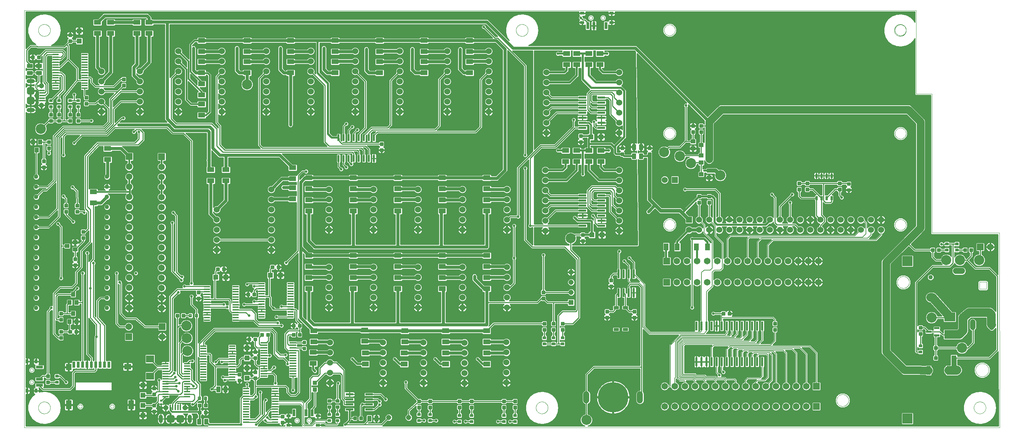
<source format=gtl>
G75*
%MOIN*%
%OFA0B0*%
%FSLAX25Y25*%
%IPPOS*%
%LPD*%
%AMOC8*
5,1,8,0,0,1.08239X$1,22.5*
%
%ADD10C,0.00000*%
%ADD11C,0.06000*%
%ADD12C,0.30000*%
%ADD13C,0.00875*%
%ADD14R,0.05000X0.05000*%
%ADD15C,0.01000*%
%ADD16R,0.10799X0.08500*%
%ADD17C,0.00750*%
%ADD18C,0.04362*%
%ADD19R,0.07000X0.05000*%
%ADD20C,0.00100*%
%ADD21R,0.02756X0.06299*%
%ADD22R,0.05512X0.06299*%
%ADD23R,0.05512X0.08661*%
%ADD24R,0.07087X0.05512*%
%ADD25R,0.06500X0.06500*%
%ADD26C,0.06500*%
%ADD27R,0.06000X0.06000*%
%ADD28C,0.06000*%
%ADD29R,0.04500X0.04000*%
%ADD30C,0.00984*%
%ADD31C,0.10000*%
%ADD32R,0.07800X0.02200*%
%ADD33C,0.05200*%
%ADD34R,0.42520X0.40984*%
%ADD35R,0.04200X0.08500*%
%ADD36R,0.05906X0.01378*%
%ADD37R,0.02200X0.09000*%
%ADD38R,0.02100X0.06700*%
%ADD39R,0.05200X0.02200*%
%ADD40R,0.07800X0.02100*%
%ADD41R,0.05906X0.01575*%
%ADD42R,0.02200X0.08600*%
%ADD43C,0.00059*%
%ADD44C,0.03740*%
%ADD45R,0.01575X0.05315*%
%ADD46C,0.04000*%
%ADD47C,0.05150*%
%ADD48R,0.05315X0.01575*%
%ADD49R,0.08000X0.07000*%
%ADD50R,0.05150X0.05150*%
%ADD51R,0.09843X0.09843*%
%ADD52R,0.06500X0.01700*%
%ADD53R,0.05000X0.07000*%
%ADD54C,0.00125*%
%ADD55R,0.04000X0.04500*%
%ADD56R,0.02756X0.07087*%
%ADD57R,0.04000X0.02756*%
%ADD58R,0.07087X0.02756*%
%ADD59R,0.02756X0.04000*%
%ADD60R,0.04331X0.03937*%
%ADD61C,0.02578*%
%ADD62C,0.02000*%
%ADD63C,0.00600*%
%ADD64C,0.03500*%
%ADD65C,0.03000*%
%ADD66C,0.01500*%
%ADD67C,0.07500*%
%ADD68C,0.08500*%
%ADD69C,0.05000*%
%ADD70C,0.01600*%
D10*
X0011835Y0013500D02*
X0011835Y0426886D01*
X0893724Y0426886D01*
X0893724Y0344209D01*
X0909472Y0344209D01*
X0909472Y0206413D01*
X0975921Y0206413D01*
X0976402Y0013500D01*
X0011835Y0013500D01*
X0025614Y0033185D02*
X0025616Y0033338D01*
X0025622Y0033492D01*
X0025632Y0033645D01*
X0025646Y0033797D01*
X0025664Y0033950D01*
X0025686Y0034101D01*
X0025711Y0034252D01*
X0025741Y0034403D01*
X0025775Y0034553D01*
X0025812Y0034701D01*
X0025853Y0034849D01*
X0025898Y0034995D01*
X0025947Y0035141D01*
X0026000Y0035285D01*
X0026056Y0035427D01*
X0026116Y0035568D01*
X0026180Y0035708D01*
X0026247Y0035846D01*
X0026318Y0035982D01*
X0026393Y0036116D01*
X0026470Y0036248D01*
X0026552Y0036378D01*
X0026636Y0036506D01*
X0026724Y0036632D01*
X0026815Y0036755D01*
X0026909Y0036876D01*
X0027007Y0036994D01*
X0027107Y0037110D01*
X0027211Y0037223D01*
X0027317Y0037334D01*
X0027426Y0037442D01*
X0027538Y0037547D01*
X0027652Y0037648D01*
X0027770Y0037747D01*
X0027889Y0037843D01*
X0028011Y0037936D01*
X0028136Y0038025D01*
X0028263Y0038112D01*
X0028392Y0038194D01*
X0028523Y0038274D01*
X0028656Y0038350D01*
X0028791Y0038423D01*
X0028928Y0038492D01*
X0029067Y0038557D01*
X0029207Y0038619D01*
X0029349Y0038677D01*
X0029492Y0038732D01*
X0029637Y0038783D01*
X0029783Y0038830D01*
X0029930Y0038873D01*
X0030078Y0038912D01*
X0030227Y0038948D01*
X0030377Y0038979D01*
X0030528Y0039007D01*
X0030679Y0039031D01*
X0030832Y0039051D01*
X0030984Y0039067D01*
X0031137Y0039079D01*
X0031290Y0039087D01*
X0031443Y0039091D01*
X0031597Y0039091D01*
X0031750Y0039087D01*
X0031903Y0039079D01*
X0032056Y0039067D01*
X0032208Y0039051D01*
X0032361Y0039031D01*
X0032512Y0039007D01*
X0032663Y0038979D01*
X0032813Y0038948D01*
X0032962Y0038912D01*
X0033110Y0038873D01*
X0033257Y0038830D01*
X0033403Y0038783D01*
X0033548Y0038732D01*
X0033691Y0038677D01*
X0033833Y0038619D01*
X0033973Y0038557D01*
X0034112Y0038492D01*
X0034249Y0038423D01*
X0034384Y0038350D01*
X0034517Y0038274D01*
X0034648Y0038194D01*
X0034777Y0038112D01*
X0034904Y0038025D01*
X0035029Y0037936D01*
X0035151Y0037843D01*
X0035270Y0037747D01*
X0035388Y0037648D01*
X0035502Y0037547D01*
X0035614Y0037442D01*
X0035723Y0037334D01*
X0035829Y0037223D01*
X0035933Y0037110D01*
X0036033Y0036994D01*
X0036131Y0036876D01*
X0036225Y0036755D01*
X0036316Y0036632D01*
X0036404Y0036506D01*
X0036488Y0036378D01*
X0036570Y0036248D01*
X0036647Y0036116D01*
X0036722Y0035982D01*
X0036793Y0035846D01*
X0036860Y0035708D01*
X0036924Y0035568D01*
X0036984Y0035427D01*
X0037040Y0035285D01*
X0037093Y0035141D01*
X0037142Y0034995D01*
X0037187Y0034849D01*
X0037228Y0034701D01*
X0037265Y0034553D01*
X0037299Y0034403D01*
X0037329Y0034252D01*
X0037354Y0034101D01*
X0037376Y0033950D01*
X0037394Y0033797D01*
X0037408Y0033645D01*
X0037418Y0033492D01*
X0037424Y0033338D01*
X0037426Y0033185D01*
X0037424Y0033032D01*
X0037418Y0032878D01*
X0037408Y0032725D01*
X0037394Y0032573D01*
X0037376Y0032420D01*
X0037354Y0032269D01*
X0037329Y0032118D01*
X0037299Y0031967D01*
X0037265Y0031817D01*
X0037228Y0031669D01*
X0037187Y0031521D01*
X0037142Y0031375D01*
X0037093Y0031229D01*
X0037040Y0031085D01*
X0036984Y0030943D01*
X0036924Y0030802D01*
X0036860Y0030662D01*
X0036793Y0030524D01*
X0036722Y0030388D01*
X0036647Y0030254D01*
X0036570Y0030122D01*
X0036488Y0029992D01*
X0036404Y0029864D01*
X0036316Y0029738D01*
X0036225Y0029615D01*
X0036131Y0029494D01*
X0036033Y0029376D01*
X0035933Y0029260D01*
X0035829Y0029147D01*
X0035723Y0029036D01*
X0035614Y0028928D01*
X0035502Y0028823D01*
X0035388Y0028722D01*
X0035270Y0028623D01*
X0035151Y0028527D01*
X0035029Y0028434D01*
X0034904Y0028345D01*
X0034777Y0028258D01*
X0034648Y0028176D01*
X0034517Y0028096D01*
X0034384Y0028020D01*
X0034249Y0027947D01*
X0034112Y0027878D01*
X0033973Y0027813D01*
X0033833Y0027751D01*
X0033691Y0027693D01*
X0033548Y0027638D01*
X0033403Y0027587D01*
X0033257Y0027540D01*
X0033110Y0027497D01*
X0032962Y0027458D01*
X0032813Y0027422D01*
X0032663Y0027391D01*
X0032512Y0027363D01*
X0032361Y0027339D01*
X0032208Y0027319D01*
X0032056Y0027303D01*
X0031903Y0027291D01*
X0031750Y0027283D01*
X0031597Y0027279D01*
X0031443Y0027279D01*
X0031290Y0027283D01*
X0031137Y0027291D01*
X0030984Y0027303D01*
X0030832Y0027319D01*
X0030679Y0027339D01*
X0030528Y0027363D01*
X0030377Y0027391D01*
X0030227Y0027422D01*
X0030078Y0027458D01*
X0029930Y0027497D01*
X0029783Y0027540D01*
X0029637Y0027587D01*
X0029492Y0027638D01*
X0029349Y0027693D01*
X0029207Y0027751D01*
X0029067Y0027813D01*
X0028928Y0027878D01*
X0028791Y0027947D01*
X0028656Y0028020D01*
X0028523Y0028096D01*
X0028392Y0028176D01*
X0028263Y0028258D01*
X0028136Y0028345D01*
X0028011Y0028434D01*
X0027889Y0028527D01*
X0027770Y0028623D01*
X0027652Y0028722D01*
X0027538Y0028823D01*
X0027426Y0028928D01*
X0027317Y0029036D01*
X0027211Y0029147D01*
X0027107Y0029260D01*
X0027007Y0029376D01*
X0026909Y0029494D01*
X0026815Y0029615D01*
X0026724Y0029738D01*
X0026636Y0029864D01*
X0026552Y0029992D01*
X0026470Y0030122D01*
X0026393Y0030254D01*
X0026318Y0030388D01*
X0026247Y0030524D01*
X0026180Y0030662D01*
X0026116Y0030802D01*
X0026056Y0030943D01*
X0026000Y0031085D01*
X0025947Y0031229D01*
X0025898Y0031375D01*
X0025853Y0031521D01*
X0025812Y0031669D01*
X0025775Y0031817D01*
X0025741Y0031967D01*
X0025711Y0032118D01*
X0025686Y0032269D01*
X0025664Y0032420D01*
X0025646Y0032573D01*
X0025632Y0032725D01*
X0025622Y0032878D01*
X0025616Y0033032D01*
X0025614Y0033185D01*
X0065334Y0034472D02*
X0065336Y0034556D01*
X0065342Y0034639D01*
X0065352Y0034722D01*
X0065366Y0034805D01*
X0065383Y0034887D01*
X0065405Y0034968D01*
X0065430Y0035047D01*
X0065459Y0035126D01*
X0065492Y0035203D01*
X0065528Y0035278D01*
X0065568Y0035352D01*
X0065611Y0035424D01*
X0065658Y0035493D01*
X0065708Y0035560D01*
X0065761Y0035625D01*
X0065817Y0035687D01*
X0065875Y0035747D01*
X0065937Y0035804D01*
X0066001Y0035857D01*
X0066068Y0035908D01*
X0066137Y0035955D01*
X0066208Y0036000D01*
X0066281Y0036040D01*
X0066356Y0036077D01*
X0066433Y0036111D01*
X0066511Y0036141D01*
X0066590Y0036167D01*
X0066671Y0036190D01*
X0066753Y0036208D01*
X0066835Y0036223D01*
X0066918Y0036234D01*
X0067001Y0036241D01*
X0067085Y0036244D01*
X0067169Y0036243D01*
X0067252Y0036238D01*
X0067336Y0036229D01*
X0067418Y0036216D01*
X0067500Y0036200D01*
X0067581Y0036179D01*
X0067662Y0036155D01*
X0067740Y0036127D01*
X0067818Y0036095D01*
X0067894Y0036059D01*
X0067968Y0036020D01*
X0068040Y0035978D01*
X0068110Y0035932D01*
X0068178Y0035883D01*
X0068243Y0035831D01*
X0068306Y0035776D01*
X0068366Y0035718D01*
X0068424Y0035657D01*
X0068478Y0035593D01*
X0068530Y0035527D01*
X0068578Y0035459D01*
X0068623Y0035388D01*
X0068664Y0035315D01*
X0068703Y0035241D01*
X0068737Y0035165D01*
X0068768Y0035087D01*
X0068795Y0035008D01*
X0068819Y0034927D01*
X0068838Y0034846D01*
X0068854Y0034764D01*
X0068866Y0034681D01*
X0068874Y0034597D01*
X0068878Y0034514D01*
X0068878Y0034430D01*
X0068874Y0034347D01*
X0068866Y0034263D01*
X0068854Y0034180D01*
X0068838Y0034098D01*
X0068819Y0034017D01*
X0068795Y0033936D01*
X0068768Y0033857D01*
X0068737Y0033779D01*
X0068703Y0033703D01*
X0068664Y0033629D01*
X0068623Y0033556D01*
X0068578Y0033485D01*
X0068530Y0033417D01*
X0068478Y0033351D01*
X0068424Y0033287D01*
X0068366Y0033226D01*
X0068306Y0033168D01*
X0068243Y0033113D01*
X0068178Y0033061D01*
X0068110Y0033012D01*
X0068040Y0032966D01*
X0067968Y0032924D01*
X0067894Y0032885D01*
X0067818Y0032849D01*
X0067740Y0032817D01*
X0067662Y0032789D01*
X0067581Y0032765D01*
X0067500Y0032744D01*
X0067418Y0032728D01*
X0067336Y0032715D01*
X0067252Y0032706D01*
X0067169Y0032701D01*
X0067085Y0032700D01*
X0067001Y0032703D01*
X0066918Y0032710D01*
X0066835Y0032721D01*
X0066753Y0032736D01*
X0066671Y0032754D01*
X0066590Y0032777D01*
X0066511Y0032803D01*
X0066433Y0032833D01*
X0066356Y0032867D01*
X0066281Y0032904D01*
X0066208Y0032944D01*
X0066137Y0032989D01*
X0066068Y0033036D01*
X0066001Y0033087D01*
X0065937Y0033140D01*
X0065875Y0033197D01*
X0065817Y0033257D01*
X0065761Y0033319D01*
X0065708Y0033384D01*
X0065658Y0033451D01*
X0065611Y0033520D01*
X0065568Y0033592D01*
X0065528Y0033666D01*
X0065492Y0033741D01*
X0065459Y0033818D01*
X0065430Y0033897D01*
X0065405Y0033976D01*
X0065383Y0034057D01*
X0065366Y0034139D01*
X0065352Y0034222D01*
X0065342Y0034305D01*
X0065336Y0034388D01*
X0065334Y0034472D01*
X0096830Y0034472D02*
X0096832Y0034556D01*
X0096838Y0034639D01*
X0096848Y0034722D01*
X0096862Y0034805D01*
X0096879Y0034887D01*
X0096901Y0034968D01*
X0096926Y0035047D01*
X0096955Y0035126D01*
X0096988Y0035203D01*
X0097024Y0035278D01*
X0097064Y0035352D01*
X0097107Y0035424D01*
X0097154Y0035493D01*
X0097204Y0035560D01*
X0097257Y0035625D01*
X0097313Y0035687D01*
X0097371Y0035747D01*
X0097433Y0035804D01*
X0097497Y0035857D01*
X0097564Y0035908D01*
X0097633Y0035955D01*
X0097704Y0036000D01*
X0097777Y0036040D01*
X0097852Y0036077D01*
X0097929Y0036111D01*
X0098007Y0036141D01*
X0098086Y0036167D01*
X0098167Y0036190D01*
X0098249Y0036208D01*
X0098331Y0036223D01*
X0098414Y0036234D01*
X0098497Y0036241D01*
X0098581Y0036244D01*
X0098665Y0036243D01*
X0098748Y0036238D01*
X0098832Y0036229D01*
X0098914Y0036216D01*
X0098996Y0036200D01*
X0099077Y0036179D01*
X0099158Y0036155D01*
X0099236Y0036127D01*
X0099314Y0036095D01*
X0099390Y0036059D01*
X0099464Y0036020D01*
X0099536Y0035978D01*
X0099606Y0035932D01*
X0099674Y0035883D01*
X0099739Y0035831D01*
X0099802Y0035776D01*
X0099862Y0035718D01*
X0099920Y0035657D01*
X0099974Y0035593D01*
X0100026Y0035527D01*
X0100074Y0035459D01*
X0100119Y0035388D01*
X0100160Y0035315D01*
X0100199Y0035241D01*
X0100233Y0035165D01*
X0100264Y0035087D01*
X0100291Y0035008D01*
X0100315Y0034927D01*
X0100334Y0034846D01*
X0100350Y0034764D01*
X0100362Y0034681D01*
X0100370Y0034597D01*
X0100374Y0034514D01*
X0100374Y0034430D01*
X0100370Y0034347D01*
X0100362Y0034263D01*
X0100350Y0034180D01*
X0100334Y0034098D01*
X0100315Y0034017D01*
X0100291Y0033936D01*
X0100264Y0033857D01*
X0100233Y0033779D01*
X0100199Y0033703D01*
X0100160Y0033629D01*
X0100119Y0033556D01*
X0100074Y0033485D01*
X0100026Y0033417D01*
X0099974Y0033351D01*
X0099920Y0033287D01*
X0099862Y0033226D01*
X0099802Y0033168D01*
X0099739Y0033113D01*
X0099674Y0033061D01*
X0099606Y0033012D01*
X0099536Y0032966D01*
X0099464Y0032924D01*
X0099390Y0032885D01*
X0099314Y0032849D01*
X0099236Y0032817D01*
X0099158Y0032789D01*
X0099077Y0032765D01*
X0098996Y0032744D01*
X0098914Y0032728D01*
X0098832Y0032715D01*
X0098748Y0032706D01*
X0098665Y0032701D01*
X0098581Y0032700D01*
X0098497Y0032703D01*
X0098414Y0032710D01*
X0098331Y0032721D01*
X0098249Y0032736D01*
X0098167Y0032754D01*
X0098086Y0032777D01*
X0098007Y0032803D01*
X0097929Y0032833D01*
X0097852Y0032867D01*
X0097777Y0032904D01*
X0097704Y0032944D01*
X0097633Y0032989D01*
X0097564Y0033036D01*
X0097497Y0033087D01*
X0097433Y0033140D01*
X0097371Y0033197D01*
X0097313Y0033257D01*
X0097257Y0033319D01*
X0097204Y0033384D01*
X0097154Y0033451D01*
X0097107Y0033520D01*
X0097064Y0033592D01*
X0097024Y0033666D01*
X0096988Y0033741D01*
X0096955Y0033818D01*
X0096926Y0033897D01*
X0096901Y0033976D01*
X0096879Y0034057D01*
X0096862Y0034139D01*
X0096848Y0034222D01*
X0096838Y0034305D01*
X0096832Y0034388D01*
X0096830Y0034472D01*
X0017400Y0058500D02*
X0017402Y0058580D01*
X0017408Y0058659D01*
X0017418Y0058738D01*
X0017432Y0058817D01*
X0017449Y0058895D01*
X0017471Y0058972D01*
X0017496Y0059047D01*
X0017526Y0059121D01*
X0017558Y0059194D01*
X0017595Y0059265D01*
X0017635Y0059334D01*
X0017678Y0059401D01*
X0017725Y0059466D01*
X0017774Y0059528D01*
X0017827Y0059588D01*
X0017883Y0059645D01*
X0017941Y0059700D01*
X0018002Y0059751D01*
X0018066Y0059799D01*
X0018132Y0059844D01*
X0018200Y0059886D01*
X0018270Y0059924D01*
X0018342Y0059958D01*
X0018415Y0059989D01*
X0018490Y0060017D01*
X0018567Y0060040D01*
X0018644Y0060060D01*
X0018722Y0060076D01*
X0018801Y0060088D01*
X0018880Y0060096D01*
X0018960Y0060100D01*
X0019040Y0060100D01*
X0019120Y0060096D01*
X0019199Y0060088D01*
X0019278Y0060076D01*
X0019356Y0060060D01*
X0019433Y0060040D01*
X0019510Y0060017D01*
X0019585Y0059989D01*
X0019658Y0059958D01*
X0019730Y0059924D01*
X0019800Y0059886D01*
X0019868Y0059844D01*
X0019934Y0059799D01*
X0019998Y0059751D01*
X0020059Y0059700D01*
X0020117Y0059645D01*
X0020173Y0059588D01*
X0020226Y0059528D01*
X0020275Y0059466D01*
X0020322Y0059401D01*
X0020365Y0059334D01*
X0020405Y0059265D01*
X0020442Y0059194D01*
X0020474Y0059121D01*
X0020504Y0059047D01*
X0020529Y0058972D01*
X0020551Y0058895D01*
X0020568Y0058817D01*
X0020582Y0058738D01*
X0020592Y0058659D01*
X0020598Y0058580D01*
X0020600Y0058500D01*
X0020598Y0058420D01*
X0020592Y0058341D01*
X0020582Y0058262D01*
X0020568Y0058183D01*
X0020551Y0058105D01*
X0020529Y0058028D01*
X0020504Y0057953D01*
X0020474Y0057879D01*
X0020442Y0057806D01*
X0020405Y0057735D01*
X0020365Y0057666D01*
X0020322Y0057599D01*
X0020275Y0057534D01*
X0020226Y0057472D01*
X0020173Y0057412D01*
X0020117Y0057355D01*
X0020059Y0057300D01*
X0019998Y0057249D01*
X0019934Y0057201D01*
X0019868Y0057156D01*
X0019800Y0057114D01*
X0019730Y0057076D01*
X0019658Y0057042D01*
X0019585Y0057011D01*
X0019510Y0056983D01*
X0019433Y0056960D01*
X0019356Y0056940D01*
X0019278Y0056924D01*
X0019199Y0056912D01*
X0019120Y0056904D01*
X0019040Y0056900D01*
X0018960Y0056900D01*
X0018880Y0056904D01*
X0018801Y0056912D01*
X0018722Y0056924D01*
X0018644Y0056940D01*
X0018567Y0056960D01*
X0018490Y0056983D01*
X0018415Y0057011D01*
X0018342Y0057042D01*
X0018270Y0057076D01*
X0018200Y0057114D01*
X0018132Y0057156D01*
X0018066Y0057201D01*
X0018002Y0057249D01*
X0017941Y0057300D01*
X0017883Y0057355D01*
X0017827Y0057412D01*
X0017774Y0057472D01*
X0017725Y0057534D01*
X0017678Y0057599D01*
X0017635Y0057666D01*
X0017595Y0057735D01*
X0017558Y0057806D01*
X0017526Y0057879D01*
X0017496Y0057953D01*
X0017471Y0058028D01*
X0017449Y0058105D01*
X0017432Y0058183D01*
X0017418Y0058262D01*
X0017408Y0058341D01*
X0017402Y0058420D01*
X0017400Y0058500D01*
X0017400Y0070500D02*
X0017402Y0070580D01*
X0017408Y0070659D01*
X0017418Y0070738D01*
X0017432Y0070817D01*
X0017449Y0070895D01*
X0017471Y0070972D01*
X0017496Y0071047D01*
X0017526Y0071121D01*
X0017558Y0071194D01*
X0017595Y0071265D01*
X0017635Y0071334D01*
X0017678Y0071401D01*
X0017725Y0071466D01*
X0017774Y0071528D01*
X0017827Y0071588D01*
X0017883Y0071645D01*
X0017941Y0071700D01*
X0018002Y0071751D01*
X0018066Y0071799D01*
X0018132Y0071844D01*
X0018200Y0071886D01*
X0018270Y0071924D01*
X0018342Y0071958D01*
X0018415Y0071989D01*
X0018490Y0072017D01*
X0018567Y0072040D01*
X0018644Y0072060D01*
X0018722Y0072076D01*
X0018801Y0072088D01*
X0018880Y0072096D01*
X0018960Y0072100D01*
X0019040Y0072100D01*
X0019120Y0072096D01*
X0019199Y0072088D01*
X0019278Y0072076D01*
X0019356Y0072060D01*
X0019433Y0072040D01*
X0019510Y0072017D01*
X0019585Y0071989D01*
X0019658Y0071958D01*
X0019730Y0071924D01*
X0019800Y0071886D01*
X0019868Y0071844D01*
X0019934Y0071799D01*
X0019998Y0071751D01*
X0020059Y0071700D01*
X0020117Y0071645D01*
X0020173Y0071588D01*
X0020226Y0071528D01*
X0020275Y0071466D01*
X0020322Y0071401D01*
X0020365Y0071334D01*
X0020405Y0071265D01*
X0020442Y0071194D01*
X0020474Y0071121D01*
X0020504Y0071047D01*
X0020529Y0070972D01*
X0020551Y0070895D01*
X0020568Y0070817D01*
X0020582Y0070738D01*
X0020592Y0070659D01*
X0020598Y0070580D01*
X0020600Y0070500D01*
X0020598Y0070420D01*
X0020592Y0070341D01*
X0020582Y0070262D01*
X0020568Y0070183D01*
X0020551Y0070105D01*
X0020529Y0070028D01*
X0020504Y0069953D01*
X0020474Y0069879D01*
X0020442Y0069806D01*
X0020405Y0069735D01*
X0020365Y0069666D01*
X0020322Y0069599D01*
X0020275Y0069534D01*
X0020226Y0069472D01*
X0020173Y0069412D01*
X0020117Y0069355D01*
X0020059Y0069300D01*
X0019998Y0069249D01*
X0019934Y0069201D01*
X0019868Y0069156D01*
X0019800Y0069114D01*
X0019730Y0069076D01*
X0019658Y0069042D01*
X0019585Y0069011D01*
X0019510Y0068983D01*
X0019433Y0068960D01*
X0019356Y0068940D01*
X0019278Y0068924D01*
X0019199Y0068912D01*
X0019120Y0068904D01*
X0019040Y0068900D01*
X0018960Y0068900D01*
X0018880Y0068904D01*
X0018801Y0068912D01*
X0018722Y0068924D01*
X0018644Y0068940D01*
X0018567Y0068960D01*
X0018490Y0068983D01*
X0018415Y0069011D01*
X0018342Y0069042D01*
X0018270Y0069076D01*
X0018200Y0069114D01*
X0018132Y0069156D01*
X0018066Y0069201D01*
X0018002Y0069249D01*
X0017941Y0069300D01*
X0017883Y0069355D01*
X0017827Y0069412D01*
X0017774Y0069472D01*
X0017725Y0069534D01*
X0017678Y0069599D01*
X0017635Y0069666D01*
X0017595Y0069735D01*
X0017558Y0069806D01*
X0017526Y0069879D01*
X0017496Y0069953D01*
X0017471Y0070028D01*
X0017449Y0070105D01*
X0017432Y0070183D01*
X0017418Y0070262D01*
X0017408Y0070341D01*
X0017402Y0070420D01*
X0017400Y0070500D01*
X0279800Y0020500D02*
X0279802Y0020580D01*
X0279808Y0020659D01*
X0279818Y0020738D01*
X0279832Y0020817D01*
X0279849Y0020895D01*
X0279871Y0020972D01*
X0279896Y0021047D01*
X0279926Y0021121D01*
X0279958Y0021194D01*
X0279995Y0021265D01*
X0280035Y0021334D01*
X0280078Y0021401D01*
X0280125Y0021466D01*
X0280174Y0021528D01*
X0280227Y0021588D01*
X0280283Y0021645D01*
X0280341Y0021700D01*
X0280402Y0021751D01*
X0280466Y0021799D01*
X0280532Y0021844D01*
X0280600Y0021886D01*
X0280670Y0021924D01*
X0280742Y0021958D01*
X0280815Y0021989D01*
X0280890Y0022017D01*
X0280967Y0022040D01*
X0281044Y0022060D01*
X0281122Y0022076D01*
X0281201Y0022088D01*
X0281280Y0022096D01*
X0281360Y0022100D01*
X0281440Y0022100D01*
X0281520Y0022096D01*
X0281599Y0022088D01*
X0281678Y0022076D01*
X0281756Y0022060D01*
X0281833Y0022040D01*
X0281910Y0022017D01*
X0281985Y0021989D01*
X0282058Y0021958D01*
X0282130Y0021924D01*
X0282200Y0021886D01*
X0282268Y0021844D01*
X0282334Y0021799D01*
X0282398Y0021751D01*
X0282459Y0021700D01*
X0282517Y0021645D01*
X0282573Y0021588D01*
X0282626Y0021528D01*
X0282675Y0021466D01*
X0282722Y0021401D01*
X0282765Y0021334D01*
X0282805Y0021265D01*
X0282842Y0021194D01*
X0282874Y0021121D01*
X0282904Y0021047D01*
X0282929Y0020972D01*
X0282951Y0020895D01*
X0282968Y0020817D01*
X0282982Y0020738D01*
X0282992Y0020659D01*
X0282998Y0020580D01*
X0283000Y0020500D01*
X0282998Y0020420D01*
X0282992Y0020341D01*
X0282982Y0020262D01*
X0282968Y0020183D01*
X0282951Y0020105D01*
X0282929Y0020028D01*
X0282904Y0019953D01*
X0282874Y0019879D01*
X0282842Y0019806D01*
X0282805Y0019735D01*
X0282765Y0019666D01*
X0282722Y0019599D01*
X0282675Y0019534D01*
X0282626Y0019472D01*
X0282573Y0019412D01*
X0282517Y0019355D01*
X0282459Y0019300D01*
X0282398Y0019249D01*
X0282334Y0019201D01*
X0282268Y0019156D01*
X0282200Y0019114D01*
X0282130Y0019076D01*
X0282058Y0019042D01*
X0281985Y0019011D01*
X0281910Y0018983D01*
X0281833Y0018960D01*
X0281756Y0018940D01*
X0281678Y0018924D01*
X0281599Y0018912D01*
X0281520Y0018904D01*
X0281440Y0018900D01*
X0281360Y0018900D01*
X0281280Y0018904D01*
X0281201Y0018912D01*
X0281122Y0018924D01*
X0281044Y0018940D01*
X0280967Y0018960D01*
X0280890Y0018983D01*
X0280815Y0019011D01*
X0280742Y0019042D01*
X0280670Y0019076D01*
X0280600Y0019114D01*
X0280532Y0019156D01*
X0280466Y0019201D01*
X0280402Y0019249D01*
X0280341Y0019300D01*
X0280283Y0019355D01*
X0280227Y0019412D01*
X0280174Y0019472D01*
X0280125Y0019534D01*
X0280078Y0019599D01*
X0280035Y0019666D01*
X0279995Y0019735D01*
X0279958Y0019806D01*
X0279926Y0019879D01*
X0279896Y0019953D01*
X0279871Y0020028D01*
X0279849Y0020105D01*
X0279832Y0020183D01*
X0279818Y0020262D01*
X0279808Y0020341D01*
X0279802Y0020420D01*
X0279800Y0020500D01*
X0291800Y0020500D02*
X0291802Y0020580D01*
X0291808Y0020659D01*
X0291818Y0020738D01*
X0291832Y0020817D01*
X0291849Y0020895D01*
X0291871Y0020972D01*
X0291896Y0021047D01*
X0291926Y0021121D01*
X0291958Y0021194D01*
X0291995Y0021265D01*
X0292035Y0021334D01*
X0292078Y0021401D01*
X0292125Y0021466D01*
X0292174Y0021528D01*
X0292227Y0021588D01*
X0292283Y0021645D01*
X0292341Y0021700D01*
X0292402Y0021751D01*
X0292466Y0021799D01*
X0292532Y0021844D01*
X0292600Y0021886D01*
X0292670Y0021924D01*
X0292742Y0021958D01*
X0292815Y0021989D01*
X0292890Y0022017D01*
X0292967Y0022040D01*
X0293044Y0022060D01*
X0293122Y0022076D01*
X0293201Y0022088D01*
X0293280Y0022096D01*
X0293360Y0022100D01*
X0293440Y0022100D01*
X0293520Y0022096D01*
X0293599Y0022088D01*
X0293678Y0022076D01*
X0293756Y0022060D01*
X0293833Y0022040D01*
X0293910Y0022017D01*
X0293985Y0021989D01*
X0294058Y0021958D01*
X0294130Y0021924D01*
X0294200Y0021886D01*
X0294268Y0021844D01*
X0294334Y0021799D01*
X0294398Y0021751D01*
X0294459Y0021700D01*
X0294517Y0021645D01*
X0294573Y0021588D01*
X0294626Y0021528D01*
X0294675Y0021466D01*
X0294722Y0021401D01*
X0294765Y0021334D01*
X0294805Y0021265D01*
X0294842Y0021194D01*
X0294874Y0021121D01*
X0294904Y0021047D01*
X0294929Y0020972D01*
X0294951Y0020895D01*
X0294968Y0020817D01*
X0294982Y0020738D01*
X0294992Y0020659D01*
X0294998Y0020580D01*
X0295000Y0020500D01*
X0294998Y0020420D01*
X0294992Y0020341D01*
X0294982Y0020262D01*
X0294968Y0020183D01*
X0294951Y0020105D01*
X0294929Y0020028D01*
X0294904Y0019953D01*
X0294874Y0019879D01*
X0294842Y0019806D01*
X0294805Y0019735D01*
X0294765Y0019666D01*
X0294722Y0019599D01*
X0294675Y0019534D01*
X0294626Y0019472D01*
X0294573Y0019412D01*
X0294517Y0019355D01*
X0294459Y0019300D01*
X0294398Y0019249D01*
X0294334Y0019201D01*
X0294268Y0019156D01*
X0294200Y0019114D01*
X0294130Y0019076D01*
X0294058Y0019042D01*
X0293985Y0019011D01*
X0293910Y0018983D01*
X0293833Y0018960D01*
X0293756Y0018940D01*
X0293678Y0018924D01*
X0293599Y0018912D01*
X0293520Y0018904D01*
X0293440Y0018900D01*
X0293360Y0018900D01*
X0293280Y0018904D01*
X0293201Y0018912D01*
X0293122Y0018924D01*
X0293044Y0018940D01*
X0292967Y0018960D01*
X0292890Y0018983D01*
X0292815Y0019011D01*
X0292742Y0019042D01*
X0292670Y0019076D01*
X0292600Y0019114D01*
X0292532Y0019156D01*
X0292466Y0019201D01*
X0292402Y0019249D01*
X0292341Y0019300D01*
X0292283Y0019355D01*
X0292227Y0019412D01*
X0292174Y0019472D01*
X0292125Y0019534D01*
X0292078Y0019599D01*
X0292035Y0019666D01*
X0291995Y0019735D01*
X0291958Y0019806D01*
X0291926Y0019879D01*
X0291896Y0019953D01*
X0291871Y0020028D01*
X0291849Y0020105D01*
X0291832Y0020183D01*
X0291818Y0020262D01*
X0291808Y0020341D01*
X0291802Y0020420D01*
X0291800Y0020500D01*
X0517740Y0033185D02*
X0517742Y0033338D01*
X0517748Y0033492D01*
X0517758Y0033645D01*
X0517772Y0033797D01*
X0517790Y0033950D01*
X0517812Y0034101D01*
X0517837Y0034252D01*
X0517867Y0034403D01*
X0517901Y0034553D01*
X0517938Y0034701D01*
X0517979Y0034849D01*
X0518024Y0034995D01*
X0518073Y0035141D01*
X0518126Y0035285D01*
X0518182Y0035427D01*
X0518242Y0035568D01*
X0518306Y0035708D01*
X0518373Y0035846D01*
X0518444Y0035982D01*
X0518519Y0036116D01*
X0518596Y0036248D01*
X0518678Y0036378D01*
X0518762Y0036506D01*
X0518850Y0036632D01*
X0518941Y0036755D01*
X0519035Y0036876D01*
X0519133Y0036994D01*
X0519233Y0037110D01*
X0519337Y0037223D01*
X0519443Y0037334D01*
X0519552Y0037442D01*
X0519664Y0037547D01*
X0519778Y0037648D01*
X0519896Y0037747D01*
X0520015Y0037843D01*
X0520137Y0037936D01*
X0520262Y0038025D01*
X0520389Y0038112D01*
X0520518Y0038194D01*
X0520649Y0038274D01*
X0520782Y0038350D01*
X0520917Y0038423D01*
X0521054Y0038492D01*
X0521193Y0038557D01*
X0521333Y0038619D01*
X0521475Y0038677D01*
X0521618Y0038732D01*
X0521763Y0038783D01*
X0521909Y0038830D01*
X0522056Y0038873D01*
X0522204Y0038912D01*
X0522353Y0038948D01*
X0522503Y0038979D01*
X0522654Y0039007D01*
X0522805Y0039031D01*
X0522958Y0039051D01*
X0523110Y0039067D01*
X0523263Y0039079D01*
X0523416Y0039087D01*
X0523569Y0039091D01*
X0523723Y0039091D01*
X0523876Y0039087D01*
X0524029Y0039079D01*
X0524182Y0039067D01*
X0524334Y0039051D01*
X0524487Y0039031D01*
X0524638Y0039007D01*
X0524789Y0038979D01*
X0524939Y0038948D01*
X0525088Y0038912D01*
X0525236Y0038873D01*
X0525383Y0038830D01*
X0525529Y0038783D01*
X0525674Y0038732D01*
X0525817Y0038677D01*
X0525959Y0038619D01*
X0526099Y0038557D01*
X0526238Y0038492D01*
X0526375Y0038423D01*
X0526510Y0038350D01*
X0526643Y0038274D01*
X0526774Y0038194D01*
X0526903Y0038112D01*
X0527030Y0038025D01*
X0527155Y0037936D01*
X0527277Y0037843D01*
X0527396Y0037747D01*
X0527514Y0037648D01*
X0527628Y0037547D01*
X0527740Y0037442D01*
X0527849Y0037334D01*
X0527955Y0037223D01*
X0528059Y0037110D01*
X0528159Y0036994D01*
X0528257Y0036876D01*
X0528351Y0036755D01*
X0528442Y0036632D01*
X0528530Y0036506D01*
X0528614Y0036378D01*
X0528696Y0036248D01*
X0528773Y0036116D01*
X0528848Y0035982D01*
X0528919Y0035846D01*
X0528986Y0035708D01*
X0529050Y0035568D01*
X0529110Y0035427D01*
X0529166Y0035285D01*
X0529219Y0035141D01*
X0529268Y0034995D01*
X0529313Y0034849D01*
X0529354Y0034701D01*
X0529391Y0034553D01*
X0529425Y0034403D01*
X0529455Y0034252D01*
X0529480Y0034101D01*
X0529502Y0033950D01*
X0529520Y0033797D01*
X0529534Y0033645D01*
X0529544Y0033492D01*
X0529550Y0033338D01*
X0529552Y0033185D01*
X0529550Y0033032D01*
X0529544Y0032878D01*
X0529534Y0032725D01*
X0529520Y0032573D01*
X0529502Y0032420D01*
X0529480Y0032269D01*
X0529455Y0032118D01*
X0529425Y0031967D01*
X0529391Y0031817D01*
X0529354Y0031669D01*
X0529313Y0031521D01*
X0529268Y0031375D01*
X0529219Y0031229D01*
X0529166Y0031085D01*
X0529110Y0030943D01*
X0529050Y0030802D01*
X0528986Y0030662D01*
X0528919Y0030524D01*
X0528848Y0030388D01*
X0528773Y0030254D01*
X0528696Y0030122D01*
X0528614Y0029992D01*
X0528530Y0029864D01*
X0528442Y0029738D01*
X0528351Y0029615D01*
X0528257Y0029494D01*
X0528159Y0029376D01*
X0528059Y0029260D01*
X0527955Y0029147D01*
X0527849Y0029036D01*
X0527740Y0028928D01*
X0527628Y0028823D01*
X0527514Y0028722D01*
X0527396Y0028623D01*
X0527277Y0028527D01*
X0527155Y0028434D01*
X0527030Y0028345D01*
X0526903Y0028258D01*
X0526774Y0028176D01*
X0526643Y0028096D01*
X0526510Y0028020D01*
X0526375Y0027947D01*
X0526238Y0027878D01*
X0526099Y0027813D01*
X0525959Y0027751D01*
X0525817Y0027693D01*
X0525674Y0027638D01*
X0525529Y0027587D01*
X0525383Y0027540D01*
X0525236Y0027497D01*
X0525088Y0027458D01*
X0524939Y0027422D01*
X0524789Y0027391D01*
X0524638Y0027363D01*
X0524487Y0027339D01*
X0524334Y0027319D01*
X0524182Y0027303D01*
X0524029Y0027291D01*
X0523876Y0027283D01*
X0523723Y0027279D01*
X0523569Y0027279D01*
X0523416Y0027283D01*
X0523263Y0027291D01*
X0523110Y0027303D01*
X0522958Y0027319D01*
X0522805Y0027339D01*
X0522654Y0027363D01*
X0522503Y0027391D01*
X0522353Y0027422D01*
X0522204Y0027458D01*
X0522056Y0027497D01*
X0521909Y0027540D01*
X0521763Y0027587D01*
X0521618Y0027638D01*
X0521475Y0027693D01*
X0521333Y0027751D01*
X0521193Y0027813D01*
X0521054Y0027878D01*
X0520917Y0027947D01*
X0520782Y0028020D01*
X0520649Y0028096D01*
X0520518Y0028176D01*
X0520389Y0028258D01*
X0520262Y0028345D01*
X0520137Y0028434D01*
X0520015Y0028527D01*
X0519896Y0028623D01*
X0519778Y0028722D01*
X0519664Y0028823D01*
X0519552Y0028928D01*
X0519443Y0029036D01*
X0519337Y0029147D01*
X0519233Y0029260D01*
X0519133Y0029376D01*
X0519035Y0029494D01*
X0518941Y0029615D01*
X0518850Y0029738D01*
X0518762Y0029864D01*
X0518678Y0029992D01*
X0518596Y0030122D01*
X0518519Y0030254D01*
X0518444Y0030388D01*
X0518373Y0030524D01*
X0518306Y0030662D01*
X0518242Y0030802D01*
X0518182Y0030943D01*
X0518126Y0031085D01*
X0518073Y0031229D01*
X0518024Y0031375D01*
X0517979Y0031521D01*
X0517938Y0031669D01*
X0517901Y0031817D01*
X0517867Y0031967D01*
X0517837Y0032118D01*
X0517812Y0032269D01*
X0517790Y0032420D01*
X0517772Y0032573D01*
X0517758Y0032725D01*
X0517748Y0032878D01*
X0517742Y0033032D01*
X0517740Y0033185D01*
X0815094Y0040500D02*
X0815096Y0040653D01*
X0815102Y0040807D01*
X0815112Y0040960D01*
X0815126Y0041112D01*
X0815144Y0041265D01*
X0815166Y0041416D01*
X0815191Y0041567D01*
X0815221Y0041718D01*
X0815255Y0041868D01*
X0815292Y0042016D01*
X0815333Y0042164D01*
X0815378Y0042310D01*
X0815427Y0042456D01*
X0815480Y0042600D01*
X0815536Y0042742D01*
X0815596Y0042883D01*
X0815660Y0043023D01*
X0815727Y0043161D01*
X0815798Y0043297D01*
X0815873Y0043431D01*
X0815950Y0043563D01*
X0816032Y0043693D01*
X0816116Y0043821D01*
X0816204Y0043947D01*
X0816295Y0044070D01*
X0816389Y0044191D01*
X0816487Y0044309D01*
X0816587Y0044425D01*
X0816691Y0044538D01*
X0816797Y0044649D01*
X0816906Y0044757D01*
X0817018Y0044862D01*
X0817132Y0044963D01*
X0817250Y0045062D01*
X0817369Y0045158D01*
X0817491Y0045251D01*
X0817616Y0045340D01*
X0817743Y0045427D01*
X0817872Y0045509D01*
X0818003Y0045589D01*
X0818136Y0045665D01*
X0818271Y0045738D01*
X0818408Y0045807D01*
X0818547Y0045872D01*
X0818687Y0045934D01*
X0818829Y0045992D01*
X0818972Y0046047D01*
X0819117Y0046098D01*
X0819263Y0046145D01*
X0819410Y0046188D01*
X0819558Y0046227D01*
X0819707Y0046263D01*
X0819857Y0046294D01*
X0820008Y0046322D01*
X0820159Y0046346D01*
X0820312Y0046366D01*
X0820464Y0046382D01*
X0820617Y0046394D01*
X0820770Y0046402D01*
X0820923Y0046406D01*
X0821077Y0046406D01*
X0821230Y0046402D01*
X0821383Y0046394D01*
X0821536Y0046382D01*
X0821688Y0046366D01*
X0821841Y0046346D01*
X0821992Y0046322D01*
X0822143Y0046294D01*
X0822293Y0046263D01*
X0822442Y0046227D01*
X0822590Y0046188D01*
X0822737Y0046145D01*
X0822883Y0046098D01*
X0823028Y0046047D01*
X0823171Y0045992D01*
X0823313Y0045934D01*
X0823453Y0045872D01*
X0823592Y0045807D01*
X0823729Y0045738D01*
X0823864Y0045665D01*
X0823997Y0045589D01*
X0824128Y0045509D01*
X0824257Y0045427D01*
X0824384Y0045340D01*
X0824509Y0045251D01*
X0824631Y0045158D01*
X0824750Y0045062D01*
X0824868Y0044963D01*
X0824982Y0044862D01*
X0825094Y0044757D01*
X0825203Y0044649D01*
X0825309Y0044538D01*
X0825413Y0044425D01*
X0825513Y0044309D01*
X0825611Y0044191D01*
X0825705Y0044070D01*
X0825796Y0043947D01*
X0825884Y0043821D01*
X0825968Y0043693D01*
X0826050Y0043563D01*
X0826127Y0043431D01*
X0826202Y0043297D01*
X0826273Y0043161D01*
X0826340Y0043023D01*
X0826404Y0042883D01*
X0826464Y0042742D01*
X0826520Y0042600D01*
X0826573Y0042456D01*
X0826622Y0042310D01*
X0826667Y0042164D01*
X0826708Y0042016D01*
X0826745Y0041868D01*
X0826779Y0041718D01*
X0826809Y0041567D01*
X0826834Y0041416D01*
X0826856Y0041265D01*
X0826874Y0041112D01*
X0826888Y0040960D01*
X0826898Y0040807D01*
X0826904Y0040653D01*
X0826906Y0040500D01*
X0826904Y0040347D01*
X0826898Y0040193D01*
X0826888Y0040040D01*
X0826874Y0039888D01*
X0826856Y0039735D01*
X0826834Y0039584D01*
X0826809Y0039433D01*
X0826779Y0039282D01*
X0826745Y0039132D01*
X0826708Y0038984D01*
X0826667Y0038836D01*
X0826622Y0038690D01*
X0826573Y0038544D01*
X0826520Y0038400D01*
X0826464Y0038258D01*
X0826404Y0038117D01*
X0826340Y0037977D01*
X0826273Y0037839D01*
X0826202Y0037703D01*
X0826127Y0037569D01*
X0826050Y0037437D01*
X0825968Y0037307D01*
X0825884Y0037179D01*
X0825796Y0037053D01*
X0825705Y0036930D01*
X0825611Y0036809D01*
X0825513Y0036691D01*
X0825413Y0036575D01*
X0825309Y0036462D01*
X0825203Y0036351D01*
X0825094Y0036243D01*
X0824982Y0036138D01*
X0824868Y0036037D01*
X0824750Y0035938D01*
X0824631Y0035842D01*
X0824509Y0035749D01*
X0824384Y0035660D01*
X0824257Y0035573D01*
X0824128Y0035491D01*
X0823997Y0035411D01*
X0823864Y0035335D01*
X0823729Y0035262D01*
X0823592Y0035193D01*
X0823453Y0035128D01*
X0823313Y0035066D01*
X0823171Y0035008D01*
X0823028Y0034953D01*
X0822883Y0034902D01*
X0822737Y0034855D01*
X0822590Y0034812D01*
X0822442Y0034773D01*
X0822293Y0034737D01*
X0822143Y0034706D01*
X0821992Y0034678D01*
X0821841Y0034654D01*
X0821688Y0034634D01*
X0821536Y0034618D01*
X0821383Y0034606D01*
X0821230Y0034598D01*
X0821077Y0034594D01*
X0820923Y0034594D01*
X0820770Y0034598D01*
X0820617Y0034606D01*
X0820464Y0034618D01*
X0820312Y0034634D01*
X0820159Y0034654D01*
X0820008Y0034678D01*
X0819857Y0034706D01*
X0819707Y0034737D01*
X0819558Y0034773D01*
X0819410Y0034812D01*
X0819263Y0034855D01*
X0819117Y0034902D01*
X0818972Y0034953D01*
X0818829Y0035008D01*
X0818687Y0035066D01*
X0818547Y0035128D01*
X0818408Y0035193D01*
X0818271Y0035262D01*
X0818136Y0035335D01*
X0818003Y0035411D01*
X0817872Y0035491D01*
X0817743Y0035573D01*
X0817616Y0035660D01*
X0817491Y0035749D01*
X0817369Y0035842D01*
X0817250Y0035938D01*
X0817132Y0036037D01*
X0817018Y0036138D01*
X0816906Y0036243D01*
X0816797Y0036351D01*
X0816691Y0036462D01*
X0816587Y0036575D01*
X0816487Y0036691D01*
X0816389Y0036809D01*
X0816295Y0036930D01*
X0816204Y0037053D01*
X0816116Y0037179D01*
X0816032Y0037307D01*
X0815950Y0037437D01*
X0815873Y0037569D01*
X0815798Y0037703D01*
X0815727Y0037839D01*
X0815660Y0037977D01*
X0815596Y0038117D01*
X0815536Y0038258D01*
X0815480Y0038400D01*
X0815427Y0038544D01*
X0815378Y0038690D01*
X0815333Y0038836D01*
X0815292Y0038984D01*
X0815255Y0039132D01*
X0815221Y0039282D01*
X0815191Y0039433D01*
X0815166Y0039584D01*
X0815144Y0039735D01*
X0815126Y0039888D01*
X0815112Y0040040D01*
X0815102Y0040193D01*
X0815096Y0040347D01*
X0815094Y0040500D01*
X0950811Y0033185D02*
X0950813Y0033338D01*
X0950819Y0033492D01*
X0950829Y0033645D01*
X0950843Y0033797D01*
X0950861Y0033950D01*
X0950883Y0034101D01*
X0950908Y0034252D01*
X0950938Y0034403D01*
X0950972Y0034553D01*
X0951009Y0034701D01*
X0951050Y0034849D01*
X0951095Y0034995D01*
X0951144Y0035141D01*
X0951197Y0035285D01*
X0951253Y0035427D01*
X0951313Y0035568D01*
X0951377Y0035708D01*
X0951444Y0035846D01*
X0951515Y0035982D01*
X0951590Y0036116D01*
X0951667Y0036248D01*
X0951749Y0036378D01*
X0951833Y0036506D01*
X0951921Y0036632D01*
X0952012Y0036755D01*
X0952106Y0036876D01*
X0952204Y0036994D01*
X0952304Y0037110D01*
X0952408Y0037223D01*
X0952514Y0037334D01*
X0952623Y0037442D01*
X0952735Y0037547D01*
X0952849Y0037648D01*
X0952967Y0037747D01*
X0953086Y0037843D01*
X0953208Y0037936D01*
X0953333Y0038025D01*
X0953460Y0038112D01*
X0953589Y0038194D01*
X0953720Y0038274D01*
X0953853Y0038350D01*
X0953988Y0038423D01*
X0954125Y0038492D01*
X0954264Y0038557D01*
X0954404Y0038619D01*
X0954546Y0038677D01*
X0954689Y0038732D01*
X0954834Y0038783D01*
X0954980Y0038830D01*
X0955127Y0038873D01*
X0955275Y0038912D01*
X0955424Y0038948D01*
X0955574Y0038979D01*
X0955725Y0039007D01*
X0955876Y0039031D01*
X0956029Y0039051D01*
X0956181Y0039067D01*
X0956334Y0039079D01*
X0956487Y0039087D01*
X0956640Y0039091D01*
X0956794Y0039091D01*
X0956947Y0039087D01*
X0957100Y0039079D01*
X0957253Y0039067D01*
X0957405Y0039051D01*
X0957558Y0039031D01*
X0957709Y0039007D01*
X0957860Y0038979D01*
X0958010Y0038948D01*
X0958159Y0038912D01*
X0958307Y0038873D01*
X0958454Y0038830D01*
X0958600Y0038783D01*
X0958745Y0038732D01*
X0958888Y0038677D01*
X0959030Y0038619D01*
X0959170Y0038557D01*
X0959309Y0038492D01*
X0959446Y0038423D01*
X0959581Y0038350D01*
X0959714Y0038274D01*
X0959845Y0038194D01*
X0959974Y0038112D01*
X0960101Y0038025D01*
X0960226Y0037936D01*
X0960348Y0037843D01*
X0960467Y0037747D01*
X0960585Y0037648D01*
X0960699Y0037547D01*
X0960811Y0037442D01*
X0960920Y0037334D01*
X0961026Y0037223D01*
X0961130Y0037110D01*
X0961230Y0036994D01*
X0961328Y0036876D01*
X0961422Y0036755D01*
X0961513Y0036632D01*
X0961601Y0036506D01*
X0961685Y0036378D01*
X0961767Y0036248D01*
X0961844Y0036116D01*
X0961919Y0035982D01*
X0961990Y0035846D01*
X0962057Y0035708D01*
X0962121Y0035568D01*
X0962181Y0035427D01*
X0962237Y0035285D01*
X0962290Y0035141D01*
X0962339Y0034995D01*
X0962384Y0034849D01*
X0962425Y0034701D01*
X0962462Y0034553D01*
X0962496Y0034403D01*
X0962526Y0034252D01*
X0962551Y0034101D01*
X0962573Y0033950D01*
X0962591Y0033797D01*
X0962605Y0033645D01*
X0962615Y0033492D01*
X0962621Y0033338D01*
X0962623Y0033185D01*
X0962621Y0033032D01*
X0962615Y0032878D01*
X0962605Y0032725D01*
X0962591Y0032573D01*
X0962573Y0032420D01*
X0962551Y0032269D01*
X0962526Y0032118D01*
X0962496Y0031967D01*
X0962462Y0031817D01*
X0962425Y0031669D01*
X0962384Y0031521D01*
X0962339Y0031375D01*
X0962290Y0031229D01*
X0962237Y0031085D01*
X0962181Y0030943D01*
X0962121Y0030802D01*
X0962057Y0030662D01*
X0961990Y0030524D01*
X0961919Y0030388D01*
X0961844Y0030254D01*
X0961767Y0030122D01*
X0961685Y0029992D01*
X0961601Y0029864D01*
X0961513Y0029738D01*
X0961422Y0029615D01*
X0961328Y0029494D01*
X0961230Y0029376D01*
X0961130Y0029260D01*
X0961026Y0029147D01*
X0960920Y0029036D01*
X0960811Y0028928D01*
X0960699Y0028823D01*
X0960585Y0028722D01*
X0960467Y0028623D01*
X0960348Y0028527D01*
X0960226Y0028434D01*
X0960101Y0028345D01*
X0959974Y0028258D01*
X0959845Y0028176D01*
X0959714Y0028096D01*
X0959581Y0028020D01*
X0959446Y0027947D01*
X0959309Y0027878D01*
X0959170Y0027813D01*
X0959030Y0027751D01*
X0958888Y0027693D01*
X0958745Y0027638D01*
X0958600Y0027587D01*
X0958454Y0027540D01*
X0958307Y0027497D01*
X0958159Y0027458D01*
X0958010Y0027422D01*
X0957860Y0027391D01*
X0957709Y0027363D01*
X0957558Y0027339D01*
X0957405Y0027319D01*
X0957253Y0027303D01*
X0957100Y0027291D01*
X0956947Y0027283D01*
X0956794Y0027279D01*
X0956640Y0027279D01*
X0956487Y0027283D01*
X0956334Y0027291D01*
X0956181Y0027303D01*
X0956029Y0027319D01*
X0955876Y0027339D01*
X0955725Y0027363D01*
X0955574Y0027391D01*
X0955424Y0027422D01*
X0955275Y0027458D01*
X0955127Y0027497D01*
X0954980Y0027540D01*
X0954834Y0027587D01*
X0954689Y0027638D01*
X0954546Y0027693D01*
X0954404Y0027751D01*
X0954264Y0027813D01*
X0954125Y0027878D01*
X0953988Y0027947D01*
X0953853Y0028020D01*
X0953720Y0028096D01*
X0953589Y0028176D01*
X0953460Y0028258D01*
X0953333Y0028345D01*
X0953208Y0028434D01*
X0953086Y0028527D01*
X0952967Y0028623D01*
X0952849Y0028722D01*
X0952735Y0028823D01*
X0952623Y0028928D01*
X0952514Y0029036D01*
X0952408Y0029147D01*
X0952304Y0029260D01*
X0952204Y0029376D01*
X0952106Y0029494D01*
X0952012Y0029615D01*
X0951921Y0029738D01*
X0951833Y0029864D01*
X0951749Y0029992D01*
X0951667Y0030122D01*
X0951590Y0030254D01*
X0951515Y0030388D01*
X0951444Y0030524D01*
X0951377Y0030662D01*
X0951313Y0030802D01*
X0951253Y0030943D01*
X0951197Y0031085D01*
X0951144Y0031229D01*
X0951095Y0031375D01*
X0951050Y0031521D01*
X0951009Y0031669D01*
X0950972Y0031817D01*
X0950938Y0031967D01*
X0950908Y0032118D01*
X0950883Y0032269D01*
X0950861Y0032420D01*
X0950843Y0032573D01*
X0950829Y0032725D01*
X0950819Y0032878D01*
X0950813Y0033032D01*
X0950811Y0033185D01*
X0952500Y0070500D02*
X0952502Y0070661D01*
X0952508Y0070821D01*
X0952518Y0070982D01*
X0952532Y0071142D01*
X0952550Y0071302D01*
X0952571Y0071461D01*
X0952597Y0071620D01*
X0952627Y0071778D01*
X0952660Y0071935D01*
X0952698Y0072092D01*
X0952739Y0072247D01*
X0952784Y0072401D01*
X0952833Y0072554D01*
X0952886Y0072706D01*
X0952942Y0072857D01*
X0953003Y0073006D01*
X0953066Y0073154D01*
X0953134Y0073300D01*
X0953205Y0073444D01*
X0953279Y0073586D01*
X0953357Y0073727D01*
X0953439Y0073865D01*
X0953524Y0074002D01*
X0953612Y0074136D01*
X0953704Y0074268D01*
X0953799Y0074398D01*
X0953897Y0074526D01*
X0953998Y0074651D01*
X0954102Y0074773D01*
X0954209Y0074893D01*
X0954319Y0075010D01*
X0954432Y0075125D01*
X0954548Y0075236D01*
X0954667Y0075345D01*
X0954788Y0075450D01*
X0954912Y0075553D01*
X0955038Y0075653D01*
X0955166Y0075749D01*
X0955297Y0075842D01*
X0955431Y0075932D01*
X0955566Y0076019D01*
X0955704Y0076102D01*
X0955843Y0076182D01*
X0955985Y0076258D01*
X0956128Y0076331D01*
X0956273Y0076400D01*
X0956420Y0076466D01*
X0956568Y0076528D01*
X0956718Y0076586D01*
X0956869Y0076641D01*
X0957022Y0076692D01*
X0957176Y0076739D01*
X0957331Y0076782D01*
X0957487Y0076821D01*
X0957643Y0076857D01*
X0957801Y0076888D01*
X0957959Y0076916D01*
X0958118Y0076940D01*
X0958278Y0076960D01*
X0958438Y0076976D01*
X0958598Y0076988D01*
X0958759Y0076996D01*
X0958920Y0077000D01*
X0959080Y0077000D01*
X0959241Y0076996D01*
X0959402Y0076988D01*
X0959562Y0076976D01*
X0959722Y0076960D01*
X0959882Y0076940D01*
X0960041Y0076916D01*
X0960199Y0076888D01*
X0960357Y0076857D01*
X0960513Y0076821D01*
X0960669Y0076782D01*
X0960824Y0076739D01*
X0960978Y0076692D01*
X0961131Y0076641D01*
X0961282Y0076586D01*
X0961432Y0076528D01*
X0961580Y0076466D01*
X0961727Y0076400D01*
X0961872Y0076331D01*
X0962015Y0076258D01*
X0962157Y0076182D01*
X0962296Y0076102D01*
X0962434Y0076019D01*
X0962569Y0075932D01*
X0962703Y0075842D01*
X0962834Y0075749D01*
X0962962Y0075653D01*
X0963088Y0075553D01*
X0963212Y0075450D01*
X0963333Y0075345D01*
X0963452Y0075236D01*
X0963568Y0075125D01*
X0963681Y0075010D01*
X0963791Y0074893D01*
X0963898Y0074773D01*
X0964002Y0074651D01*
X0964103Y0074526D01*
X0964201Y0074398D01*
X0964296Y0074268D01*
X0964388Y0074136D01*
X0964476Y0074002D01*
X0964561Y0073865D01*
X0964643Y0073727D01*
X0964721Y0073586D01*
X0964795Y0073444D01*
X0964866Y0073300D01*
X0964934Y0073154D01*
X0964997Y0073006D01*
X0965058Y0072857D01*
X0965114Y0072706D01*
X0965167Y0072554D01*
X0965216Y0072401D01*
X0965261Y0072247D01*
X0965302Y0072092D01*
X0965340Y0071935D01*
X0965373Y0071778D01*
X0965403Y0071620D01*
X0965429Y0071461D01*
X0965450Y0071302D01*
X0965468Y0071142D01*
X0965482Y0070982D01*
X0965492Y0070821D01*
X0965498Y0070661D01*
X0965500Y0070500D01*
X0965498Y0070339D01*
X0965492Y0070179D01*
X0965482Y0070018D01*
X0965468Y0069858D01*
X0965450Y0069698D01*
X0965429Y0069539D01*
X0965403Y0069380D01*
X0965373Y0069222D01*
X0965340Y0069065D01*
X0965302Y0068908D01*
X0965261Y0068753D01*
X0965216Y0068599D01*
X0965167Y0068446D01*
X0965114Y0068294D01*
X0965058Y0068143D01*
X0964997Y0067994D01*
X0964934Y0067846D01*
X0964866Y0067700D01*
X0964795Y0067556D01*
X0964721Y0067414D01*
X0964643Y0067273D01*
X0964561Y0067135D01*
X0964476Y0066998D01*
X0964388Y0066864D01*
X0964296Y0066732D01*
X0964201Y0066602D01*
X0964103Y0066474D01*
X0964002Y0066349D01*
X0963898Y0066227D01*
X0963791Y0066107D01*
X0963681Y0065990D01*
X0963568Y0065875D01*
X0963452Y0065764D01*
X0963333Y0065655D01*
X0963212Y0065550D01*
X0963088Y0065447D01*
X0962962Y0065347D01*
X0962834Y0065251D01*
X0962703Y0065158D01*
X0962569Y0065068D01*
X0962434Y0064981D01*
X0962296Y0064898D01*
X0962157Y0064818D01*
X0962015Y0064742D01*
X0961872Y0064669D01*
X0961727Y0064600D01*
X0961580Y0064534D01*
X0961432Y0064472D01*
X0961282Y0064414D01*
X0961131Y0064359D01*
X0960978Y0064308D01*
X0960824Y0064261D01*
X0960669Y0064218D01*
X0960513Y0064179D01*
X0960357Y0064143D01*
X0960199Y0064112D01*
X0960041Y0064084D01*
X0959882Y0064060D01*
X0959722Y0064040D01*
X0959562Y0064024D01*
X0959402Y0064012D01*
X0959241Y0064004D01*
X0959080Y0064000D01*
X0958920Y0064000D01*
X0958759Y0064004D01*
X0958598Y0064012D01*
X0958438Y0064024D01*
X0958278Y0064040D01*
X0958118Y0064060D01*
X0957959Y0064084D01*
X0957801Y0064112D01*
X0957643Y0064143D01*
X0957487Y0064179D01*
X0957331Y0064218D01*
X0957176Y0064261D01*
X0957022Y0064308D01*
X0956869Y0064359D01*
X0956718Y0064414D01*
X0956568Y0064472D01*
X0956420Y0064534D01*
X0956273Y0064600D01*
X0956128Y0064669D01*
X0955985Y0064742D01*
X0955843Y0064818D01*
X0955704Y0064898D01*
X0955566Y0064981D01*
X0955431Y0065068D01*
X0955297Y0065158D01*
X0955166Y0065251D01*
X0955038Y0065347D01*
X0954912Y0065447D01*
X0954788Y0065550D01*
X0954667Y0065655D01*
X0954548Y0065764D01*
X0954432Y0065875D01*
X0954319Y0065990D01*
X0954209Y0066107D01*
X0954102Y0066227D01*
X0953998Y0066349D01*
X0953897Y0066474D01*
X0953799Y0066602D01*
X0953704Y0066732D01*
X0953612Y0066864D01*
X0953524Y0066998D01*
X0953439Y0067135D01*
X0953357Y0067273D01*
X0953279Y0067414D01*
X0953205Y0067556D01*
X0953134Y0067700D01*
X0953066Y0067846D01*
X0953003Y0067994D01*
X0952942Y0068143D01*
X0952886Y0068294D01*
X0952833Y0068446D01*
X0952784Y0068599D01*
X0952739Y0068753D01*
X0952698Y0068908D01*
X0952660Y0069065D01*
X0952627Y0069222D01*
X0952597Y0069380D01*
X0952571Y0069539D01*
X0952550Y0069698D01*
X0952532Y0069858D01*
X0952518Y0070018D01*
X0952508Y0070179D01*
X0952502Y0070339D01*
X0952500Y0070500D01*
X0875094Y0157500D02*
X0875096Y0157653D01*
X0875102Y0157807D01*
X0875112Y0157960D01*
X0875126Y0158112D01*
X0875144Y0158265D01*
X0875166Y0158416D01*
X0875191Y0158567D01*
X0875221Y0158718D01*
X0875255Y0158868D01*
X0875292Y0159016D01*
X0875333Y0159164D01*
X0875378Y0159310D01*
X0875427Y0159456D01*
X0875480Y0159600D01*
X0875536Y0159742D01*
X0875596Y0159883D01*
X0875660Y0160023D01*
X0875727Y0160161D01*
X0875798Y0160297D01*
X0875873Y0160431D01*
X0875950Y0160563D01*
X0876032Y0160693D01*
X0876116Y0160821D01*
X0876204Y0160947D01*
X0876295Y0161070D01*
X0876389Y0161191D01*
X0876487Y0161309D01*
X0876587Y0161425D01*
X0876691Y0161538D01*
X0876797Y0161649D01*
X0876906Y0161757D01*
X0877018Y0161862D01*
X0877132Y0161963D01*
X0877250Y0162062D01*
X0877369Y0162158D01*
X0877491Y0162251D01*
X0877616Y0162340D01*
X0877743Y0162427D01*
X0877872Y0162509D01*
X0878003Y0162589D01*
X0878136Y0162665D01*
X0878271Y0162738D01*
X0878408Y0162807D01*
X0878547Y0162872D01*
X0878687Y0162934D01*
X0878829Y0162992D01*
X0878972Y0163047D01*
X0879117Y0163098D01*
X0879263Y0163145D01*
X0879410Y0163188D01*
X0879558Y0163227D01*
X0879707Y0163263D01*
X0879857Y0163294D01*
X0880008Y0163322D01*
X0880159Y0163346D01*
X0880312Y0163366D01*
X0880464Y0163382D01*
X0880617Y0163394D01*
X0880770Y0163402D01*
X0880923Y0163406D01*
X0881077Y0163406D01*
X0881230Y0163402D01*
X0881383Y0163394D01*
X0881536Y0163382D01*
X0881688Y0163366D01*
X0881841Y0163346D01*
X0881992Y0163322D01*
X0882143Y0163294D01*
X0882293Y0163263D01*
X0882442Y0163227D01*
X0882590Y0163188D01*
X0882737Y0163145D01*
X0882883Y0163098D01*
X0883028Y0163047D01*
X0883171Y0162992D01*
X0883313Y0162934D01*
X0883453Y0162872D01*
X0883592Y0162807D01*
X0883729Y0162738D01*
X0883864Y0162665D01*
X0883997Y0162589D01*
X0884128Y0162509D01*
X0884257Y0162427D01*
X0884384Y0162340D01*
X0884509Y0162251D01*
X0884631Y0162158D01*
X0884750Y0162062D01*
X0884868Y0161963D01*
X0884982Y0161862D01*
X0885094Y0161757D01*
X0885203Y0161649D01*
X0885309Y0161538D01*
X0885413Y0161425D01*
X0885513Y0161309D01*
X0885611Y0161191D01*
X0885705Y0161070D01*
X0885796Y0160947D01*
X0885884Y0160821D01*
X0885968Y0160693D01*
X0886050Y0160563D01*
X0886127Y0160431D01*
X0886202Y0160297D01*
X0886273Y0160161D01*
X0886340Y0160023D01*
X0886404Y0159883D01*
X0886464Y0159742D01*
X0886520Y0159600D01*
X0886573Y0159456D01*
X0886622Y0159310D01*
X0886667Y0159164D01*
X0886708Y0159016D01*
X0886745Y0158868D01*
X0886779Y0158718D01*
X0886809Y0158567D01*
X0886834Y0158416D01*
X0886856Y0158265D01*
X0886874Y0158112D01*
X0886888Y0157960D01*
X0886898Y0157807D01*
X0886904Y0157653D01*
X0886906Y0157500D01*
X0886904Y0157347D01*
X0886898Y0157193D01*
X0886888Y0157040D01*
X0886874Y0156888D01*
X0886856Y0156735D01*
X0886834Y0156584D01*
X0886809Y0156433D01*
X0886779Y0156282D01*
X0886745Y0156132D01*
X0886708Y0155984D01*
X0886667Y0155836D01*
X0886622Y0155690D01*
X0886573Y0155544D01*
X0886520Y0155400D01*
X0886464Y0155258D01*
X0886404Y0155117D01*
X0886340Y0154977D01*
X0886273Y0154839D01*
X0886202Y0154703D01*
X0886127Y0154569D01*
X0886050Y0154437D01*
X0885968Y0154307D01*
X0885884Y0154179D01*
X0885796Y0154053D01*
X0885705Y0153930D01*
X0885611Y0153809D01*
X0885513Y0153691D01*
X0885413Y0153575D01*
X0885309Y0153462D01*
X0885203Y0153351D01*
X0885094Y0153243D01*
X0884982Y0153138D01*
X0884868Y0153037D01*
X0884750Y0152938D01*
X0884631Y0152842D01*
X0884509Y0152749D01*
X0884384Y0152660D01*
X0884257Y0152573D01*
X0884128Y0152491D01*
X0883997Y0152411D01*
X0883864Y0152335D01*
X0883729Y0152262D01*
X0883592Y0152193D01*
X0883453Y0152128D01*
X0883313Y0152066D01*
X0883171Y0152008D01*
X0883028Y0151953D01*
X0882883Y0151902D01*
X0882737Y0151855D01*
X0882590Y0151812D01*
X0882442Y0151773D01*
X0882293Y0151737D01*
X0882143Y0151706D01*
X0881992Y0151678D01*
X0881841Y0151654D01*
X0881688Y0151634D01*
X0881536Y0151618D01*
X0881383Y0151606D01*
X0881230Y0151598D01*
X0881077Y0151594D01*
X0880923Y0151594D01*
X0880770Y0151598D01*
X0880617Y0151606D01*
X0880464Y0151618D01*
X0880312Y0151634D01*
X0880159Y0151654D01*
X0880008Y0151678D01*
X0879857Y0151706D01*
X0879707Y0151737D01*
X0879558Y0151773D01*
X0879410Y0151812D01*
X0879263Y0151855D01*
X0879117Y0151902D01*
X0878972Y0151953D01*
X0878829Y0152008D01*
X0878687Y0152066D01*
X0878547Y0152128D01*
X0878408Y0152193D01*
X0878271Y0152262D01*
X0878136Y0152335D01*
X0878003Y0152411D01*
X0877872Y0152491D01*
X0877743Y0152573D01*
X0877616Y0152660D01*
X0877491Y0152749D01*
X0877369Y0152842D01*
X0877250Y0152938D01*
X0877132Y0153037D01*
X0877018Y0153138D01*
X0876906Y0153243D01*
X0876797Y0153351D01*
X0876691Y0153462D01*
X0876587Y0153575D01*
X0876487Y0153691D01*
X0876389Y0153809D01*
X0876295Y0153930D01*
X0876204Y0154053D01*
X0876116Y0154179D01*
X0876032Y0154307D01*
X0875950Y0154437D01*
X0875873Y0154569D01*
X0875798Y0154703D01*
X0875727Y0154839D01*
X0875660Y0154977D01*
X0875596Y0155117D01*
X0875536Y0155258D01*
X0875480Y0155400D01*
X0875427Y0155544D01*
X0875378Y0155690D01*
X0875333Y0155836D01*
X0875292Y0155984D01*
X0875255Y0156132D01*
X0875221Y0156282D01*
X0875191Y0156433D01*
X0875166Y0156584D01*
X0875144Y0156735D01*
X0875126Y0156888D01*
X0875112Y0157040D01*
X0875102Y0157193D01*
X0875096Y0157347D01*
X0875094Y0157500D01*
X0872831Y0214433D02*
X0872833Y0214580D01*
X0872839Y0214726D01*
X0872849Y0214872D01*
X0872863Y0215018D01*
X0872881Y0215164D01*
X0872902Y0215309D01*
X0872928Y0215453D01*
X0872958Y0215597D01*
X0872991Y0215739D01*
X0873028Y0215881D01*
X0873069Y0216022D01*
X0873114Y0216161D01*
X0873163Y0216300D01*
X0873215Y0216437D01*
X0873272Y0216572D01*
X0873331Y0216706D01*
X0873395Y0216838D01*
X0873462Y0216968D01*
X0873532Y0217097D01*
X0873606Y0217224D01*
X0873683Y0217348D01*
X0873764Y0217471D01*
X0873848Y0217591D01*
X0873935Y0217709D01*
X0874025Y0217824D01*
X0874118Y0217937D01*
X0874215Y0218048D01*
X0874314Y0218156D01*
X0874416Y0218261D01*
X0874521Y0218363D01*
X0874629Y0218462D01*
X0874740Y0218559D01*
X0874853Y0218652D01*
X0874968Y0218742D01*
X0875086Y0218829D01*
X0875206Y0218913D01*
X0875329Y0218994D01*
X0875453Y0219071D01*
X0875580Y0219145D01*
X0875709Y0219215D01*
X0875839Y0219282D01*
X0875971Y0219346D01*
X0876105Y0219405D01*
X0876240Y0219462D01*
X0876377Y0219514D01*
X0876516Y0219563D01*
X0876655Y0219608D01*
X0876796Y0219649D01*
X0876938Y0219686D01*
X0877080Y0219719D01*
X0877224Y0219749D01*
X0877368Y0219775D01*
X0877513Y0219796D01*
X0877659Y0219814D01*
X0877805Y0219828D01*
X0877951Y0219838D01*
X0878097Y0219844D01*
X0878244Y0219846D01*
X0878391Y0219844D01*
X0878537Y0219838D01*
X0878683Y0219828D01*
X0878829Y0219814D01*
X0878975Y0219796D01*
X0879120Y0219775D01*
X0879264Y0219749D01*
X0879408Y0219719D01*
X0879550Y0219686D01*
X0879692Y0219649D01*
X0879833Y0219608D01*
X0879972Y0219563D01*
X0880111Y0219514D01*
X0880248Y0219462D01*
X0880383Y0219405D01*
X0880517Y0219346D01*
X0880649Y0219282D01*
X0880779Y0219215D01*
X0880908Y0219145D01*
X0881035Y0219071D01*
X0881159Y0218994D01*
X0881282Y0218913D01*
X0881402Y0218829D01*
X0881520Y0218742D01*
X0881635Y0218652D01*
X0881748Y0218559D01*
X0881859Y0218462D01*
X0881967Y0218363D01*
X0882072Y0218261D01*
X0882174Y0218156D01*
X0882273Y0218048D01*
X0882370Y0217937D01*
X0882463Y0217824D01*
X0882553Y0217709D01*
X0882640Y0217591D01*
X0882724Y0217471D01*
X0882805Y0217348D01*
X0882882Y0217224D01*
X0882956Y0217097D01*
X0883026Y0216968D01*
X0883093Y0216838D01*
X0883157Y0216706D01*
X0883216Y0216572D01*
X0883273Y0216437D01*
X0883325Y0216300D01*
X0883374Y0216161D01*
X0883419Y0216022D01*
X0883460Y0215881D01*
X0883497Y0215739D01*
X0883530Y0215597D01*
X0883560Y0215453D01*
X0883586Y0215309D01*
X0883607Y0215164D01*
X0883625Y0215018D01*
X0883639Y0214872D01*
X0883649Y0214726D01*
X0883655Y0214580D01*
X0883657Y0214433D01*
X0883655Y0214286D01*
X0883649Y0214140D01*
X0883639Y0213994D01*
X0883625Y0213848D01*
X0883607Y0213702D01*
X0883586Y0213557D01*
X0883560Y0213413D01*
X0883530Y0213269D01*
X0883497Y0213127D01*
X0883460Y0212985D01*
X0883419Y0212844D01*
X0883374Y0212705D01*
X0883325Y0212566D01*
X0883273Y0212429D01*
X0883216Y0212294D01*
X0883157Y0212160D01*
X0883093Y0212028D01*
X0883026Y0211898D01*
X0882956Y0211769D01*
X0882882Y0211642D01*
X0882805Y0211518D01*
X0882724Y0211395D01*
X0882640Y0211275D01*
X0882553Y0211157D01*
X0882463Y0211042D01*
X0882370Y0210929D01*
X0882273Y0210818D01*
X0882174Y0210710D01*
X0882072Y0210605D01*
X0881967Y0210503D01*
X0881859Y0210404D01*
X0881748Y0210307D01*
X0881635Y0210214D01*
X0881520Y0210124D01*
X0881402Y0210037D01*
X0881282Y0209953D01*
X0881159Y0209872D01*
X0881035Y0209795D01*
X0880908Y0209721D01*
X0880779Y0209651D01*
X0880649Y0209584D01*
X0880517Y0209520D01*
X0880383Y0209461D01*
X0880248Y0209404D01*
X0880111Y0209352D01*
X0879972Y0209303D01*
X0879833Y0209258D01*
X0879692Y0209217D01*
X0879550Y0209180D01*
X0879408Y0209147D01*
X0879264Y0209117D01*
X0879120Y0209091D01*
X0878975Y0209070D01*
X0878829Y0209052D01*
X0878683Y0209038D01*
X0878537Y0209028D01*
X0878391Y0209022D01*
X0878244Y0209020D01*
X0878097Y0209022D01*
X0877951Y0209028D01*
X0877805Y0209038D01*
X0877659Y0209052D01*
X0877513Y0209070D01*
X0877368Y0209091D01*
X0877224Y0209117D01*
X0877080Y0209147D01*
X0876938Y0209180D01*
X0876796Y0209217D01*
X0876655Y0209258D01*
X0876516Y0209303D01*
X0876377Y0209352D01*
X0876240Y0209404D01*
X0876105Y0209461D01*
X0875971Y0209520D01*
X0875839Y0209584D01*
X0875709Y0209651D01*
X0875580Y0209721D01*
X0875453Y0209795D01*
X0875329Y0209872D01*
X0875206Y0209953D01*
X0875086Y0210037D01*
X0874968Y0210124D01*
X0874853Y0210214D01*
X0874740Y0210307D01*
X0874629Y0210404D01*
X0874521Y0210503D01*
X0874416Y0210605D01*
X0874314Y0210710D01*
X0874215Y0210818D01*
X0874118Y0210929D01*
X0874025Y0211042D01*
X0873935Y0211157D01*
X0873848Y0211275D01*
X0873764Y0211395D01*
X0873683Y0211518D01*
X0873606Y0211642D01*
X0873532Y0211769D01*
X0873462Y0211898D01*
X0873395Y0212028D01*
X0873331Y0212160D01*
X0873272Y0212294D01*
X0873215Y0212429D01*
X0873163Y0212566D01*
X0873114Y0212705D01*
X0873069Y0212844D01*
X0873028Y0212985D01*
X0872991Y0213127D01*
X0872958Y0213269D01*
X0872928Y0213413D01*
X0872902Y0213557D01*
X0872881Y0213702D01*
X0872863Y0213848D01*
X0872849Y0213994D01*
X0872839Y0214140D01*
X0872833Y0214286D01*
X0872831Y0214433D01*
X0872831Y0304984D02*
X0872833Y0305131D01*
X0872839Y0305277D01*
X0872849Y0305423D01*
X0872863Y0305569D01*
X0872881Y0305715D01*
X0872902Y0305860D01*
X0872928Y0306004D01*
X0872958Y0306148D01*
X0872991Y0306290D01*
X0873028Y0306432D01*
X0873069Y0306573D01*
X0873114Y0306712D01*
X0873163Y0306851D01*
X0873215Y0306988D01*
X0873272Y0307123D01*
X0873331Y0307257D01*
X0873395Y0307389D01*
X0873462Y0307519D01*
X0873532Y0307648D01*
X0873606Y0307775D01*
X0873683Y0307899D01*
X0873764Y0308022D01*
X0873848Y0308142D01*
X0873935Y0308260D01*
X0874025Y0308375D01*
X0874118Y0308488D01*
X0874215Y0308599D01*
X0874314Y0308707D01*
X0874416Y0308812D01*
X0874521Y0308914D01*
X0874629Y0309013D01*
X0874740Y0309110D01*
X0874853Y0309203D01*
X0874968Y0309293D01*
X0875086Y0309380D01*
X0875206Y0309464D01*
X0875329Y0309545D01*
X0875453Y0309622D01*
X0875580Y0309696D01*
X0875709Y0309766D01*
X0875839Y0309833D01*
X0875971Y0309897D01*
X0876105Y0309956D01*
X0876240Y0310013D01*
X0876377Y0310065D01*
X0876516Y0310114D01*
X0876655Y0310159D01*
X0876796Y0310200D01*
X0876938Y0310237D01*
X0877080Y0310270D01*
X0877224Y0310300D01*
X0877368Y0310326D01*
X0877513Y0310347D01*
X0877659Y0310365D01*
X0877805Y0310379D01*
X0877951Y0310389D01*
X0878097Y0310395D01*
X0878244Y0310397D01*
X0878391Y0310395D01*
X0878537Y0310389D01*
X0878683Y0310379D01*
X0878829Y0310365D01*
X0878975Y0310347D01*
X0879120Y0310326D01*
X0879264Y0310300D01*
X0879408Y0310270D01*
X0879550Y0310237D01*
X0879692Y0310200D01*
X0879833Y0310159D01*
X0879972Y0310114D01*
X0880111Y0310065D01*
X0880248Y0310013D01*
X0880383Y0309956D01*
X0880517Y0309897D01*
X0880649Y0309833D01*
X0880779Y0309766D01*
X0880908Y0309696D01*
X0881035Y0309622D01*
X0881159Y0309545D01*
X0881282Y0309464D01*
X0881402Y0309380D01*
X0881520Y0309293D01*
X0881635Y0309203D01*
X0881748Y0309110D01*
X0881859Y0309013D01*
X0881967Y0308914D01*
X0882072Y0308812D01*
X0882174Y0308707D01*
X0882273Y0308599D01*
X0882370Y0308488D01*
X0882463Y0308375D01*
X0882553Y0308260D01*
X0882640Y0308142D01*
X0882724Y0308022D01*
X0882805Y0307899D01*
X0882882Y0307775D01*
X0882956Y0307648D01*
X0883026Y0307519D01*
X0883093Y0307389D01*
X0883157Y0307257D01*
X0883216Y0307123D01*
X0883273Y0306988D01*
X0883325Y0306851D01*
X0883374Y0306712D01*
X0883419Y0306573D01*
X0883460Y0306432D01*
X0883497Y0306290D01*
X0883530Y0306148D01*
X0883560Y0306004D01*
X0883586Y0305860D01*
X0883607Y0305715D01*
X0883625Y0305569D01*
X0883639Y0305423D01*
X0883649Y0305277D01*
X0883655Y0305131D01*
X0883657Y0304984D01*
X0883655Y0304837D01*
X0883649Y0304691D01*
X0883639Y0304545D01*
X0883625Y0304399D01*
X0883607Y0304253D01*
X0883586Y0304108D01*
X0883560Y0303964D01*
X0883530Y0303820D01*
X0883497Y0303678D01*
X0883460Y0303536D01*
X0883419Y0303395D01*
X0883374Y0303256D01*
X0883325Y0303117D01*
X0883273Y0302980D01*
X0883216Y0302845D01*
X0883157Y0302711D01*
X0883093Y0302579D01*
X0883026Y0302449D01*
X0882956Y0302320D01*
X0882882Y0302193D01*
X0882805Y0302069D01*
X0882724Y0301946D01*
X0882640Y0301826D01*
X0882553Y0301708D01*
X0882463Y0301593D01*
X0882370Y0301480D01*
X0882273Y0301369D01*
X0882174Y0301261D01*
X0882072Y0301156D01*
X0881967Y0301054D01*
X0881859Y0300955D01*
X0881748Y0300858D01*
X0881635Y0300765D01*
X0881520Y0300675D01*
X0881402Y0300588D01*
X0881282Y0300504D01*
X0881159Y0300423D01*
X0881035Y0300346D01*
X0880908Y0300272D01*
X0880779Y0300202D01*
X0880649Y0300135D01*
X0880517Y0300071D01*
X0880383Y0300012D01*
X0880248Y0299955D01*
X0880111Y0299903D01*
X0879972Y0299854D01*
X0879833Y0299809D01*
X0879692Y0299768D01*
X0879550Y0299731D01*
X0879408Y0299698D01*
X0879264Y0299668D01*
X0879120Y0299642D01*
X0878975Y0299621D01*
X0878829Y0299603D01*
X0878683Y0299589D01*
X0878537Y0299579D01*
X0878391Y0299573D01*
X0878244Y0299571D01*
X0878097Y0299573D01*
X0877951Y0299579D01*
X0877805Y0299589D01*
X0877659Y0299603D01*
X0877513Y0299621D01*
X0877368Y0299642D01*
X0877224Y0299668D01*
X0877080Y0299698D01*
X0876938Y0299731D01*
X0876796Y0299768D01*
X0876655Y0299809D01*
X0876516Y0299854D01*
X0876377Y0299903D01*
X0876240Y0299955D01*
X0876105Y0300012D01*
X0875971Y0300071D01*
X0875839Y0300135D01*
X0875709Y0300202D01*
X0875580Y0300272D01*
X0875453Y0300346D01*
X0875329Y0300423D01*
X0875206Y0300504D01*
X0875086Y0300588D01*
X0874968Y0300675D01*
X0874853Y0300765D01*
X0874740Y0300858D01*
X0874629Y0300955D01*
X0874521Y0301054D01*
X0874416Y0301156D01*
X0874314Y0301261D01*
X0874215Y0301369D01*
X0874118Y0301480D01*
X0874025Y0301593D01*
X0873935Y0301708D01*
X0873848Y0301826D01*
X0873764Y0301946D01*
X0873683Y0302069D01*
X0873606Y0302193D01*
X0873532Y0302320D01*
X0873462Y0302449D01*
X0873395Y0302579D01*
X0873331Y0302711D01*
X0873272Y0302845D01*
X0873215Y0302980D01*
X0873163Y0303117D01*
X0873114Y0303256D01*
X0873069Y0303395D01*
X0873028Y0303536D01*
X0872991Y0303678D01*
X0872958Y0303820D01*
X0872928Y0303964D01*
X0872902Y0304108D01*
X0872881Y0304253D01*
X0872863Y0304399D01*
X0872849Y0304545D01*
X0872839Y0304691D01*
X0872833Y0304837D01*
X0872831Y0304984D01*
X0644485Y0304984D02*
X0644487Y0305131D01*
X0644493Y0305277D01*
X0644503Y0305423D01*
X0644517Y0305569D01*
X0644535Y0305715D01*
X0644556Y0305860D01*
X0644582Y0306004D01*
X0644612Y0306148D01*
X0644645Y0306290D01*
X0644682Y0306432D01*
X0644723Y0306573D01*
X0644768Y0306712D01*
X0644817Y0306851D01*
X0644869Y0306988D01*
X0644926Y0307123D01*
X0644985Y0307257D01*
X0645049Y0307389D01*
X0645116Y0307519D01*
X0645186Y0307648D01*
X0645260Y0307775D01*
X0645337Y0307899D01*
X0645418Y0308022D01*
X0645502Y0308142D01*
X0645589Y0308260D01*
X0645679Y0308375D01*
X0645772Y0308488D01*
X0645869Y0308599D01*
X0645968Y0308707D01*
X0646070Y0308812D01*
X0646175Y0308914D01*
X0646283Y0309013D01*
X0646394Y0309110D01*
X0646507Y0309203D01*
X0646622Y0309293D01*
X0646740Y0309380D01*
X0646860Y0309464D01*
X0646983Y0309545D01*
X0647107Y0309622D01*
X0647234Y0309696D01*
X0647363Y0309766D01*
X0647493Y0309833D01*
X0647625Y0309897D01*
X0647759Y0309956D01*
X0647894Y0310013D01*
X0648031Y0310065D01*
X0648170Y0310114D01*
X0648309Y0310159D01*
X0648450Y0310200D01*
X0648592Y0310237D01*
X0648734Y0310270D01*
X0648878Y0310300D01*
X0649022Y0310326D01*
X0649167Y0310347D01*
X0649313Y0310365D01*
X0649459Y0310379D01*
X0649605Y0310389D01*
X0649751Y0310395D01*
X0649898Y0310397D01*
X0650045Y0310395D01*
X0650191Y0310389D01*
X0650337Y0310379D01*
X0650483Y0310365D01*
X0650629Y0310347D01*
X0650774Y0310326D01*
X0650918Y0310300D01*
X0651062Y0310270D01*
X0651204Y0310237D01*
X0651346Y0310200D01*
X0651487Y0310159D01*
X0651626Y0310114D01*
X0651765Y0310065D01*
X0651902Y0310013D01*
X0652037Y0309956D01*
X0652171Y0309897D01*
X0652303Y0309833D01*
X0652433Y0309766D01*
X0652562Y0309696D01*
X0652689Y0309622D01*
X0652813Y0309545D01*
X0652936Y0309464D01*
X0653056Y0309380D01*
X0653174Y0309293D01*
X0653289Y0309203D01*
X0653402Y0309110D01*
X0653513Y0309013D01*
X0653621Y0308914D01*
X0653726Y0308812D01*
X0653828Y0308707D01*
X0653927Y0308599D01*
X0654024Y0308488D01*
X0654117Y0308375D01*
X0654207Y0308260D01*
X0654294Y0308142D01*
X0654378Y0308022D01*
X0654459Y0307899D01*
X0654536Y0307775D01*
X0654610Y0307648D01*
X0654680Y0307519D01*
X0654747Y0307389D01*
X0654811Y0307257D01*
X0654870Y0307123D01*
X0654927Y0306988D01*
X0654979Y0306851D01*
X0655028Y0306712D01*
X0655073Y0306573D01*
X0655114Y0306432D01*
X0655151Y0306290D01*
X0655184Y0306148D01*
X0655214Y0306004D01*
X0655240Y0305860D01*
X0655261Y0305715D01*
X0655279Y0305569D01*
X0655293Y0305423D01*
X0655303Y0305277D01*
X0655309Y0305131D01*
X0655311Y0304984D01*
X0655309Y0304837D01*
X0655303Y0304691D01*
X0655293Y0304545D01*
X0655279Y0304399D01*
X0655261Y0304253D01*
X0655240Y0304108D01*
X0655214Y0303964D01*
X0655184Y0303820D01*
X0655151Y0303678D01*
X0655114Y0303536D01*
X0655073Y0303395D01*
X0655028Y0303256D01*
X0654979Y0303117D01*
X0654927Y0302980D01*
X0654870Y0302845D01*
X0654811Y0302711D01*
X0654747Y0302579D01*
X0654680Y0302449D01*
X0654610Y0302320D01*
X0654536Y0302193D01*
X0654459Y0302069D01*
X0654378Y0301946D01*
X0654294Y0301826D01*
X0654207Y0301708D01*
X0654117Y0301593D01*
X0654024Y0301480D01*
X0653927Y0301369D01*
X0653828Y0301261D01*
X0653726Y0301156D01*
X0653621Y0301054D01*
X0653513Y0300955D01*
X0653402Y0300858D01*
X0653289Y0300765D01*
X0653174Y0300675D01*
X0653056Y0300588D01*
X0652936Y0300504D01*
X0652813Y0300423D01*
X0652689Y0300346D01*
X0652562Y0300272D01*
X0652433Y0300202D01*
X0652303Y0300135D01*
X0652171Y0300071D01*
X0652037Y0300012D01*
X0651902Y0299955D01*
X0651765Y0299903D01*
X0651626Y0299854D01*
X0651487Y0299809D01*
X0651346Y0299768D01*
X0651204Y0299731D01*
X0651062Y0299698D01*
X0650918Y0299668D01*
X0650774Y0299642D01*
X0650629Y0299621D01*
X0650483Y0299603D01*
X0650337Y0299589D01*
X0650191Y0299579D01*
X0650045Y0299573D01*
X0649898Y0299571D01*
X0649751Y0299573D01*
X0649605Y0299579D01*
X0649459Y0299589D01*
X0649313Y0299603D01*
X0649167Y0299621D01*
X0649022Y0299642D01*
X0648878Y0299668D01*
X0648734Y0299698D01*
X0648592Y0299731D01*
X0648450Y0299768D01*
X0648309Y0299809D01*
X0648170Y0299854D01*
X0648031Y0299903D01*
X0647894Y0299955D01*
X0647759Y0300012D01*
X0647625Y0300071D01*
X0647493Y0300135D01*
X0647363Y0300202D01*
X0647234Y0300272D01*
X0647107Y0300346D01*
X0646983Y0300423D01*
X0646860Y0300504D01*
X0646740Y0300588D01*
X0646622Y0300675D01*
X0646507Y0300765D01*
X0646394Y0300858D01*
X0646283Y0300955D01*
X0646175Y0301054D01*
X0646070Y0301156D01*
X0645968Y0301261D01*
X0645869Y0301369D01*
X0645772Y0301480D01*
X0645679Y0301593D01*
X0645589Y0301708D01*
X0645502Y0301826D01*
X0645418Y0301946D01*
X0645337Y0302069D01*
X0645260Y0302193D01*
X0645186Y0302320D01*
X0645116Y0302449D01*
X0645049Y0302579D01*
X0644985Y0302711D01*
X0644926Y0302845D01*
X0644869Y0302980D01*
X0644817Y0303117D01*
X0644768Y0303256D01*
X0644723Y0303395D01*
X0644682Y0303536D01*
X0644645Y0303678D01*
X0644612Y0303820D01*
X0644582Y0303964D01*
X0644556Y0304108D01*
X0644535Y0304253D01*
X0644517Y0304399D01*
X0644503Y0304545D01*
X0644493Y0304691D01*
X0644487Y0304837D01*
X0644485Y0304984D01*
X0644485Y0214433D02*
X0644487Y0214580D01*
X0644493Y0214726D01*
X0644503Y0214872D01*
X0644517Y0215018D01*
X0644535Y0215164D01*
X0644556Y0215309D01*
X0644582Y0215453D01*
X0644612Y0215597D01*
X0644645Y0215739D01*
X0644682Y0215881D01*
X0644723Y0216022D01*
X0644768Y0216161D01*
X0644817Y0216300D01*
X0644869Y0216437D01*
X0644926Y0216572D01*
X0644985Y0216706D01*
X0645049Y0216838D01*
X0645116Y0216968D01*
X0645186Y0217097D01*
X0645260Y0217224D01*
X0645337Y0217348D01*
X0645418Y0217471D01*
X0645502Y0217591D01*
X0645589Y0217709D01*
X0645679Y0217824D01*
X0645772Y0217937D01*
X0645869Y0218048D01*
X0645968Y0218156D01*
X0646070Y0218261D01*
X0646175Y0218363D01*
X0646283Y0218462D01*
X0646394Y0218559D01*
X0646507Y0218652D01*
X0646622Y0218742D01*
X0646740Y0218829D01*
X0646860Y0218913D01*
X0646983Y0218994D01*
X0647107Y0219071D01*
X0647234Y0219145D01*
X0647363Y0219215D01*
X0647493Y0219282D01*
X0647625Y0219346D01*
X0647759Y0219405D01*
X0647894Y0219462D01*
X0648031Y0219514D01*
X0648170Y0219563D01*
X0648309Y0219608D01*
X0648450Y0219649D01*
X0648592Y0219686D01*
X0648734Y0219719D01*
X0648878Y0219749D01*
X0649022Y0219775D01*
X0649167Y0219796D01*
X0649313Y0219814D01*
X0649459Y0219828D01*
X0649605Y0219838D01*
X0649751Y0219844D01*
X0649898Y0219846D01*
X0650045Y0219844D01*
X0650191Y0219838D01*
X0650337Y0219828D01*
X0650483Y0219814D01*
X0650629Y0219796D01*
X0650774Y0219775D01*
X0650918Y0219749D01*
X0651062Y0219719D01*
X0651204Y0219686D01*
X0651346Y0219649D01*
X0651487Y0219608D01*
X0651626Y0219563D01*
X0651765Y0219514D01*
X0651902Y0219462D01*
X0652037Y0219405D01*
X0652171Y0219346D01*
X0652303Y0219282D01*
X0652433Y0219215D01*
X0652562Y0219145D01*
X0652689Y0219071D01*
X0652813Y0218994D01*
X0652936Y0218913D01*
X0653056Y0218829D01*
X0653174Y0218742D01*
X0653289Y0218652D01*
X0653402Y0218559D01*
X0653513Y0218462D01*
X0653621Y0218363D01*
X0653726Y0218261D01*
X0653828Y0218156D01*
X0653927Y0218048D01*
X0654024Y0217937D01*
X0654117Y0217824D01*
X0654207Y0217709D01*
X0654294Y0217591D01*
X0654378Y0217471D01*
X0654459Y0217348D01*
X0654536Y0217224D01*
X0654610Y0217097D01*
X0654680Y0216968D01*
X0654747Y0216838D01*
X0654811Y0216706D01*
X0654870Y0216572D01*
X0654927Y0216437D01*
X0654979Y0216300D01*
X0655028Y0216161D01*
X0655073Y0216022D01*
X0655114Y0215881D01*
X0655151Y0215739D01*
X0655184Y0215597D01*
X0655214Y0215453D01*
X0655240Y0215309D01*
X0655261Y0215164D01*
X0655279Y0215018D01*
X0655293Y0214872D01*
X0655303Y0214726D01*
X0655309Y0214580D01*
X0655311Y0214433D01*
X0655309Y0214286D01*
X0655303Y0214140D01*
X0655293Y0213994D01*
X0655279Y0213848D01*
X0655261Y0213702D01*
X0655240Y0213557D01*
X0655214Y0213413D01*
X0655184Y0213269D01*
X0655151Y0213127D01*
X0655114Y0212985D01*
X0655073Y0212844D01*
X0655028Y0212705D01*
X0654979Y0212566D01*
X0654927Y0212429D01*
X0654870Y0212294D01*
X0654811Y0212160D01*
X0654747Y0212028D01*
X0654680Y0211898D01*
X0654610Y0211769D01*
X0654536Y0211642D01*
X0654459Y0211518D01*
X0654378Y0211395D01*
X0654294Y0211275D01*
X0654207Y0211157D01*
X0654117Y0211042D01*
X0654024Y0210929D01*
X0653927Y0210818D01*
X0653828Y0210710D01*
X0653726Y0210605D01*
X0653621Y0210503D01*
X0653513Y0210404D01*
X0653402Y0210307D01*
X0653289Y0210214D01*
X0653174Y0210124D01*
X0653056Y0210037D01*
X0652936Y0209953D01*
X0652813Y0209872D01*
X0652689Y0209795D01*
X0652562Y0209721D01*
X0652433Y0209651D01*
X0652303Y0209584D01*
X0652171Y0209520D01*
X0652037Y0209461D01*
X0651902Y0209404D01*
X0651765Y0209352D01*
X0651626Y0209303D01*
X0651487Y0209258D01*
X0651346Y0209217D01*
X0651204Y0209180D01*
X0651062Y0209147D01*
X0650918Y0209117D01*
X0650774Y0209091D01*
X0650629Y0209070D01*
X0650483Y0209052D01*
X0650337Y0209038D01*
X0650191Y0209028D01*
X0650045Y0209022D01*
X0649898Y0209020D01*
X0649751Y0209022D01*
X0649605Y0209028D01*
X0649459Y0209038D01*
X0649313Y0209052D01*
X0649167Y0209070D01*
X0649022Y0209091D01*
X0648878Y0209117D01*
X0648734Y0209147D01*
X0648592Y0209180D01*
X0648450Y0209217D01*
X0648309Y0209258D01*
X0648170Y0209303D01*
X0648031Y0209352D01*
X0647894Y0209404D01*
X0647759Y0209461D01*
X0647625Y0209520D01*
X0647493Y0209584D01*
X0647363Y0209651D01*
X0647234Y0209721D01*
X0647107Y0209795D01*
X0646983Y0209872D01*
X0646860Y0209953D01*
X0646740Y0210037D01*
X0646622Y0210124D01*
X0646507Y0210214D01*
X0646394Y0210307D01*
X0646283Y0210404D01*
X0646175Y0210503D01*
X0646070Y0210605D01*
X0645968Y0210710D01*
X0645869Y0210818D01*
X0645772Y0210929D01*
X0645679Y0211042D01*
X0645589Y0211157D01*
X0645502Y0211275D01*
X0645418Y0211395D01*
X0645337Y0211518D01*
X0645260Y0211642D01*
X0645186Y0211769D01*
X0645116Y0211898D01*
X0645049Y0212028D01*
X0644985Y0212160D01*
X0644926Y0212294D01*
X0644869Y0212429D01*
X0644817Y0212566D01*
X0644768Y0212705D01*
X0644723Y0212844D01*
X0644682Y0212985D01*
X0644645Y0213127D01*
X0644612Y0213269D01*
X0644582Y0213413D01*
X0644556Y0213557D01*
X0644535Y0213702D01*
X0644517Y0213848D01*
X0644503Y0213994D01*
X0644493Y0214140D01*
X0644487Y0214286D01*
X0644485Y0214433D01*
X0644485Y0407346D02*
X0644487Y0407493D01*
X0644493Y0407639D01*
X0644503Y0407785D01*
X0644517Y0407931D01*
X0644535Y0408077D01*
X0644556Y0408222D01*
X0644582Y0408366D01*
X0644612Y0408510D01*
X0644645Y0408652D01*
X0644682Y0408794D01*
X0644723Y0408935D01*
X0644768Y0409074D01*
X0644817Y0409213D01*
X0644869Y0409350D01*
X0644926Y0409485D01*
X0644985Y0409619D01*
X0645049Y0409751D01*
X0645116Y0409881D01*
X0645186Y0410010D01*
X0645260Y0410137D01*
X0645337Y0410261D01*
X0645418Y0410384D01*
X0645502Y0410504D01*
X0645589Y0410622D01*
X0645679Y0410737D01*
X0645772Y0410850D01*
X0645869Y0410961D01*
X0645968Y0411069D01*
X0646070Y0411174D01*
X0646175Y0411276D01*
X0646283Y0411375D01*
X0646394Y0411472D01*
X0646507Y0411565D01*
X0646622Y0411655D01*
X0646740Y0411742D01*
X0646860Y0411826D01*
X0646983Y0411907D01*
X0647107Y0411984D01*
X0647234Y0412058D01*
X0647363Y0412128D01*
X0647493Y0412195D01*
X0647625Y0412259D01*
X0647759Y0412318D01*
X0647894Y0412375D01*
X0648031Y0412427D01*
X0648170Y0412476D01*
X0648309Y0412521D01*
X0648450Y0412562D01*
X0648592Y0412599D01*
X0648734Y0412632D01*
X0648878Y0412662D01*
X0649022Y0412688D01*
X0649167Y0412709D01*
X0649313Y0412727D01*
X0649459Y0412741D01*
X0649605Y0412751D01*
X0649751Y0412757D01*
X0649898Y0412759D01*
X0650045Y0412757D01*
X0650191Y0412751D01*
X0650337Y0412741D01*
X0650483Y0412727D01*
X0650629Y0412709D01*
X0650774Y0412688D01*
X0650918Y0412662D01*
X0651062Y0412632D01*
X0651204Y0412599D01*
X0651346Y0412562D01*
X0651487Y0412521D01*
X0651626Y0412476D01*
X0651765Y0412427D01*
X0651902Y0412375D01*
X0652037Y0412318D01*
X0652171Y0412259D01*
X0652303Y0412195D01*
X0652433Y0412128D01*
X0652562Y0412058D01*
X0652689Y0411984D01*
X0652813Y0411907D01*
X0652936Y0411826D01*
X0653056Y0411742D01*
X0653174Y0411655D01*
X0653289Y0411565D01*
X0653402Y0411472D01*
X0653513Y0411375D01*
X0653621Y0411276D01*
X0653726Y0411174D01*
X0653828Y0411069D01*
X0653927Y0410961D01*
X0654024Y0410850D01*
X0654117Y0410737D01*
X0654207Y0410622D01*
X0654294Y0410504D01*
X0654378Y0410384D01*
X0654459Y0410261D01*
X0654536Y0410137D01*
X0654610Y0410010D01*
X0654680Y0409881D01*
X0654747Y0409751D01*
X0654811Y0409619D01*
X0654870Y0409485D01*
X0654927Y0409350D01*
X0654979Y0409213D01*
X0655028Y0409074D01*
X0655073Y0408935D01*
X0655114Y0408794D01*
X0655151Y0408652D01*
X0655184Y0408510D01*
X0655214Y0408366D01*
X0655240Y0408222D01*
X0655261Y0408077D01*
X0655279Y0407931D01*
X0655293Y0407785D01*
X0655303Y0407639D01*
X0655309Y0407493D01*
X0655311Y0407346D01*
X0655309Y0407199D01*
X0655303Y0407053D01*
X0655293Y0406907D01*
X0655279Y0406761D01*
X0655261Y0406615D01*
X0655240Y0406470D01*
X0655214Y0406326D01*
X0655184Y0406182D01*
X0655151Y0406040D01*
X0655114Y0405898D01*
X0655073Y0405757D01*
X0655028Y0405618D01*
X0654979Y0405479D01*
X0654927Y0405342D01*
X0654870Y0405207D01*
X0654811Y0405073D01*
X0654747Y0404941D01*
X0654680Y0404811D01*
X0654610Y0404682D01*
X0654536Y0404555D01*
X0654459Y0404431D01*
X0654378Y0404308D01*
X0654294Y0404188D01*
X0654207Y0404070D01*
X0654117Y0403955D01*
X0654024Y0403842D01*
X0653927Y0403731D01*
X0653828Y0403623D01*
X0653726Y0403518D01*
X0653621Y0403416D01*
X0653513Y0403317D01*
X0653402Y0403220D01*
X0653289Y0403127D01*
X0653174Y0403037D01*
X0653056Y0402950D01*
X0652936Y0402866D01*
X0652813Y0402785D01*
X0652689Y0402708D01*
X0652562Y0402634D01*
X0652433Y0402564D01*
X0652303Y0402497D01*
X0652171Y0402433D01*
X0652037Y0402374D01*
X0651902Y0402317D01*
X0651765Y0402265D01*
X0651626Y0402216D01*
X0651487Y0402171D01*
X0651346Y0402130D01*
X0651204Y0402093D01*
X0651062Y0402060D01*
X0650918Y0402030D01*
X0650774Y0402004D01*
X0650629Y0401983D01*
X0650483Y0401965D01*
X0650337Y0401951D01*
X0650191Y0401941D01*
X0650045Y0401935D01*
X0649898Y0401933D01*
X0649751Y0401935D01*
X0649605Y0401941D01*
X0649459Y0401951D01*
X0649313Y0401965D01*
X0649167Y0401983D01*
X0649022Y0402004D01*
X0648878Y0402030D01*
X0648734Y0402060D01*
X0648592Y0402093D01*
X0648450Y0402130D01*
X0648309Y0402171D01*
X0648170Y0402216D01*
X0648031Y0402265D01*
X0647894Y0402317D01*
X0647759Y0402374D01*
X0647625Y0402433D01*
X0647493Y0402497D01*
X0647363Y0402564D01*
X0647234Y0402634D01*
X0647107Y0402708D01*
X0646983Y0402785D01*
X0646860Y0402866D01*
X0646740Y0402950D01*
X0646622Y0403037D01*
X0646507Y0403127D01*
X0646394Y0403220D01*
X0646283Y0403317D01*
X0646175Y0403416D01*
X0646070Y0403518D01*
X0645968Y0403623D01*
X0645869Y0403731D01*
X0645772Y0403842D01*
X0645679Y0403955D01*
X0645589Y0404070D01*
X0645502Y0404188D01*
X0645418Y0404308D01*
X0645337Y0404431D01*
X0645260Y0404555D01*
X0645186Y0404682D01*
X0645116Y0404811D01*
X0645049Y0404941D01*
X0644985Y0405073D01*
X0644926Y0405207D01*
X0644869Y0405342D01*
X0644817Y0405479D01*
X0644768Y0405618D01*
X0644723Y0405757D01*
X0644682Y0405898D01*
X0644645Y0406040D01*
X0644612Y0406182D01*
X0644582Y0406326D01*
X0644556Y0406470D01*
X0644535Y0406615D01*
X0644517Y0406761D01*
X0644503Y0406907D01*
X0644493Y0407053D01*
X0644487Y0407199D01*
X0644485Y0407346D01*
X0582400Y0419500D02*
X0582402Y0419580D01*
X0582408Y0419659D01*
X0582418Y0419738D01*
X0582432Y0419817D01*
X0582449Y0419895D01*
X0582471Y0419972D01*
X0582496Y0420047D01*
X0582526Y0420121D01*
X0582558Y0420194D01*
X0582595Y0420265D01*
X0582635Y0420334D01*
X0582678Y0420401D01*
X0582725Y0420466D01*
X0582774Y0420528D01*
X0582827Y0420588D01*
X0582883Y0420645D01*
X0582941Y0420700D01*
X0583002Y0420751D01*
X0583066Y0420799D01*
X0583132Y0420844D01*
X0583200Y0420886D01*
X0583270Y0420924D01*
X0583342Y0420958D01*
X0583415Y0420989D01*
X0583490Y0421017D01*
X0583567Y0421040D01*
X0583644Y0421060D01*
X0583722Y0421076D01*
X0583801Y0421088D01*
X0583880Y0421096D01*
X0583960Y0421100D01*
X0584040Y0421100D01*
X0584120Y0421096D01*
X0584199Y0421088D01*
X0584278Y0421076D01*
X0584356Y0421060D01*
X0584433Y0421040D01*
X0584510Y0421017D01*
X0584585Y0420989D01*
X0584658Y0420958D01*
X0584730Y0420924D01*
X0584800Y0420886D01*
X0584868Y0420844D01*
X0584934Y0420799D01*
X0584998Y0420751D01*
X0585059Y0420700D01*
X0585117Y0420645D01*
X0585173Y0420588D01*
X0585226Y0420528D01*
X0585275Y0420466D01*
X0585322Y0420401D01*
X0585365Y0420334D01*
X0585405Y0420265D01*
X0585442Y0420194D01*
X0585474Y0420121D01*
X0585504Y0420047D01*
X0585529Y0419972D01*
X0585551Y0419895D01*
X0585568Y0419817D01*
X0585582Y0419738D01*
X0585592Y0419659D01*
X0585598Y0419580D01*
X0585600Y0419500D01*
X0585598Y0419420D01*
X0585592Y0419341D01*
X0585582Y0419262D01*
X0585568Y0419183D01*
X0585551Y0419105D01*
X0585529Y0419028D01*
X0585504Y0418953D01*
X0585474Y0418879D01*
X0585442Y0418806D01*
X0585405Y0418735D01*
X0585365Y0418666D01*
X0585322Y0418599D01*
X0585275Y0418534D01*
X0585226Y0418472D01*
X0585173Y0418412D01*
X0585117Y0418355D01*
X0585059Y0418300D01*
X0584998Y0418249D01*
X0584934Y0418201D01*
X0584868Y0418156D01*
X0584800Y0418114D01*
X0584730Y0418076D01*
X0584658Y0418042D01*
X0584585Y0418011D01*
X0584510Y0417983D01*
X0584433Y0417960D01*
X0584356Y0417940D01*
X0584278Y0417924D01*
X0584199Y0417912D01*
X0584120Y0417904D01*
X0584040Y0417900D01*
X0583960Y0417900D01*
X0583880Y0417904D01*
X0583801Y0417912D01*
X0583722Y0417924D01*
X0583644Y0417940D01*
X0583567Y0417960D01*
X0583490Y0417983D01*
X0583415Y0418011D01*
X0583342Y0418042D01*
X0583270Y0418076D01*
X0583200Y0418114D01*
X0583132Y0418156D01*
X0583066Y0418201D01*
X0583002Y0418249D01*
X0582941Y0418300D01*
X0582883Y0418355D01*
X0582827Y0418412D01*
X0582774Y0418472D01*
X0582725Y0418534D01*
X0582678Y0418599D01*
X0582635Y0418666D01*
X0582595Y0418735D01*
X0582558Y0418806D01*
X0582526Y0418879D01*
X0582496Y0418953D01*
X0582471Y0419028D01*
X0582449Y0419105D01*
X0582432Y0419183D01*
X0582418Y0419262D01*
X0582408Y0419341D01*
X0582402Y0419420D01*
X0582400Y0419500D01*
X0570400Y0419500D02*
X0570402Y0419580D01*
X0570408Y0419659D01*
X0570418Y0419738D01*
X0570432Y0419817D01*
X0570449Y0419895D01*
X0570471Y0419972D01*
X0570496Y0420047D01*
X0570526Y0420121D01*
X0570558Y0420194D01*
X0570595Y0420265D01*
X0570635Y0420334D01*
X0570678Y0420401D01*
X0570725Y0420466D01*
X0570774Y0420528D01*
X0570827Y0420588D01*
X0570883Y0420645D01*
X0570941Y0420700D01*
X0571002Y0420751D01*
X0571066Y0420799D01*
X0571132Y0420844D01*
X0571200Y0420886D01*
X0571270Y0420924D01*
X0571342Y0420958D01*
X0571415Y0420989D01*
X0571490Y0421017D01*
X0571567Y0421040D01*
X0571644Y0421060D01*
X0571722Y0421076D01*
X0571801Y0421088D01*
X0571880Y0421096D01*
X0571960Y0421100D01*
X0572040Y0421100D01*
X0572120Y0421096D01*
X0572199Y0421088D01*
X0572278Y0421076D01*
X0572356Y0421060D01*
X0572433Y0421040D01*
X0572510Y0421017D01*
X0572585Y0420989D01*
X0572658Y0420958D01*
X0572730Y0420924D01*
X0572800Y0420886D01*
X0572868Y0420844D01*
X0572934Y0420799D01*
X0572998Y0420751D01*
X0573059Y0420700D01*
X0573117Y0420645D01*
X0573173Y0420588D01*
X0573226Y0420528D01*
X0573275Y0420466D01*
X0573322Y0420401D01*
X0573365Y0420334D01*
X0573405Y0420265D01*
X0573442Y0420194D01*
X0573474Y0420121D01*
X0573504Y0420047D01*
X0573529Y0419972D01*
X0573551Y0419895D01*
X0573568Y0419817D01*
X0573582Y0419738D01*
X0573592Y0419659D01*
X0573598Y0419580D01*
X0573600Y0419500D01*
X0573598Y0419420D01*
X0573592Y0419341D01*
X0573582Y0419262D01*
X0573568Y0419183D01*
X0573551Y0419105D01*
X0573529Y0419028D01*
X0573504Y0418953D01*
X0573474Y0418879D01*
X0573442Y0418806D01*
X0573405Y0418735D01*
X0573365Y0418666D01*
X0573322Y0418599D01*
X0573275Y0418534D01*
X0573226Y0418472D01*
X0573173Y0418412D01*
X0573117Y0418355D01*
X0573059Y0418300D01*
X0572998Y0418249D01*
X0572934Y0418201D01*
X0572868Y0418156D01*
X0572800Y0418114D01*
X0572730Y0418076D01*
X0572658Y0418042D01*
X0572585Y0418011D01*
X0572510Y0417983D01*
X0572433Y0417960D01*
X0572356Y0417940D01*
X0572278Y0417924D01*
X0572199Y0417912D01*
X0572120Y0417904D01*
X0572040Y0417900D01*
X0571960Y0417900D01*
X0571880Y0417904D01*
X0571801Y0417912D01*
X0571722Y0417924D01*
X0571644Y0417940D01*
X0571567Y0417960D01*
X0571490Y0417983D01*
X0571415Y0418011D01*
X0571342Y0418042D01*
X0571270Y0418076D01*
X0571200Y0418114D01*
X0571132Y0418156D01*
X0571066Y0418201D01*
X0571002Y0418249D01*
X0570941Y0418300D01*
X0570883Y0418355D01*
X0570827Y0418412D01*
X0570774Y0418472D01*
X0570725Y0418534D01*
X0570678Y0418599D01*
X0570635Y0418666D01*
X0570595Y0418735D01*
X0570558Y0418806D01*
X0570526Y0418879D01*
X0570496Y0418953D01*
X0570471Y0419028D01*
X0570449Y0419105D01*
X0570432Y0419183D01*
X0570418Y0419262D01*
X0570408Y0419341D01*
X0570402Y0419420D01*
X0570400Y0419500D01*
X0498055Y0407201D02*
X0498057Y0407354D01*
X0498063Y0407508D01*
X0498073Y0407661D01*
X0498087Y0407813D01*
X0498105Y0407966D01*
X0498127Y0408117D01*
X0498152Y0408268D01*
X0498182Y0408419D01*
X0498216Y0408569D01*
X0498253Y0408717D01*
X0498294Y0408865D01*
X0498339Y0409011D01*
X0498388Y0409157D01*
X0498441Y0409301D01*
X0498497Y0409443D01*
X0498557Y0409584D01*
X0498621Y0409724D01*
X0498688Y0409862D01*
X0498759Y0409998D01*
X0498834Y0410132D01*
X0498911Y0410264D01*
X0498993Y0410394D01*
X0499077Y0410522D01*
X0499165Y0410648D01*
X0499256Y0410771D01*
X0499350Y0410892D01*
X0499448Y0411010D01*
X0499548Y0411126D01*
X0499652Y0411239D01*
X0499758Y0411350D01*
X0499867Y0411458D01*
X0499979Y0411563D01*
X0500093Y0411664D01*
X0500211Y0411763D01*
X0500330Y0411859D01*
X0500452Y0411952D01*
X0500577Y0412041D01*
X0500704Y0412128D01*
X0500833Y0412210D01*
X0500964Y0412290D01*
X0501097Y0412366D01*
X0501232Y0412439D01*
X0501369Y0412508D01*
X0501508Y0412573D01*
X0501648Y0412635D01*
X0501790Y0412693D01*
X0501933Y0412748D01*
X0502078Y0412799D01*
X0502224Y0412846D01*
X0502371Y0412889D01*
X0502519Y0412928D01*
X0502668Y0412964D01*
X0502818Y0412995D01*
X0502969Y0413023D01*
X0503120Y0413047D01*
X0503273Y0413067D01*
X0503425Y0413083D01*
X0503578Y0413095D01*
X0503731Y0413103D01*
X0503884Y0413107D01*
X0504038Y0413107D01*
X0504191Y0413103D01*
X0504344Y0413095D01*
X0504497Y0413083D01*
X0504649Y0413067D01*
X0504802Y0413047D01*
X0504953Y0413023D01*
X0505104Y0412995D01*
X0505254Y0412964D01*
X0505403Y0412928D01*
X0505551Y0412889D01*
X0505698Y0412846D01*
X0505844Y0412799D01*
X0505989Y0412748D01*
X0506132Y0412693D01*
X0506274Y0412635D01*
X0506414Y0412573D01*
X0506553Y0412508D01*
X0506690Y0412439D01*
X0506825Y0412366D01*
X0506958Y0412290D01*
X0507089Y0412210D01*
X0507218Y0412128D01*
X0507345Y0412041D01*
X0507470Y0411952D01*
X0507592Y0411859D01*
X0507711Y0411763D01*
X0507829Y0411664D01*
X0507943Y0411563D01*
X0508055Y0411458D01*
X0508164Y0411350D01*
X0508270Y0411239D01*
X0508374Y0411126D01*
X0508474Y0411010D01*
X0508572Y0410892D01*
X0508666Y0410771D01*
X0508757Y0410648D01*
X0508845Y0410522D01*
X0508929Y0410394D01*
X0509011Y0410264D01*
X0509088Y0410132D01*
X0509163Y0409998D01*
X0509234Y0409862D01*
X0509301Y0409724D01*
X0509365Y0409584D01*
X0509425Y0409443D01*
X0509481Y0409301D01*
X0509534Y0409157D01*
X0509583Y0409011D01*
X0509628Y0408865D01*
X0509669Y0408717D01*
X0509706Y0408569D01*
X0509740Y0408419D01*
X0509770Y0408268D01*
X0509795Y0408117D01*
X0509817Y0407966D01*
X0509835Y0407813D01*
X0509849Y0407661D01*
X0509859Y0407508D01*
X0509865Y0407354D01*
X0509867Y0407201D01*
X0509865Y0407048D01*
X0509859Y0406894D01*
X0509849Y0406741D01*
X0509835Y0406589D01*
X0509817Y0406436D01*
X0509795Y0406285D01*
X0509770Y0406134D01*
X0509740Y0405983D01*
X0509706Y0405833D01*
X0509669Y0405685D01*
X0509628Y0405537D01*
X0509583Y0405391D01*
X0509534Y0405245D01*
X0509481Y0405101D01*
X0509425Y0404959D01*
X0509365Y0404818D01*
X0509301Y0404678D01*
X0509234Y0404540D01*
X0509163Y0404404D01*
X0509088Y0404270D01*
X0509011Y0404138D01*
X0508929Y0404008D01*
X0508845Y0403880D01*
X0508757Y0403754D01*
X0508666Y0403631D01*
X0508572Y0403510D01*
X0508474Y0403392D01*
X0508374Y0403276D01*
X0508270Y0403163D01*
X0508164Y0403052D01*
X0508055Y0402944D01*
X0507943Y0402839D01*
X0507829Y0402738D01*
X0507711Y0402639D01*
X0507592Y0402543D01*
X0507470Y0402450D01*
X0507345Y0402361D01*
X0507218Y0402274D01*
X0507089Y0402192D01*
X0506958Y0402112D01*
X0506825Y0402036D01*
X0506690Y0401963D01*
X0506553Y0401894D01*
X0506414Y0401829D01*
X0506274Y0401767D01*
X0506132Y0401709D01*
X0505989Y0401654D01*
X0505844Y0401603D01*
X0505698Y0401556D01*
X0505551Y0401513D01*
X0505403Y0401474D01*
X0505254Y0401438D01*
X0505104Y0401407D01*
X0504953Y0401379D01*
X0504802Y0401355D01*
X0504649Y0401335D01*
X0504497Y0401319D01*
X0504344Y0401307D01*
X0504191Y0401299D01*
X0504038Y0401295D01*
X0503884Y0401295D01*
X0503731Y0401299D01*
X0503578Y0401307D01*
X0503425Y0401319D01*
X0503273Y0401335D01*
X0503120Y0401355D01*
X0502969Y0401379D01*
X0502818Y0401407D01*
X0502668Y0401438D01*
X0502519Y0401474D01*
X0502371Y0401513D01*
X0502224Y0401556D01*
X0502078Y0401603D01*
X0501933Y0401654D01*
X0501790Y0401709D01*
X0501648Y0401767D01*
X0501508Y0401829D01*
X0501369Y0401894D01*
X0501232Y0401963D01*
X0501097Y0402036D01*
X0500964Y0402112D01*
X0500833Y0402192D01*
X0500704Y0402274D01*
X0500577Y0402361D01*
X0500452Y0402450D01*
X0500330Y0402543D01*
X0500211Y0402639D01*
X0500093Y0402738D01*
X0499979Y0402839D01*
X0499867Y0402944D01*
X0499758Y0403052D01*
X0499652Y0403163D01*
X0499548Y0403276D01*
X0499448Y0403392D01*
X0499350Y0403510D01*
X0499256Y0403631D01*
X0499165Y0403754D01*
X0499077Y0403880D01*
X0498993Y0404008D01*
X0498911Y0404138D01*
X0498834Y0404270D01*
X0498759Y0404404D01*
X0498688Y0404540D01*
X0498621Y0404678D01*
X0498557Y0404818D01*
X0498497Y0404959D01*
X0498441Y0405101D01*
X0498388Y0405245D01*
X0498339Y0405391D01*
X0498294Y0405537D01*
X0498253Y0405685D01*
X0498216Y0405833D01*
X0498182Y0405983D01*
X0498152Y0406134D01*
X0498127Y0406285D01*
X0498105Y0406436D01*
X0498087Y0406589D01*
X0498073Y0406741D01*
X0498063Y0406894D01*
X0498057Y0407048D01*
X0498055Y0407201D01*
X0872070Y0407201D02*
X0872072Y0407354D01*
X0872078Y0407508D01*
X0872088Y0407661D01*
X0872102Y0407813D01*
X0872120Y0407966D01*
X0872142Y0408117D01*
X0872167Y0408268D01*
X0872197Y0408419D01*
X0872231Y0408569D01*
X0872268Y0408717D01*
X0872309Y0408865D01*
X0872354Y0409011D01*
X0872403Y0409157D01*
X0872456Y0409301D01*
X0872512Y0409443D01*
X0872572Y0409584D01*
X0872636Y0409724D01*
X0872703Y0409862D01*
X0872774Y0409998D01*
X0872849Y0410132D01*
X0872926Y0410264D01*
X0873008Y0410394D01*
X0873092Y0410522D01*
X0873180Y0410648D01*
X0873271Y0410771D01*
X0873365Y0410892D01*
X0873463Y0411010D01*
X0873563Y0411126D01*
X0873667Y0411239D01*
X0873773Y0411350D01*
X0873882Y0411458D01*
X0873994Y0411563D01*
X0874108Y0411664D01*
X0874226Y0411763D01*
X0874345Y0411859D01*
X0874467Y0411952D01*
X0874592Y0412041D01*
X0874719Y0412128D01*
X0874848Y0412210D01*
X0874979Y0412290D01*
X0875112Y0412366D01*
X0875247Y0412439D01*
X0875384Y0412508D01*
X0875523Y0412573D01*
X0875663Y0412635D01*
X0875805Y0412693D01*
X0875948Y0412748D01*
X0876093Y0412799D01*
X0876239Y0412846D01*
X0876386Y0412889D01*
X0876534Y0412928D01*
X0876683Y0412964D01*
X0876833Y0412995D01*
X0876984Y0413023D01*
X0877135Y0413047D01*
X0877288Y0413067D01*
X0877440Y0413083D01*
X0877593Y0413095D01*
X0877746Y0413103D01*
X0877899Y0413107D01*
X0878053Y0413107D01*
X0878206Y0413103D01*
X0878359Y0413095D01*
X0878512Y0413083D01*
X0878664Y0413067D01*
X0878817Y0413047D01*
X0878968Y0413023D01*
X0879119Y0412995D01*
X0879269Y0412964D01*
X0879418Y0412928D01*
X0879566Y0412889D01*
X0879713Y0412846D01*
X0879859Y0412799D01*
X0880004Y0412748D01*
X0880147Y0412693D01*
X0880289Y0412635D01*
X0880429Y0412573D01*
X0880568Y0412508D01*
X0880705Y0412439D01*
X0880840Y0412366D01*
X0880973Y0412290D01*
X0881104Y0412210D01*
X0881233Y0412128D01*
X0881360Y0412041D01*
X0881485Y0411952D01*
X0881607Y0411859D01*
X0881726Y0411763D01*
X0881844Y0411664D01*
X0881958Y0411563D01*
X0882070Y0411458D01*
X0882179Y0411350D01*
X0882285Y0411239D01*
X0882389Y0411126D01*
X0882489Y0411010D01*
X0882587Y0410892D01*
X0882681Y0410771D01*
X0882772Y0410648D01*
X0882860Y0410522D01*
X0882944Y0410394D01*
X0883026Y0410264D01*
X0883103Y0410132D01*
X0883178Y0409998D01*
X0883249Y0409862D01*
X0883316Y0409724D01*
X0883380Y0409584D01*
X0883440Y0409443D01*
X0883496Y0409301D01*
X0883549Y0409157D01*
X0883598Y0409011D01*
X0883643Y0408865D01*
X0883684Y0408717D01*
X0883721Y0408569D01*
X0883755Y0408419D01*
X0883785Y0408268D01*
X0883810Y0408117D01*
X0883832Y0407966D01*
X0883850Y0407813D01*
X0883864Y0407661D01*
X0883874Y0407508D01*
X0883880Y0407354D01*
X0883882Y0407201D01*
X0883880Y0407048D01*
X0883874Y0406894D01*
X0883864Y0406741D01*
X0883850Y0406589D01*
X0883832Y0406436D01*
X0883810Y0406285D01*
X0883785Y0406134D01*
X0883755Y0405983D01*
X0883721Y0405833D01*
X0883684Y0405685D01*
X0883643Y0405537D01*
X0883598Y0405391D01*
X0883549Y0405245D01*
X0883496Y0405101D01*
X0883440Y0404959D01*
X0883380Y0404818D01*
X0883316Y0404678D01*
X0883249Y0404540D01*
X0883178Y0404404D01*
X0883103Y0404270D01*
X0883026Y0404138D01*
X0882944Y0404008D01*
X0882860Y0403880D01*
X0882772Y0403754D01*
X0882681Y0403631D01*
X0882587Y0403510D01*
X0882489Y0403392D01*
X0882389Y0403276D01*
X0882285Y0403163D01*
X0882179Y0403052D01*
X0882070Y0402944D01*
X0881958Y0402839D01*
X0881844Y0402738D01*
X0881726Y0402639D01*
X0881607Y0402543D01*
X0881485Y0402450D01*
X0881360Y0402361D01*
X0881233Y0402274D01*
X0881104Y0402192D01*
X0880973Y0402112D01*
X0880840Y0402036D01*
X0880705Y0401963D01*
X0880568Y0401894D01*
X0880429Y0401829D01*
X0880289Y0401767D01*
X0880147Y0401709D01*
X0880004Y0401654D01*
X0879859Y0401603D01*
X0879713Y0401556D01*
X0879566Y0401513D01*
X0879418Y0401474D01*
X0879269Y0401438D01*
X0879119Y0401407D01*
X0878968Y0401379D01*
X0878817Y0401355D01*
X0878664Y0401335D01*
X0878512Y0401319D01*
X0878359Y0401307D01*
X0878206Y0401299D01*
X0878053Y0401295D01*
X0877899Y0401295D01*
X0877746Y0401299D01*
X0877593Y0401307D01*
X0877440Y0401319D01*
X0877288Y0401335D01*
X0877135Y0401355D01*
X0876984Y0401379D01*
X0876833Y0401407D01*
X0876683Y0401438D01*
X0876534Y0401474D01*
X0876386Y0401513D01*
X0876239Y0401556D01*
X0876093Y0401603D01*
X0875948Y0401654D01*
X0875805Y0401709D01*
X0875663Y0401767D01*
X0875523Y0401829D01*
X0875384Y0401894D01*
X0875247Y0401963D01*
X0875112Y0402036D01*
X0874979Y0402112D01*
X0874848Y0402192D01*
X0874719Y0402274D01*
X0874592Y0402361D01*
X0874467Y0402450D01*
X0874345Y0402543D01*
X0874226Y0402639D01*
X0874108Y0402738D01*
X0873994Y0402839D01*
X0873882Y0402944D01*
X0873773Y0403052D01*
X0873667Y0403163D01*
X0873563Y0403276D01*
X0873463Y0403392D01*
X0873365Y0403510D01*
X0873271Y0403631D01*
X0873180Y0403754D01*
X0873092Y0403880D01*
X0873008Y0404008D01*
X0872926Y0404138D01*
X0872849Y0404270D01*
X0872774Y0404404D01*
X0872703Y0404540D01*
X0872636Y0404678D01*
X0872572Y0404818D01*
X0872512Y0404959D01*
X0872456Y0405101D01*
X0872403Y0405245D01*
X0872354Y0405391D01*
X0872309Y0405537D01*
X0872268Y0405685D01*
X0872231Y0405833D01*
X0872197Y0405983D01*
X0872167Y0406134D01*
X0872142Y0406285D01*
X0872120Y0406436D01*
X0872102Y0406589D01*
X0872088Y0406741D01*
X0872078Y0406894D01*
X0872072Y0407048D01*
X0872070Y0407201D01*
X0872831Y0407346D02*
X0872833Y0407493D01*
X0872839Y0407639D01*
X0872849Y0407785D01*
X0872863Y0407931D01*
X0872881Y0408077D01*
X0872902Y0408222D01*
X0872928Y0408366D01*
X0872958Y0408510D01*
X0872991Y0408652D01*
X0873028Y0408794D01*
X0873069Y0408935D01*
X0873114Y0409074D01*
X0873163Y0409213D01*
X0873215Y0409350D01*
X0873272Y0409485D01*
X0873331Y0409619D01*
X0873395Y0409751D01*
X0873462Y0409881D01*
X0873532Y0410010D01*
X0873606Y0410137D01*
X0873683Y0410261D01*
X0873764Y0410384D01*
X0873848Y0410504D01*
X0873935Y0410622D01*
X0874025Y0410737D01*
X0874118Y0410850D01*
X0874215Y0410961D01*
X0874314Y0411069D01*
X0874416Y0411174D01*
X0874521Y0411276D01*
X0874629Y0411375D01*
X0874740Y0411472D01*
X0874853Y0411565D01*
X0874968Y0411655D01*
X0875086Y0411742D01*
X0875206Y0411826D01*
X0875329Y0411907D01*
X0875453Y0411984D01*
X0875580Y0412058D01*
X0875709Y0412128D01*
X0875839Y0412195D01*
X0875971Y0412259D01*
X0876105Y0412318D01*
X0876240Y0412375D01*
X0876377Y0412427D01*
X0876516Y0412476D01*
X0876655Y0412521D01*
X0876796Y0412562D01*
X0876938Y0412599D01*
X0877080Y0412632D01*
X0877224Y0412662D01*
X0877368Y0412688D01*
X0877513Y0412709D01*
X0877659Y0412727D01*
X0877805Y0412741D01*
X0877951Y0412751D01*
X0878097Y0412757D01*
X0878244Y0412759D01*
X0878391Y0412757D01*
X0878537Y0412751D01*
X0878683Y0412741D01*
X0878829Y0412727D01*
X0878975Y0412709D01*
X0879120Y0412688D01*
X0879264Y0412662D01*
X0879408Y0412632D01*
X0879550Y0412599D01*
X0879692Y0412562D01*
X0879833Y0412521D01*
X0879972Y0412476D01*
X0880111Y0412427D01*
X0880248Y0412375D01*
X0880383Y0412318D01*
X0880517Y0412259D01*
X0880649Y0412195D01*
X0880779Y0412128D01*
X0880908Y0412058D01*
X0881035Y0411984D01*
X0881159Y0411907D01*
X0881282Y0411826D01*
X0881402Y0411742D01*
X0881520Y0411655D01*
X0881635Y0411565D01*
X0881748Y0411472D01*
X0881859Y0411375D01*
X0881967Y0411276D01*
X0882072Y0411174D01*
X0882174Y0411069D01*
X0882273Y0410961D01*
X0882370Y0410850D01*
X0882463Y0410737D01*
X0882553Y0410622D01*
X0882640Y0410504D01*
X0882724Y0410384D01*
X0882805Y0410261D01*
X0882882Y0410137D01*
X0882956Y0410010D01*
X0883026Y0409881D01*
X0883093Y0409751D01*
X0883157Y0409619D01*
X0883216Y0409485D01*
X0883273Y0409350D01*
X0883325Y0409213D01*
X0883374Y0409074D01*
X0883419Y0408935D01*
X0883460Y0408794D01*
X0883497Y0408652D01*
X0883530Y0408510D01*
X0883560Y0408366D01*
X0883586Y0408222D01*
X0883607Y0408077D01*
X0883625Y0407931D01*
X0883639Y0407785D01*
X0883649Y0407639D01*
X0883655Y0407493D01*
X0883657Y0407346D01*
X0883655Y0407199D01*
X0883649Y0407053D01*
X0883639Y0406907D01*
X0883625Y0406761D01*
X0883607Y0406615D01*
X0883586Y0406470D01*
X0883560Y0406326D01*
X0883530Y0406182D01*
X0883497Y0406040D01*
X0883460Y0405898D01*
X0883419Y0405757D01*
X0883374Y0405618D01*
X0883325Y0405479D01*
X0883273Y0405342D01*
X0883216Y0405207D01*
X0883157Y0405073D01*
X0883093Y0404941D01*
X0883026Y0404811D01*
X0882956Y0404682D01*
X0882882Y0404555D01*
X0882805Y0404431D01*
X0882724Y0404308D01*
X0882640Y0404188D01*
X0882553Y0404070D01*
X0882463Y0403955D01*
X0882370Y0403842D01*
X0882273Y0403731D01*
X0882174Y0403623D01*
X0882072Y0403518D01*
X0881967Y0403416D01*
X0881859Y0403317D01*
X0881748Y0403220D01*
X0881635Y0403127D01*
X0881520Y0403037D01*
X0881402Y0402950D01*
X0881282Y0402866D01*
X0881159Y0402785D01*
X0881035Y0402708D01*
X0880908Y0402634D01*
X0880779Y0402564D01*
X0880649Y0402497D01*
X0880517Y0402433D01*
X0880383Y0402374D01*
X0880248Y0402317D01*
X0880111Y0402265D01*
X0879972Y0402216D01*
X0879833Y0402171D01*
X0879692Y0402130D01*
X0879550Y0402093D01*
X0879408Y0402060D01*
X0879264Y0402030D01*
X0879120Y0402004D01*
X0878975Y0401983D01*
X0878829Y0401965D01*
X0878683Y0401951D01*
X0878537Y0401941D01*
X0878391Y0401935D01*
X0878244Y0401933D01*
X0878097Y0401935D01*
X0877951Y0401941D01*
X0877805Y0401951D01*
X0877659Y0401965D01*
X0877513Y0401983D01*
X0877368Y0402004D01*
X0877224Y0402030D01*
X0877080Y0402060D01*
X0876938Y0402093D01*
X0876796Y0402130D01*
X0876655Y0402171D01*
X0876516Y0402216D01*
X0876377Y0402265D01*
X0876240Y0402317D01*
X0876105Y0402374D01*
X0875971Y0402433D01*
X0875839Y0402497D01*
X0875709Y0402564D01*
X0875580Y0402634D01*
X0875453Y0402708D01*
X0875329Y0402785D01*
X0875206Y0402866D01*
X0875086Y0402950D01*
X0874968Y0403037D01*
X0874853Y0403127D01*
X0874740Y0403220D01*
X0874629Y0403317D01*
X0874521Y0403416D01*
X0874416Y0403518D01*
X0874314Y0403623D01*
X0874215Y0403731D01*
X0874118Y0403842D01*
X0874025Y0403955D01*
X0873935Y0404070D01*
X0873848Y0404188D01*
X0873764Y0404308D01*
X0873683Y0404431D01*
X0873606Y0404555D01*
X0873532Y0404682D01*
X0873462Y0404811D01*
X0873395Y0404941D01*
X0873331Y0405073D01*
X0873272Y0405207D01*
X0873215Y0405342D01*
X0873163Y0405479D01*
X0873114Y0405618D01*
X0873069Y0405757D01*
X0873028Y0405898D01*
X0872991Y0406040D01*
X0872958Y0406182D01*
X0872928Y0406326D01*
X0872902Y0406470D01*
X0872881Y0406615D01*
X0872863Y0406761D01*
X0872849Y0406907D01*
X0872839Y0407053D01*
X0872833Y0407199D01*
X0872831Y0407346D01*
X0025614Y0407201D02*
X0025616Y0407354D01*
X0025622Y0407508D01*
X0025632Y0407661D01*
X0025646Y0407813D01*
X0025664Y0407966D01*
X0025686Y0408117D01*
X0025711Y0408268D01*
X0025741Y0408419D01*
X0025775Y0408569D01*
X0025812Y0408717D01*
X0025853Y0408865D01*
X0025898Y0409011D01*
X0025947Y0409157D01*
X0026000Y0409301D01*
X0026056Y0409443D01*
X0026116Y0409584D01*
X0026180Y0409724D01*
X0026247Y0409862D01*
X0026318Y0409998D01*
X0026393Y0410132D01*
X0026470Y0410264D01*
X0026552Y0410394D01*
X0026636Y0410522D01*
X0026724Y0410648D01*
X0026815Y0410771D01*
X0026909Y0410892D01*
X0027007Y0411010D01*
X0027107Y0411126D01*
X0027211Y0411239D01*
X0027317Y0411350D01*
X0027426Y0411458D01*
X0027538Y0411563D01*
X0027652Y0411664D01*
X0027770Y0411763D01*
X0027889Y0411859D01*
X0028011Y0411952D01*
X0028136Y0412041D01*
X0028263Y0412128D01*
X0028392Y0412210D01*
X0028523Y0412290D01*
X0028656Y0412366D01*
X0028791Y0412439D01*
X0028928Y0412508D01*
X0029067Y0412573D01*
X0029207Y0412635D01*
X0029349Y0412693D01*
X0029492Y0412748D01*
X0029637Y0412799D01*
X0029783Y0412846D01*
X0029930Y0412889D01*
X0030078Y0412928D01*
X0030227Y0412964D01*
X0030377Y0412995D01*
X0030528Y0413023D01*
X0030679Y0413047D01*
X0030832Y0413067D01*
X0030984Y0413083D01*
X0031137Y0413095D01*
X0031290Y0413103D01*
X0031443Y0413107D01*
X0031597Y0413107D01*
X0031750Y0413103D01*
X0031903Y0413095D01*
X0032056Y0413083D01*
X0032208Y0413067D01*
X0032361Y0413047D01*
X0032512Y0413023D01*
X0032663Y0412995D01*
X0032813Y0412964D01*
X0032962Y0412928D01*
X0033110Y0412889D01*
X0033257Y0412846D01*
X0033403Y0412799D01*
X0033548Y0412748D01*
X0033691Y0412693D01*
X0033833Y0412635D01*
X0033973Y0412573D01*
X0034112Y0412508D01*
X0034249Y0412439D01*
X0034384Y0412366D01*
X0034517Y0412290D01*
X0034648Y0412210D01*
X0034777Y0412128D01*
X0034904Y0412041D01*
X0035029Y0411952D01*
X0035151Y0411859D01*
X0035270Y0411763D01*
X0035388Y0411664D01*
X0035502Y0411563D01*
X0035614Y0411458D01*
X0035723Y0411350D01*
X0035829Y0411239D01*
X0035933Y0411126D01*
X0036033Y0411010D01*
X0036131Y0410892D01*
X0036225Y0410771D01*
X0036316Y0410648D01*
X0036404Y0410522D01*
X0036488Y0410394D01*
X0036570Y0410264D01*
X0036647Y0410132D01*
X0036722Y0409998D01*
X0036793Y0409862D01*
X0036860Y0409724D01*
X0036924Y0409584D01*
X0036984Y0409443D01*
X0037040Y0409301D01*
X0037093Y0409157D01*
X0037142Y0409011D01*
X0037187Y0408865D01*
X0037228Y0408717D01*
X0037265Y0408569D01*
X0037299Y0408419D01*
X0037329Y0408268D01*
X0037354Y0408117D01*
X0037376Y0407966D01*
X0037394Y0407813D01*
X0037408Y0407661D01*
X0037418Y0407508D01*
X0037424Y0407354D01*
X0037426Y0407201D01*
X0037424Y0407048D01*
X0037418Y0406894D01*
X0037408Y0406741D01*
X0037394Y0406589D01*
X0037376Y0406436D01*
X0037354Y0406285D01*
X0037329Y0406134D01*
X0037299Y0405983D01*
X0037265Y0405833D01*
X0037228Y0405685D01*
X0037187Y0405537D01*
X0037142Y0405391D01*
X0037093Y0405245D01*
X0037040Y0405101D01*
X0036984Y0404959D01*
X0036924Y0404818D01*
X0036860Y0404678D01*
X0036793Y0404540D01*
X0036722Y0404404D01*
X0036647Y0404270D01*
X0036570Y0404138D01*
X0036488Y0404008D01*
X0036404Y0403880D01*
X0036316Y0403754D01*
X0036225Y0403631D01*
X0036131Y0403510D01*
X0036033Y0403392D01*
X0035933Y0403276D01*
X0035829Y0403163D01*
X0035723Y0403052D01*
X0035614Y0402944D01*
X0035502Y0402839D01*
X0035388Y0402738D01*
X0035270Y0402639D01*
X0035151Y0402543D01*
X0035029Y0402450D01*
X0034904Y0402361D01*
X0034777Y0402274D01*
X0034648Y0402192D01*
X0034517Y0402112D01*
X0034384Y0402036D01*
X0034249Y0401963D01*
X0034112Y0401894D01*
X0033973Y0401829D01*
X0033833Y0401767D01*
X0033691Y0401709D01*
X0033548Y0401654D01*
X0033403Y0401603D01*
X0033257Y0401556D01*
X0033110Y0401513D01*
X0032962Y0401474D01*
X0032813Y0401438D01*
X0032663Y0401407D01*
X0032512Y0401379D01*
X0032361Y0401355D01*
X0032208Y0401335D01*
X0032056Y0401319D01*
X0031903Y0401307D01*
X0031750Y0401299D01*
X0031597Y0401295D01*
X0031443Y0401295D01*
X0031290Y0401299D01*
X0031137Y0401307D01*
X0030984Y0401319D01*
X0030832Y0401335D01*
X0030679Y0401355D01*
X0030528Y0401379D01*
X0030377Y0401407D01*
X0030227Y0401438D01*
X0030078Y0401474D01*
X0029930Y0401513D01*
X0029783Y0401556D01*
X0029637Y0401603D01*
X0029492Y0401654D01*
X0029349Y0401709D01*
X0029207Y0401767D01*
X0029067Y0401829D01*
X0028928Y0401894D01*
X0028791Y0401963D01*
X0028656Y0402036D01*
X0028523Y0402112D01*
X0028392Y0402192D01*
X0028263Y0402274D01*
X0028136Y0402361D01*
X0028011Y0402450D01*
X0027889Y0402543D01*
X0027770Y0402639D01*
X0027652Y0402738D01*
X0027538Y0402839D01*
X0027426Y0402944D01*
X0027317Y0403052D01*
X0027211Y0403163D01*
X0027107Y0403276D01*
X0027007Y0403392D01*
X0026909Y0403510D01*
X0026815Y0403631D01*
X0026724Y0403754D01*
X0026636Y0403880D01*
X0026552Y0404008D01*
X0026470Y0404138D01*
X0026393Y0404270D01*
X0026318Y0404404D01*
X0026247Y0404540D01*
X0026180Y0404678D01*
X0026116Y0404818D01*
X0026056Y0404959D01*
X0026000Y0405101D01*
X0025947Y0405245D01*
X0025898Y0405391D01*
X0025853Y0405537D01*
X0025812Y0405685D01*
X0025775Y0405833D01*
X0025741Y0405983D01*
X0025711Y0406134D01*
X0025686Y0406285D01*
X0025664Y0406436D01*
X0025646Y0406589D01*
X0025632Y0406741D01*
X0025622Y0406894D01*
X0025616Y0407048D01*
X0025614Y0407201D01*
D11*
X0567500Y0046500D02*
X0567500Y0040500D01*
X0620500Y0040500D02*
X0620500Y0046500D01*
X0933000Y0135250D02*
X0939000Y0135250D01*
X0939000Y0156250D02*
X0933000Y0156250D01*
X0933000Y0168750D02*
X0939000Y0168750D01*
D12*
X0594000Y0043500D03*
D13*
X0495687Y0040813D02*
X0495687Y0038187D01*
X0495687Y0040813D02*
X0498313Y0040813D01*
X0498313Y0038187D01*
X0495687Y0038187D01*
X0495687Y0039061D02*
X0498313Y0039061D01*
X0498313Y0039935D02*
X0495687Y0039935D01*
X0495687Y0040809D02*
X0498313Y0040809D01*
X0484687Y0040813D02*
X0484687Y0038187D01*
X0484687Y0040813D02*
X0487313Y0040813D01*
X0487313Y0038187D01*
X0484687Y0038187D01*
X0484687Y0039061D02*
X0487313Y0039061D01*
X0487313Y0039935D02*
X0484687Y0039935D01*
X0484687Y0040809D02*
X0487313Y0040809D01*
X0484687Y0034813D02*
X0484687Y0032187D01*
X0484687Y0034813D02*
X0487313Y0034813D01*
X0487313Y0032187D01*
X0484687Y0032187D01*
X0484687Y0033061D02*
X0487313Y0033061D01*
X0487313Y0033935D02*
X0484687Y0033935D01*
X0484687Y0034809D02*
X0487313Y0034809D01*
X0495687Y0034813D02*
X0495687Y0032187D01*
X0495687Y0034813D02*
X0498313Y0034813D01*
X0498313Y0032187D01*
X0495687Y0032187D01*
X0495687Y0033061D02*
X0498313Y0033061D01*
X0498313Y0033935D02*
X0495687Y0033935D01*
X0495687Y0034809D02*
X0498313Y0034809D01*
X0452687Y0034813D02*
X0452687Y0032187D01*
X0452687Y0034813D02*
X0455313Y0034813D01*
X0455313Y0032187D01*
X0452687Y0032187D01*
X0452687Y0033061D02*
X0455313Y0033061D01*
X0455313Y0033935D02*
X0452687Y0033935D01*
X0452687Y0034809D02*
X0455313Y0034809D01*
X0452687Y0038187D02*
X0452687Y0040813D01*
X0455313Y0040813D01*
X0455313Y0038187D01*
X0452687Y0038187D01*
X0452687Y0039061D02*
X0455313Y0039061D01*
X0455313Y0039935D02*
X0452687Y0039935D01*
X0452687Y0040809D02*
X0455313Y0040809D01*
X0440687Y0040813D02*
X0440687Y0038187D01*
X0440687Y0040813D02*
X0443313Y0040813D01*
X0443313Y0038187D01*
X0440687Y0038187D01*
X0440687Y0039061D02*
X0443313Y0039061D01*
X0443313Y0039935D02*
X0440687Y0039935D01*
X0440687Y0040809D02*
X0443313Y0040809D01*
X0440687Y0034813D02*
X0440687Y0032187D01*
X0440687Y0034813D02*
X0443313Y0034813D01*
X0443313Y0032187D01*
X0440687Y0032187D01*
X0440687Y0033061D02*
X0443313Y0033061D01*
X0443313Y0033935D02*
X0440687Y0033935D01*
X0440687Y0034809D02*
X0443313Y0034809D01*
X0411687Y0034813D02*
X0411687Y0032187D01*
X0411687Y0034813D02*
X0414313Y0034813D01*
X0414313Y0032187D01*
X0411687Y0032187D01*
X0411687Y0033061D02*
X0414313Y0033061D01*
X0414313Y0033935D02*
X0411687Y0033935D01*
X0411687Y0034809D02*
X0414313Y0034809D01*
X0411687Y0038187D02*
X0411687Y0040813D01*
X0414313Y0040813D01*
X0414313Y0038187D01*
X0411687Y0038187D01*
X0411687Y0039061D02*
X0414313Y0039061D01*
X0414313Y0039935D02*
X0411687Y0039935D01*
X0411687Y0040809D02*
X0414313Y0040809D01*
X0400687Y0040813D02*
X0400687Y0038187D01*
X0400687Y0040813D02*
X0403313Y0040813D01*
X0403313Y0038187D01*
X0400687Y0038187D01*
X0400687Y0039061D02*
X0403313Y0039061D01*
X0403313Y0039935D02*
X0400687Y0039935D01*
X0400687Y0040809D02*
X0403313Y0040809D01*
X0400687Y0034813D02*
X0400687Y0032187D01*
X0400687Y0034813D02*
X0403313Y0034813D01*
X0403313Y0032187D01*
X0400687Y0032187D01*
X0400687Y0033061D02*
X0403313Y0033061D01*
X0403313Y0033935D02*
X0400687Y0033935D01*
X0400687Y0034809D02*
X0403313Y0034809D01*
X0345913Y0024013D02*
X0343287Y0024013D01*
X0345913Y0024013D02*
X0345913Y0021387D01*
X0343287Y0021387D01*
X0343287Y0024013D01*
X0343287Y0022261D02*
X0345913Y0022261D01*
X0345913Y0023135D02*
X0343287Y0023135D01*
X0343287Y0024009D02*
X0345913Y0024009D01*
X0339913Y0024013D02*
X0337287Y0024013D01*
X0339913Y0024013D02*
X0339913Y0021387D01*
X0337287Y0021387D01*
X0337287Y0024013D01*
X0337287Y0022261D02*
X0339913Y0022261D01*
X0339913Y0023135D02*
X0337287Y0023135D01*
X0337287Y0024009D02*
X0339913Y0024009D01*
X0320136Y0032703D02*
X0320136Y0035329D01*
X0322762Y0035329D01*
X0322762Y0032703D01*
X0320136Y0032703D01*
X0320136Y0033577D02*
X0322762Y0033577D01*
X0322762Y0034451D02*
X0320136Y0034451D01*
X0320136Y0035325D02*
X0322762Y0035325D01*
X0320136Y0038703D02*
X0320136Y0041329D01*
X0322762Y0041329D01*
X0322762Y0038703D01*
X0320136Y0038703D01*
X0320136Y0039577D02*
X0322762Y0039577D01*
X0322762Y0040451D02*
X0320136Y0040451D01*
X0320136Y0041325D02*
X0322762Y0041325D01*
X0312136Y0041329D02*
X0312136Y0038703D01*
X0312136Y0041329D02*
X0314762Y0041329D01*
X0314762Y0038703D01*
X0312136Y0038703D01*
X0312136Y0039577D02*
X0314762Y0039577D01*
X0314762Y0040451D02*
X0312136Y0040451D01*
X0312136Y0041325D02*
X0314762Y0041325D01*
X0312136Y0035329D02*
X0312136Y0032703D01*
X0312136Y0035329D02*
X0314762Y0035329D01*
X0314762Y0032703D01*
X0312136Y0032703D01*
X0312136Y0033577D02*
X0314762Y0033577D01*
X0314762Y0034451D02*
X0312136Y0034451D01*
X0312136Y0035325D02*
X0314762Y0035325D01*
X0268313Y0025813D02*
X0268313Y0023187D01*
X0265687Y0023187D01*
X0265687Y0025813D01*
X0268313Y0025813D01*
X0268313Y0024061D02*
X0265687Y0024061D01*
X0265687Y0024935D02*
X0268313Y0024935D01*
X0268313Y0025809D02*
X0265687Y0025809D01*
X0268313Y0019813D02*
X0268313Y0017187D01*
X0265687Y0017187D01*
X0265687Y0019813D01*
X0268313Y0019813D01*
X0268313Y0018061D02*
X0265687Y0018061D01*
X0265687Y0018935D02*
X0268313Y0018935D01*
X0268313Y0019809D02*
X0265687Y0019809D01*
X0192313Y0029813D02*
X0189687Y0029813D01*
X0192313Y0029813D02*
X0192313Y0027187D01*
X0189687Y0027187D01*
X0189687Y0029813D01*
X0189687Y0028061D02*
X0192313Y0028061D01*
X0192313Y0028935D02*
X0189687Y0028935D01*
X0189687Y0029809D02*
X0192313Y0029809D01*
X0186313Y0029813D02*
X0183687Y0029813D01*
X0186313Y0029813D02*
X0186313Y0027187D01*
X0183687Y0027187D01*
X0183687Y0029813D01*
X0183687Y0028061D02*
X0186313Y0028061D01*
X0186313Y0028935D02*
X0183687Y0028935D01*
X0183687Y0029809D02*
X0186313Y0029809D01*
X0186313Y0036813D02*
X0183687Y0036813D01*
X0186313Y0036813D02*
X0186313Y0034187D01*
X0183687Y0034187D01*
X0183687Y0036813D01*
X0183687Y0035061D02*
X0186313Y0035061D01*
X0186313Y0035935D02*
X0183687Y0035935D01*
X0183687Y0036809D02*
X0186313Y0036809D01*
X0189687Y0036813D02*
X0192313Y0036813D01*
X0192313Y0034187D01*
X0189687Y0034187D01*
X0189687Y0036813D01*
X0189687Y0035061D02*
X0192313Y0035061D01*
X0192313Y0035935D02*
X0189687Y0035935D01*
X0189687Y0036809D02*
X0192313Y0036809D01*
X0225613Y0058787D02*
X0225613Y0061413D01*
X0225613Y0058787D02*
X0222987Y0058787D01*
X0222987Y0061413D01*
X0225613Y0061413D01*
X0225613Y0059661D02*
X0222987Y0059661D01*
X0222987Y0060535D02*
X0225613Y0060535D01*
X0225613Y0061409D02*
X0222987Y0061409D01*
X0225613Y0064787D02*
X0225613Y0067413D01*
X0225613Y0064787D02*
X0222987Y0064787D01*
X0222987Y0067413D01*
X0225613Y0067413D01*
X0225613Y0065661D02*
X0222987Y0065661D01*
X0222987Y0066535D02*
X0225613Y0066535D01*
X0225613Y0067409D02*
X0222987Y0067409D01*
X0238687Y0067187D02*
X0238687Y0069813D01*
X0241313Y0069813D01*
X0241313Y0067187D01*
X0238687Y0067187D01*
X0238687Y0068061D02*
X0241313Y0068061D01*
X0241313Y0068935D02*
X0238687Y0068935D01*
X0238687Y0069809D02*
X0241313Y0069809D01*
X0238687Y0063813D02*
X0238687Y0061187D01*
X0238687Y0063813D02*
X0241313Y0063813D01*
X0241313Y0061187D01*
X0238687Y0061187D01*
X0238687Y0062061D02*
X0241313Y0062061D01*
X0241313Y0062935D02*
X0238687Y0062935D01*
X0238687Y0063809D02*
X0241313Y0063809D01*
X0238687Y0081187D02*
X0238687Y0083813D01*
X0241313Y0083813D01*
X0241313Y0081187D01*
X0238687Y0081187D01*
X0238687Y0082061D02*
X0241313Y0082061D01*
X0241313Y0082935D02*
X0238687Y0082935D01*
X0238687Y0083809D02*
X0241313Y0083809D01*
X0238687Y0087187D02*
X0238687Y0089813D01*
X0241313Y0089813D01*
X0241313Y0087187D01*
X0238687Y0087187D01*
X0238687Y0088061D02*
X0241313Y0088061D01*
X0241313Y0088935D02*
X0238687Y0088935D01*
X0238687Y0089809D02*
X0241313Y0089809D01*
X0241364Y0102297D02*
X0238738Y0102297D01*
X0241364Y0102297D02*
X0241364Y0099671D01*
X0238738Y0099671D01*
X0238738Y0102297D01*
X0238738Y0100545D02*
X0241364Y0100545D01*
X0241364Y0101419D02*
X0238738Y0101419D01*
X0238738Y0102293D02*
X0241364Y0102293D01*
X0245271Y0104236D02*
X0247897Y0104236D01*
X0245271Y0104236D02*
X0245271Y0106862D01*
X0247897Y0106862D01*
X0247897Y0104236D01*
X0247897Y0105110D02*
X0245271Y0105110D01*
X0245271Y0105984D02*
X0247897Y0105984D01*
X0247897Y0106858D02*
X0245271Y0106858D01*
X0251271Y0104236D02*
X0253897Y0104236D01*
X0251271Y0104236D02*
X0251271Y0106862D01*
X0253897Y0106862D01*
X0253897Y0104236D01*
X0253897Y0105110D02*
X0251271Y0105110D01*
X0251271Y0105984D02*
X0253897Y0105984D01*
X0253897Y0106858D02*
X0251271Y0106858D01*
X0235364Y0102297D02*
X0232738Y0102297D01*
X0235364Y0102297D02*
X0235364Y0099671D01*
X0232738Y0099671D01*
X0232738Y0102297D01*
X0232738Y0100545D02*
X0235364Y0100545D01*
X0235364Y0101419D02*
X0232738Y0101419D01*
X0232738Y0102293D02*
X0235364Y0102293D01*
X0276687Y0104187D02*
X0279313Y0104187D01*
X0276687Y0104187D02*
X0276687Y0106813D01*
X0279313Y0106813D01*
X0279313Y0104187D01*
X0279313Y0105061D02*
X0276687Y0105061D01*
X0276687Y0105935D02*
X0279313Y0105935D01*
X0279313Y0106809D02*
X0276687Y0106809D01*
X0282687Y0104187D02*
X0285313Y0104187D01*
X0282687Y0104187D02*
X0282687Y0106813D01*
X0285313Y0106813D01*
X0285313Y0104187D01*
X0285313Y0105061D02*
X0282687Y0105061D01*
X0282687Y0105935D02*
X0285313Y0105935D01*
X0285313Y0106809D02*
X0282687Y0106809D01*
X0282687Y0113187D02*
X0285313Y0113187D01*
X0282687Y0113187D02*
X0282687Y0115813D01*
X0285313Y0115813D01*
X0285313Y0113187D01*
X0285313Y0114061D02*
X0282687Y0114061D01*
X0282687Y0114935D02*
X0285313Y0114935D01*
X0285313Y0115809D02*
X0282687Y0115809D01*
X0279313Y0113187D02*
X0276687Y0113187D01*
X0276687Y0115813D01*
X0279313Y0115813D01*
X0279313Y0113187D01*
X0279313Y0114061D02*
X0276687Y0114061D01*
X0276687Y0114935D02*
X0279313Y0114935D01*
X0279313Y0115809D02*
X0276687Y0115809D01*
X0289864Y0099297D02*
X0289864Y0096671D01*
X0287238Y0096671D01*
X0287238Y0099297D01*
X0289864Y0099297D01*
X0289864Y0097545D02*
X0287238Y0097545D01*
X0287238Y0098419D02*
X0289864Y0098419D01*
X0289864Y0099293D02*
X0287238Y0099293D01*
X0289864Y0093297D02*
X0289864Y0090671D01*
X0287238Y0090671D01*
X0287238Y0093297D01*
X0289864Y0093297D01*
X0289864Y0091545D02*
X0287238Y0091545D01*
X0287238Y0092419D02*
X0289864Y0092419D01*
X0289864Y0093293D02*
X0287238Y0093293D01*
X0185313Y0140187D02*
X0185313Y0142813D01*
X0185313Y0140187D02*
X0182687Y0140187D01*
X0182687Y0142813D01*
X0185313Y0142813D01*
X0185313Y0141061D02*
X0182687Y0141061D01*
X0182687Y0141935D02*
X0185313Y0141935D01*
X0185313Y0142809D02*
X0182687Y0142809D01*
X0185313Y0146187D02*
X0185313Y0148813D01*
X0185313Y0146187D02*
X0182687Y0146187D01*
X0182687Y0148813D01*
X0185313Y0148813D01*
X0185313Y0147061D02*
X0182687Y0147061D01*
X0182687Y0147935D02*
X0185313Y0147935D01*
X0185313Y0148809D02*
X0182687Y0148809D01*
X0201687Y0171813D02*
X0204313Y0171813D01*
X0204313Y0169187D01*
X0201687Y0169187D01*
X0201687Y0171813D01*
X0201687Y0170061D02*
X0204313Y0170061D01*
X0204313Y0170935D02*
X0201687Y0170935D01*
X0201687Y0171809D02*
X0204313Y0171809D01*
X0207687Y0171813D02*
X0210313Y0171813D01*
X0210313Y0169187D01*
X0207687Y0169187D01*
X0207687Y0171813D01*
X0207687Y0170061D02*
X0210313Y0170061D01*
X0210313Y0170935D02*
X0207687Y0170935D01*
X0207687Y0171809D02*
X0210313Y0171809D01*
X0255687Y0173813D02*
X0258313Y0173813D01*
X0258313Y0171187D01*
X0255687Y0171187D01*
X0255687Y0173813D01*
X0255687Y0172061D02*
X0258313Y0172061D01*
X0258313Y0172935D02*
X0255687Y0172935D01*
X0255687Y0173809D02*
X0258313Y0173809D01*
X0261687Y0173813D02*
X0264313Y0173813D01*
X0264313Y0171187D01*
X0261687Y0171187D01*
X0261687Y0173813D01*
X0261687Y0172061D02*
X0264313Y0172061D01*
X0264313Y0172935D02*
X0261687Y0172935D01*
X0261687Y0173809D02*
X0264313Y0173809D01*
X0240313Y0144187D02*
X0237687Y0144187D01*
X0237687Y0146813D01*
X0240313Y0146813D01*
X0240313Y0144187D01*
X0240313Y0145061D02*
X0237687Y0145061D01*
X0237687Y0145935D02*
X0240313Y0145935D01*
X0240313Y0146809D02*
X0237687Y0146809D01*
X0234313Y0144187D02*
X0231687Y0144187D01*
X0231687Y0146813D01*
X0234313Y0146813D01*
X0234313Y0144187D01*
X0234313Y0145061D02*
X0231687Y0145061D01*
X0231687Y0145935D02*
X0234313Y0145935D01*
X0234313Y0146809D02*
X0231687Y0146809D01*
X0170313Y0125813D02*
X0167687Y0125813D01*
X0170313Y0125813D02*
X0170313Y0123187D01*
X0167687Y0123187D01*
X0167687Y0125813D01*
X0167687Y0124061D02*
X0170313Y0124061D01*
X0170313Y0124935D02*
X0167687Y0124935D01*
X0167687Y0125809D02*
X0170313Y0125809D01*
X0164313Y0125813D02*
X0161687Y0125813D01*
X0164313Y0125813D02*
X0164313Y0123187D01*
X0161687Y0123187D01*
X0161687Y0125813D01*
X0161687Y0124061D02*
X0164313Y0124061D01*
X0164313Y0124935D02*
X0161687Y0124935D01*
X0161687Y0125809D02*
X0164313Y0125809D01*
X0064313Y0109813D02*
X0061687Y0109813D01*
X0064313Y0109813D02*
X0064313Y0107187D01*
X0061687Y0107187D01*
X0061687Y0109813D01*
X0061687Y0108061D02*
X0064313Y0108061D01*
X0064313Y0108935D02*
X0061687Y0108935D01*
X0061687Y0109809D02*
X0064313Y0109809D01*
X0058313Y0109813D02*
X0055687Y0109813D01*
X0058313Y0109813D02*
X0058313Y0107187D01*
X0055687Y0107187D01*
X0055687Y0109813D01*
X0055687Y0108061D02*
X0058313Y0108061D01*
X0058313Y0108935D02*
X0055687Y0108935D01*
X0055687Y0109809D02*
X0058313Y0109809D01*
X0046687Y0109813D02*
X0046687Y0107187D01*
X0046687Y0109813D02*
X0049313Y0109813D01*
X0049313Y0107187D01*
X0046687Y0107187D01*
X0046687Y0108061D02*
X0049313Y0108061D01*
X0049313Y0108935D02*
X0046687Y0108935D01*
X0046687Y0109809D02*
X0049313Y0109809D01*
X0046687Y0103813D02*
X0046687Y0101187D01*
X0046687Y0103813D02*
X0049313Y0103813D01*
X0049313Y0101187D01*
X0046687Y0101187D01*
X0046687Y0102061D02*
X0049313Y0102061D01*
X0049313Y0102935D02*
X0046687Y0102935D01*
X0046687Y0103809D02*
X0049313Y0103809D01*
X0046687Y0119187D02*
X0046687Y0121813D01*
X0049313Y0121813D01*
X0049313Y0119187D01*
X0046687Y0119187D01*
X0046687Y0120061D02*
X0049313Y0120061D01*
X0049313Y0120935D02*
X0046687Y0120935D01*
X0046687Y0121809D02*
X0049313Y0121809D01*
X0046687Y0125187D02*
X0046687Y0127813D01*
X0049313Y0127813D01*
X0049313Y0125187D01*
X0046687Y0125187D01*
X0046687Y0126061D02*
X0049313Y0126061D01*
X0049313Y0126935D02*
X0046687Y0126935D01*
X0046687Y0127809D02*
X0049313Y0127809D01*
X0063313Y0173187D02*
X0063313Y0175813D01*
X0063313Y0173187D02*
X0060687Y0173187D01*
X0060687Y0175813D01*
X0063313Y0175813D01*
X0063313Y0174061D02*
X0060687Y0174061D01*
X0060687Y0174935D02*
X0063313Y0174935D01*
X0063313Y0175809D02*
X0060687Y0175809D01*
X0063313Y0179187D02*
X0063313Y0181813D01*
X0063313Y0179187D02*
X0060687Y0179187D01*
X0060687Y0181813D01*
X0063313Y0181813D01*
X0063313Y0180061D02*
X0060687Y0180061D01*
X0060687Y0180935D02*
X0063313Y0180935D01*
X0063313Y0181809D02*
X0060687Y0181809D01*
X0071313Y0200187D02*
X0071313Y0202813D01*
X0071313Y0200187D02*
X0068687Y0200187D01*
X0068687Y0202813D01*
X0071313Y0202813D01*
X0071313Y0201061D02*
X0068687Y0201061D01*
X0068687Y0201935D02*
X0071313Y0201935D01*
X0071313Y0202809D02*
X0068687Y0202809D01*
X0071313Y0206187D02*
X0071313Y0208813D01*
X0071313Y0206187D02*
X0068687Y0206187D01*
X0068687Y0208813D01*
X0071313Y0208813D01*
X0071313Y0207061D02*
X0068687Y0207061D01*
X0068687Y0207935D02*
X0071313Y0207935D01*
X0071313Y0208809D02*
X0068687Y0208809D01*
X0062687Y0226187D02*
X0062687Y0228813D01*
X0065313Y0228813D01*
X0065313Y0226187D01*
X0062687Y0226187D01*
X0062687Y0227061D02*
X0065313Y0227061D01*
X0065313Y0227935D02*
X0062687Y0227935D01*
X0062687Y0228809D02*
X0065313Y0228809D01*
X0062687Y0232187D02*
X0062687Y0234813D01*
X0065313Y0234813D01*
X0065313Y0232187D01*
X0062687Y0232187D01*
X0062687Y0233061D02*
X0065313Y0233061D01*
X0065313Y0233935D02*
X0062687Y0233935D01*
X0062687Y0234809D02*
X0065313Y0234809D01*
X0051687Y0234813D02*
X0051687Y0232187D01*
X0051687Y0234813D02*
X0054313Y0234813D01*
X0054313Y0232187D01*
X0051687Y0232187D01*
X0051687Y0233061D02*
X0054313Y0233061D01*
X0054313Y0233935D02*
X0051687Y0233935D01*
X0051687Y0234809D02*
X0054313Y0234809D01*
X0051687Y0228813D02*
X0051687Y0226187D01*
X0051687Y0228813D02*
X0054313Y0228813D01*
X0054313Y0226187D01*
X0051687Y0226187D01*
X0051687Y0227061D02*
X0054313Y0227061D01*
X0054313Y0227935D02*
X0051687Y0227935D01*
X0051687Y0228809D02*
X0054313Y0228809D01*
X0032313Y0270187D02*
X0032313Y0272813D01*
X0032313Y0270187D02*
X0029687Y0270187D01*
X0029687Y0272813D01*
X0032313Y0272813D01*
X0032313Y0271061D02*
X0029687Y0271061D01*
X0029687Y0271935D02*
X0032313Y0271935D01*
X0032313Y0272809D02*
X0029687Y0272809D01*
X0032313Y0276187D02*
X0032313Y0278813D01*
X0032313Y0276187D02*
X0029687Y0276187D01*
X0029687Y0278813D01*
X0032313Y0278813D01*
X0032313Y0277061D02*
X0029687Y0277061D01*
X0029687Y0277935D02*
X0032313Y0277935D01*
X0032313Y0278809D02*
X0029687Y0278809D01*
X0037313Y0289187D02*
X0037313Y0291813D01*
X0037313Y0289187D02*
X0034687Y0289187D01*
X0034687Y0291813D01*
X0037313Y0291813D01*
X0037313Y0290061D02*
X0034687Y0290061D01*
X0034687Y0290935D02*
X0037313Y0290935D01*
X0037313Y0291809D02*
X0034687Y0291809D01*
X0037313Y0295187D02*
X0037313Y0297813D01*
X0037313Y0295187D02*
X0034687Y0295187D01*
X0034687Y0297813D01*
X0037313Y0297813D01*
X0037313Y0296061D02*
X0034687Y0296061D01*
X0034687Y0296935D02*
X0037313Y0296935D01*
X0037313Y0297809D02*
X0034687Y0297809D01*
X0039313Y0316187D02*
X0039313Y0318813D01*
X0039313Y0316187D02*
X0036687Y0316187D01*
X0036687Y0318813D01*
X0039313Y0318813D01*
X0039313Y0317061D02*
X0036687Y0317061D01*
X0036687Y0317935D02*
X0039313Y0317935D01*
X0039313Y0318809D02*
X0036687Y0318809D01*
X0039313Y0322187D02*
X0039313Y0324813D01*
X0039313Y0322187D02*
X0036687Y0322187D01*
X0036687Y0324813D01*
X0039313Y0324813D01*
X0039313Y0323061D02*
X0036687Y0323061D01*
X0036687Y0323935D02*
X0039313Y0323935D01*
X0039313Y0324809D02*
X0036687Y0324809D01*
X0047313Y0324813D02*
X0047313Y0322187D01*
X0044687Y0322187D01*
X0044687Y0324813D01*
X0047313Y0324813D01*
X0047313Y0323061D02*
X0044687Y0323061D01*
X0044687Y0323935D02*
X0047313Y0323935D01*
X0047313Y0324809D02*
X0044687Y0324809D01*
X0055687Y0324813D02*
X0055687Y0322187D01*
X0055687Y0324813D02*
X0058313Y0324813D01*
X0058313Y0322187D01*
X0055687Y0322187D01*
X0055687Y0323061D02*
X0058313Y0323061D01*
X0058313Y0323935D02*
X0055687Y0323935D01*
X0055687Y0324809D02*
X0058313Y0324809D01*
X0063687Y0324813D02*
X0063687Y0322187D01*
X0063687Y0324813D02*
X0066313Y0324813D01*
X0066313Y0322187D01*
X0063687Y0322187D01*
X0063687Y0323061D02*
X0066313Y0323061D01*
X0066313Y0323935D02*
X0063687Y0323935D01*
X0063687Y0324809D02*
X0066313Y0324809D01*
X0063687Y0318813D02*
X0063687Y0316187D01*
X0063687Y0318813D02*
X0066313Y0318813D01*
X0066313Y0316187D01*
X0063687Y0316187D01*
X0063687Y0317061D02*
X0066313Y0317061D01*
X0066313Y0317935D02*
X0063687Y0317935D01*
X0063687Y0318809D02*
X0066313Y0318809D01*
X0055687Y0318813D02*
X0055687Y0316187D01*
X0055687Y0318813D02*
X0058313Y0318813D01*
X0058313Y0316187D01*
X0055687Y0316187D01*
X0055687Y0317061D02*
X0058313Y0317061D01*
X0058313Y0317935D02*
X0055687Y0317935D01*
X0055687Y0318809D02*
X0058313Y0318809D01*
X0047313Y0318813D02*
X0047313Y0316187D01*
X0044687Y0316187D01*
X0044687Y0318813D01*
X0047313Y0318813D01*
X0047313Y0317061D02*
X0044687Y0317061D01*
X0044687Y0317935D02*
X0047313Y0317935D01*
X0047313Y0318809D02*
X0044687Y0318809D01*
X0071687Y0333187D02*
X0071687Y0335813D01*
X0074313Y0335813D01*
X0074313Y0333187D01*
X0071687Y0333187D01*
X0071687Y0334061D02*
X0074313Y0334061D01*
X0074313Y0334935D02*
X0071687Y0334935D01*
X0071687Y0335809D02*
X0074313Y0335809D01*
X0071687Y0339187D02*
X0071687Y0341813D01*
X0074313Y0341813D01*
X0074313Y0339187D01*
X0071687Y0339187D01*
X0071687Y0340061D02*
X0074313Y0340061D01*
X0074313Y0340935D02*
X0071687Y0340935D01*
X0071687Y0341809D02*
X0074313Y0341809D01*
X0108687Y0351187D02*
X0108687Y0353813D01*
X0111313Y0353813D01*
X0111313Y0351187D01*
X0108687Y0351187D01*
X0108687Y0352061D02*
X0111313Y0352061D01*
X0111313Y0352935D02*
X0108687Y0352935D01*
X0108687Y0353809D02*
X0111313Y0353809D01*
X0108687Y0357187D02*
X0108687Y0359813D01*
X0111313Y0359813D01*
X0111313Y0357187D01*
X0108687Y0357187D01*
X0108687Y0358061D02*
X0111313Y0358061D01*
X0111313Y0358935D02*
X0108687Y0358935D01*
X0108687Y0359809D02*
X0111313Y0359809D01*
X0055687Y0395187D02*
X0055687Y0397813D01*
X0058313Y0397813D01*
X0058313Y0395187D01*
X0055687Y0395187D01*
X0055687Y0396061D02*
X0058313Y0396061D01*
X0058313Y0396935D02*
X0055687Y0396935D01*
X0055687Y0397809D02*
X0058313Y0397809D01*
X0055687Y0401187D02*
X0055687Y0403813D01*
X0058313Y0403813D01*
X0058313Y0401187D01*
X0055687Y0401187D01*
X0055687Y0402061D02*
X0058313Y0402061D01*
X0058313Y0402935D02*
X0055687Y0402935D01*
X0055687Y0403809D02*
X0058313Y0403809D01*
X0027313Y0379187D02*
X0024687Y0379187D01*
X0024687Y0381813D01*
X0027313Y0381813D01*
X0027313Y0379187D01*
X0027313Y0380061D02*
X0024687Y0380061D01*
X0024687Y0380935D02*
X0027313Y0380935D01*
X0027313Y0381809D02*
X0024687Y0381809D01*
X0021313Y0379187D02*
X0018687Y0379187D01*
X0018687Y0381813D01*
X0021313Y0381813D01*
X0021313Y0379187D01*
X0021313Y0380061D02*
X0018687Y0380061D01*
X0018687Y0380935D02*
X0021313Y0380935D01*
X0021313Y0381809D02*
X0018687Y0381809D01*
X0366313Y0295813D02*
X0366313Y0293187D01*
X0363687Y0293187D01*
X0363687Y0295813D01*
X0366313Y0295813D01*
X0366313Y0294061D02*
X0363687Y0294061D01*
X0363687Y0294935D02*
X0366313Y0294935D01*
X0366313Y0295809D02*
X0363687Y0295809D01*
X0366313Y0289813D02*
X0366313Y0287187D01*
X0363687Y0287187D01*
X0363687Y0289813D01*
X0366313Y0289813D01*
X0366313Y0288061D02*
X0363687Y0288061D01*
X0363687Y0288935D02*
X0366313Y0288935D01*
X0366313Y0289809D02*
X0363687Y0289809D01*
X0563313Y0295187D02*
X0563313Y0297813D01*
X0563313Y0295187D02*
X0560687Y0295187D01*
X0560687Y0297813D01*
X0563313Y0297813D01*
X0563313Y0296061D02*
X0560687Y0296061D01*
X0560687Y0296935D02*
X0563313Y0296935D01*
X0563313Y0297809D02*
X0560687Y0297809D01*
X0563313Y0301187D02*
X0563313Y0303813D01*
X0563313Y0301187D02*
X0560687Y0301187D01*
X0560687Y0303813D01*
X0563313Y0303813D01*
X0563313Y0302061D02*
X0560687Y0302061D01*
X0560687Y0302935D02*
X0563313Y0302935D01*
X0563313Y0303809D02*
X0560687Y0303809D01*
X0601687Y0291813D02*
X0601687Y0289187D01*
X0601687Y0291813D02*
X0604313Y0291813D01*
X0604313Y0289187D01*
X0601687Y0289187D01*
X0601687Y0290061D02*
X0604313Y0290061D01*
X0604313Y0290935D02*
X0601687Y0290935D01*
X0601687Y0291809D02*
X0604313Y0291809D01*
X0601687Y0285813D02*
X0601687Y0283187D01*
X0601687Y0285813D02*
X0604313Y0285813D01*
X0604313Y0283187D01*
X0601687Y0283187D01*
X0601687Y0284061D02*
X0604313Y0284061D01*
X0604313Y0284935D02*
X0601687Y0284935D01*
X0601687Y0285809D02*
X0604313Y0285809D01*
X0628687Y0285813D02*
X0628687Y0283187D01*
X0628687Y0285813D02*
X0631313Y0285813D01*
X0631313Y0283187D01*
X0628687Y0283187D01*
X0628687Y0284061D02*
X0631313Y0284061D01*
X0631313Y0284935D02*
X0628687Y0284935D01*
X0628687Y0285809D02*
X0631313Y0285809D01*
X0628687Y0289187D02*
X0628687Y0291813D01*
X0631313Y0291813D01*
X0631313Y0289187D01*
X0628687Y0289187D01*
X0628687Y0290061D02*
X0631313Y0290061D01*
X0631313Y0290935D02*
X0628687Y0290935D01*
X0628687Y0291809D02*
X0631313Y0291809D01*
X0671687Y0305187D02*
X0671687Y0307813D01*
X0674313Y0307813D01*
X0674313Y0305187D01*
X0671687Y0305187D01*
X0671687Y0306061D02*
X0674313Y0306061D01*
X0674313Y0306935D02*
X0671687Y0306935D01*
X0671687Y0307809D02*
X0674313Y0307809D01*
X0671687Y0311187D02*
X0671687Y0313813D01*
X0674313Y0313813D01*
X0674313Y0311187D01*
X0671687Y0311187D01*
X0671687Y0312061D02*
X0674313Y0312061D01*
X0674313Y0312935D02*
X0671687Y0312935D01*
X0671687Y0313809D02*
X0674313Y0313809D01*
X0682313Y0313813D02*
X0682313Y0311187D01*
X0679687Y0311187D01*
X0679687Y0313813D01*
X0682313Y0313813D01*
X0682313Y0312061D02*
X0679687Y0312061D01*
X0679687Y0312935D02*
X0682313Y0312935D01*
X0682313Y0313809D02*
X0679687Y0313809D01*
X0682313Y0307813D02*
X0682313Y0305187D01*
X0679687Y0305187D01*
X0679687Y0307813D01*
X0682313Y0307813D01*
X0682313Y0306061D02*
X0679687Y0306061D01*
X0679687Y0306935D02*
X0682313Y0306935D01*
X0682313Y0307809D02*
X0679687Y0307809D01*
X0779313Y0256813D02*
X0779313Y0254187D01*
X0776687Y0254187D01*
X0776687Y0256813D01*
X0779313Y0256813D01*
X0779313Y0255061D02*
X0776687Y0255061D01*
X0776687Y0255935D02*
X0779313Y0255935D01*
X0779313Y0256809D02*
X0776687Y0256809D01*
X0779313Y0250813D02*
X0779313Y0248187D01*
X0776687Y0248187D01*
X0776687Y0250813D01*
X0779313Y0250813D01*
X0779313Y0249061D02*
X0776687Y0249061D01*
X0776687Y0249935D02*
X0779313Y0249935D01*
X0779313Y0250809D02*
X0776687Y0250809D01*
X0787313Y0250813D02*
X0787313Y0248187D01*
X0784687Y0248187D01*
X0784687Y0250813D01*
X0787313Y0250813D01*
X0787313Y0249061D02*
X0784687Y0249061D01*
X0784687Y0249935D02*
X0787313Y0249935D01*
X0787313Y0250809D02*
X0784687Y0250809D01*
X0787313Y0254187D02*
X0787313Y0256813D01*
X0787313Y0254187D02*
X0784687Y0254187D01*
X0784687Y0256813D01*
X0787313Y0256813D01*
X0787313Y0255061D02*
X0784687Y0255061D01*
X0784687Y0255935D02*
X0787313Y0255935D01*
X0787313Y0256809D02*
X0784687Y0256809D01*
X0819313Y0256813D02*
X0819313Y0254187D01*
X0816687Y0254187D01*
X0816687Y0256813D01*
X0819313Y0256813D01*
X0819313Y0255061D02*
X0816687Y0255061D01*
X0816687Y0255935D02*
X0819313Y0255935D01*
X0819313Y0256809D02*
X0816687Y0256809D01*
X0819313Y0250813D02*
X0819313Y0248187D01*
X0816687Y0248187D01*
X0816687Y0250813D01*
X0819313Y0250813D01*
X0819313Y0249061D02*
X0816687Y0249061D01*
X0816687Y0249935D02*
X0819313Y0249935D01*
X0819313Y0250809D02*
X0816687Y0250809D01*
X0825687Y0250313D02*
X0825687Y0247687D01*
X0825687Y0250313D02*
X0828313Y0250313D01*
X0828313Y0247687D01*
X0825687Y0247687D01*
X0825687Y0248561D02*
X0828313Y0248561D01*
X0828313Y0249435D02*
X0825687Y0249435D01*
X0825687Y0250309D02*
X0828313Y0250309D01*
X0825687Y0253687D02*
X0825687Y0256313D01*
X0828313Y0256313D01*
X0828313Y0253687D01*
X0825687Y0253687D01*
X0825687Y0254561D02*
X0828313Y0254561D01*
X0828313Y0255435D02*
X0825687Y0255435D01*
X0825687Y0256309D02*
X0828313Y0256309D01*
X0908687Y0190813D02*
X0911313Y0190813D01*
X0911313Y0188187D01*
X0908687Y0188187D01*
X0908687Y0190813D01*
X0908687Y0189061D02*
X0911313Y0189061D01*
X0911313Y0189935D02*
X0908687Y0189935D01*
X0908687Y0190809D02*
X0911313Y0190809D01*
X0914687Y0190813D02*
X0917313Y0190813D01*
X0917313Y0188187D01*
X0914687Y0188187D01*
X0914687Y0190813D01*
X0914687Y0189061D02*
X0917313Y0189061D01*
X0917313Y0189935D02*
X0914687Y0189935D01*
X0914687Y0190809D02*
X0917313Y0190809D01*
X0940687Y0188187D02*
X0943313Y0188187D01*
X0940687Y0188187D02*
X0940687Y0190813D01*
X0943313Y0190813D01*
X0943313Y0188187D01*
X0943313Y0189061D02*
X0940687Y0189061D01*
X0940687Y0189935D02*
X0943313Y0189935D01*
X0943313Y0190809D02*
X0940687Y0190809D01*
X0946687Y0188187D02*
X0949313Y0188187D01*
X0946687Y0188187D02*
X0946687Y0190813D01*
X0949313Y0190813D01*
X0949313Y0188187D01*
X0949313Y0189061D02*
X0946687Y0189061D01*
X0946687Y0189935D02*
X0949313Y0189935D01*
X0949313Y0190809D02*
X0946687Y0190809D01*
X0899313Y0113813D02*
X0899313Y0111187D01*
X0896687Y0111187D01*
X0896687Y0113813D01*
X0899313Y0113813D01*
X0899313Y0112061D02*
X0896687Y0112061D01*
X0896687Y0112935D02*
X0899313Y0112935D01*
X0899313Y0113809D02*
X0896687Y0113809D01*
X0899313Y0107813D02*
X0899313Y0105187D01*
X0896687Y0105187D01*
X0896687Y0107813D01*
X0899313Y0107813D01*
X0899313Y0106061D02*
X0896687Y0106061D01*
X0896687Y0106935D02*
X0899313Y0106935D01*
X0899313Y0107809D02*
X0896687Y0107809D01*
X0905687Y0091187D02*
X0908313Y0091187D01*
X0905687Y0091187D02*
X0905687Y0093813D01*
X0908313Y0093813D01*
X0908313Y0091187D01*
X0908313Y0092061D02*
X0905687Y0092061D01*
X0905687Y0092935D02*
X0908313Y0092935D01*
X0908313Y0093809D02*
X0905687Y0093809D01*
X0911687Y0091187D02*
X0914313Y0091187D01*
X0911687Y0091187D02*
X0911687Y0093813D01*
X0914313Y0093813D01*
X0914313Y0091187D01*
X0914313Y0092061D02*
X0911687Y0092061D01*
X0911687Y0092935D02*
X0914313Y0092935D01*
X0914313Y0093809D02*
X0911687Y0093809D01*
X0911687Y0081187D02*
X0914313Y0081187D01*
X0911687Y0081187D02*
X0911687Y0083813D01*
X0914313Y0083813D01*
X0914313Y0081187D01*
X0914313Y0082061D02*
X0911687Y0082061D01*
X0911687Y0082935D02*
X0914313Y0082935D01*
X0914313Y0083809D02*
X0911687Y0083809D01*
X0908313Y0081187D02*
X0905687Y0081187D01*
X0905687Y0083813D01*
X0908313Y0083813D01*
X0908313Y0081187D01*
X0908313Y0082061D02*
X0905687Y0082061D01*
X0905687Y0082935D02*
X0908313Y0082935D01*
X0908313Y0083809D02*
X0905687Y0083809D01*
X0755313Y0109187D02*
X0755313Y0111813D01*
X0755313Y0109187D02*
X0752687Y0109187D01*
X0752687Y0111813D01*
X0755313Y0111813D01*
X0755313Y0110061D02*
X0752687Y0110061D01*
X0752687Y0110935D02*
X0755313Y0110935D01*
X0755313Y0111809D02*
X0752687Y0111809D01*
X0755313Y0115187D02*
X0755313Y0117813D01*
X0755313Y0115187D02*
X0752687Y0115187D01*
X0752687Y0117813D01*
X0755313Y0117813D01*
X0755313Y0116061D02*
X0752687Y0116061D01*
X0752687Y0116935D02*
X0755313Y0116935D01*
X0755313Y0117809D02*
X0752687Y0117809D01*
X0710313Y0127813D02*
X0707687Y0127813D01*
X0710313Y0127813D02*
X0710313Y0125187D01*
X0707687Y0125187D01*
X0707687Y0127813D01*
X0707687Y0126061D02*
X0710313Y0126061D01*
X0710313Y0126935D02*
X0707687Y0126935D01*
X0707687Y0127809D02*
X0710313Y0127809D01*
X0704313Y0127813D02*
X0701687Y0127813D01*
X0704313Y0127813D02*
X0704313Y0125187D01*
X0701687Y0125187D01*
X0701687Y0127813D01*
X0701687Y0126061D02*
X0704313Y0126061D01*
X0704313Y0126935D02*
X0701687Y0126935D01*
X0701687Y0127809D02*
X0704313Y0127809D01*
X0613687Y0127187D02*
X0613687Y0129813D01*
X0616313Y0129813D01*
X0616313Y0127187D01*
X0613687Y0127187D01*
X0613687Y0128061D02*
X0616313Y0128061D01*
X0616313Y0128935D02*
X0613687Y0128935D01*
X0613687Y0129809D02*
X0616313Y0129809D01*
X0613687Y0123813D02*
X0613687Y0121187D01*
X0613687Y0123813D02*
X0616313Y0123813D01*
X0616313Y0121187D01*
X0613687Y0121187D01*
X0613687Y0122061D02*
X0616313Y0122061D01*
X0616313Y0122935D02*
X0613687Y0122935D01*
X0613687Y0123809D02*
X0616313Y0123809D01*
X0586687Y0123813D02*
X0586687Y0121187D01*
X0586687Y0123813D02*
X0589313Y0123813D01*
X0589313Y0121187D01*
X0586687Y0121187D01*
X0586687Y0122061D02*
X0589313Y0122061D01*
X0589313Y0122935D02*
X0586687Y0122935D01*
X0586687Y0123809D02*
X0589313Y0123809D01*
X0586687Y0127187D02*
X0586687Y0129813D01*
X0589313Y0129813D01*
X0589313Y0127187D01*
X0586687Y0127187D01*
X0586687Y0128061D02*
X0589313Y0128061D01*
X0589313Y0128935D02*
X0586687Y0128935D01*
X0586687Y0129809D02*
X0589313Y0129809D01*
X0545313Y0117813D02*
X0545313Y0115187D01*
X0542687Y0115187D01*
X0542687Y0117813D01*
X0545313Y0117813D01*
X0545313Y0116061D02*
X0542687Y0116061D01*
X0542687Y0116935D02*
X0545313Y0116935D01*
X0545313Y0117809D02*
X0542687Y0117809D01*
X0536313Y0117813D02*
X0536313Y0115187D01*
X0533687Y0115187D01*
X0533687Y0117813D01*
X0536313Y0117813D01*
X0536313Y0116061D02*
X0533687Y0116061D01*
X0533687Y0116935D02*
X0536313Y0116935D01*
X0536313Y0117809D02*
X0533687Y0117809D01*
X0527313Y0117813D02*
X0527313Y0115187D01*
X0524687Y0115187D01*
X0524687Y0117813D01*
X0527313Y0117813D01*
X0527313Y0116061D02*
X0524687Y0116061D01*
X0524687Y0116935D02*
X0527313Y0116935D01*
X0527313Y0117809D02*
X0524687Y0117809D01*
X0527313Y0111813D02*
X0527313Y0109187D01*
X0524687Y0109187D01*
X0524687Y0111813D01*
X0527313Y0111813D01*
X0527313Y0110061D02*
X0524687Y0110061D01*
X0524687Y0110935D02*
X0527313Y0110935D01*
X0527313Y0111809D02*
X0524687Y0111809D01*
X0536313Y0111813D02*
X0536313Y0109187D01*
X0533687Y0109187D01*
X0533687Y0111813D01*
X0536313Y0111813D01*
X0536313Y0110061D02*
X0533687Y0110061D01*
X0533687Y0110935D02*
X0536313Y0110935D01*
X0536313Y0111809D02*
X0533687Y0111809D01*
X0545313Y0111813D02*
X0545313Y0109187D01*
X0542687Y0109187D01*
X0542687Y0111813D01*
X0545313Y0111813D01*
X0545313Y0110061D02*
X0542687Y0110061D01*
X0542687Y0110935D02*
X0545313Y0110935D01*
X0545313Y0111809D02*
X0542687Y0111809D01*
X0523687Y0140187D02*
X0523687Y0142813D01*
X0526313Y0142813D01*
X0526313Y0140187D01*
X0523687Y0140187D01*
X0523687Y0141061D02*
X0526313Y0141061D01*
X0526313Y0141935D02*
X0523687Y0141935D01*
X0523687Y0142809D02*
X0526313Y0142809D01*
X0523687Y0146187D02*
X0523687Y0148813D01*
X0526313Y0148813D01*
X0526313Y0146187D01*
X0523687Y0146187D01*
X0523687Y0147061D02*
X0526313Y0147061D01*
X0526313Y0147935D02*
X0523687Y0147935D01*
X0523687Y0148809D02*
X0526313Y0148809D01*
X0593313Y0152187D02*
X0593313Y0154813D01*
X0593313Y0152187D02*
X0590687Y0152187D01*
X0590687Y0154813D01*
X0593313Y0154813D01*
X0593313Y0153061D02*
X0590687Y0153061D01*
X0590687Y0153935D02*
X0593313Y0153935D01*
X0593313Y0154809D02*
X0590687Y0154809D01*
X0593313Y0158187D02*
X0593313Y0160813D01*
X0593313Y0158187D02*
X0590687Y0158187D01*
X0590687Y0160813D01*
X0593313Y0160813D01*
X0593313Y0159061D02*
X0590687Y0159061D01*
X0590687Y0159935D02*
X0593313Y0159935D01*
X0593313Y0160809D02*
X0590687Y0160809D01*
X0565313Y0197187D02*
X0565313Y0199813D01*
X0565313Y0197187D02*
X0562687Y0197187D01*
X0562687Y0199813D01*
X0565313Y0199813D01*
X0565313Y0198061D02*
X0562687Y0198061D01*
X0562687Y0198935D02*
X0565313Y0198935D01*
X0565313Y0199809D02*
X0562687Y0199809D01*
X0565313Y0203187D02*
X0565313Y0205813D01*
X0565313Y0203187D02*
X0562687Y0203187D01*
X0562687Y0205813D01*
X0565313Y0205813D01*
X0565313Y0204061D02*
X0562687Y0204061D01*
X0562687Y0204935D02*
X0565313Y0204935D01*
X0565313Y0205809D02*
X0562687Y0205809D01*
X0680313Y0235187D02*
X0680313Y0237813D01*
X0680313Y0235187D02*
X0677687Y0235187D01*
X0677687Y0237813D01*
X0680313Y0237813D01*
X0680313Y0236061D02*
X0677687Y0236061D01*
X0677687Y0236935D02*
X0680313Y0236935D01*
X0680313Y0237809D02*
X0677687Y0237809D01*
X0680313Y0241187D02*
X0680313Y0243813D01*
X0680313Y0241187D02*
X0677687Y0241187D01*
X0677687Y0243813D01*
X0680313Y0243813D01*
X0680313Y0242061D02*
X0677687Y0242061D01*
X0677687Y0242935D02*
X0680313Y0242935D01*
X0680313Y0243809D02*
X0677687Y0243809D01*
X0690313Y0243813D02*
X0690313Y0241187D01*
X0687687Y0241187D01*
X0687687Y0243813D01*
X0690313Y0243813D01*
X0690313Y0242061D02*
X0687687Y0242061D01*
X0687687Y0242935D02*
X0690313Y0242935D01*
X0690313Y0243809D02*
X0687687Y0243809D01*
X0690313Y0237813D02*
X0690313Y0235187D01*
X0687687Y0235187D01*
X0687687Y0237813D01*
X0690313Y0237813D01*
X0690313Y0236061D02*
X0687687Y0236061D01*
X0687687Y0236935D02*
X0690313Y0236935D01*
X0690313Y0237809D02*
X0687687Y0237809D01*
X0138736Y0053729D02*
X0138736Y0051103D01*
X0138736Y0053729D02*
X0141362Y0053729D01*
X0141362Y0051103D01*
X0138736Y0051103D01*
X0138736Y0051977D02*
X0141362Y0051977D01*
X0141362Y0052851D02*
X0138736Y0052851D01*
X0138736Y0053725D02*
X0141362Y0053725D01*
X0138736Y0047729D02*
X0138736Y0045103D01*
X0138736Y0047729D02*
X0141362Y0047729D01*
X0141362Y0045103D01*
X0138736Y0045103D01*
X0138736Y0045977D02*
X0141362Y0045977D01*
X0141362Y0046851D02*
X0138736Y0046851D01*
X0138736Y0047725D02*
X0141362Y0047725D01*
X0141397Y0036862D02*
X0141397Y0034236D01*
X0138771Y0034236D01*
X0138771Y0036862D01*
X0141397Y0036862D01*
X0141397Y0035110D02*
X0138771Y0035110D01*
X0138771Y0035984D02*
X0141397Y0035984D01*
X0141397Y0036858D02*
X0138771Y0036858D01*
X0141397Y0030862D02*
X0141397Y0028236D01*
X0138771Y0028236D01*
X0138771Y0030862D01*
X0141397Y0030862D01*
X0141397Y0029110D02*
X0138771Y0029110D01*
X0138771Y0029984D02*
X0141397Y0029984D01*
X0141397Y0030858D02*
X0138771Y0030858D01*
X0036313Y0057187D02*
X0036313Y0059813D01*
X0036313Y0057187D02*
X0033687Y0057187D01*
X0033687Y0059813D01*
X0036313Y0059813D01*
X0036313Y0058061D02*
X0033687Y0058061D01*
X0033687Y0058935D02*
X0036313Y0058935D01*
X0036313Y0059809D02*
X0033687Y0059809D01*
X0036313Y0063187D02*
X0036313Y0065813D01*
X0036313Y0063187D02*
X0033687Y0063187D01*
X0033687Y0065813D01*
X0036313Y0065813D01*
X0036313Y0064061D02*
X0033687Y0064061D01*
X0033687Y0064935D02*
X0036313Y0064935D01*
X0036313Y0065809D02*
X0033687Y0065809D01*
D14*
X0129084Y0055549D03*
X0129084Y0045549D03*
X0128916Y0035451D03*
X0128916Y0025451D03*
X0232000Y0062500D03*
X0232000Y0072500D03*
X0232000Y0082500D03*
X0232000Y0092500D03*
X0211000Y0162500D03*
X0201000Y0162500D03*
X0255000Y0164500D03*
X0265000Y0164500D03*
X0573000Y0204500D03*
X0583000Y0204500D03*
X0582000Y0301500D03*
X0572000Y0301500D03*
X0898000Y0080500D03*
X0898000Y0070500D03*
X0921000Y0082500D03*
X0931000Y0082500D03*
X0066000Y0396500D03*
X0066000Y0406500D03*
D15*
X0066500Y0406913D02*
X0079400Y0406913D01*
X0079400Y0406956D02*
X0079400Y0401044D01*
X0080044Y0400400D01*
X0081400Y0400400D01*
X0081400Y0369983D01*
X0081796Y0369027D01*
X0083900Y0366923D01*
X0083900Y0365684D01*
X0084524Y0364178D01*
X0085678Y0363024D01*
X0087184Y0362400D01*
X0088816Y0362400D01*
X0090322Y0363024D01*
X0091476Y0364178D01*
X0092100Y0365684D01*
X0092100Y0367316D01*
X0091476Y0368822D01*
X0090322Y0369976D01*
X0088816Y0370600D01*
X0087577Y0370600D01*
X0086600Y0371577D01*
X0086600Y0400400D01*
X0087956Y0400400D01*
X0088600Y0401044D01*
X0088600Y0406956D01*
X0087956Y0407600D01*
X0080044Y0407600D01*
X0079400Y0406956D01*
X0079400Y0405915D02*
X0070000Y0405915D01*
X0070000Y0406000D02*
X0070000Y0403803D01*
X0069898Y0403421D01*
X0069700Y0403079D01*
X0069421Y0402800D01*
X0069079Y0402602D01*
X0068697Y0402500D01*
X0066500Y0402500D01*
X0066500Y0406000D01*
X0066500Y0407000D01*
X0065500Y0407000D01*
X0065500Y0410500D01*
X0063303Y0410500D01*
X0062921Y0410398D01*
X0062579Y0410200D01*
X0062300Y0409921D01*
X0062102Y0409579D01*
X0062000Y0409197D01*
X0062000Y0407000D01*
X0065500Y0407000D01*
X0065500Y0406000D01*
X0066500Y0406000D01*
X0070000Y0406000D01*
X0070000Y0407000D02*
X0070000Y0409197D01*
X0069898Y0409579D01*
X0069700Y0409921D01*
X0069421Y0410200D01*
X0069079Y0410398D01*
X0068697Y0410500D01*
X0066500Y0410500D01*
X0066500Y0407000D01*
X0070000Y0407000D01*
X0070000Y0407912D02*
X0150400Y0407912D01*
X0150400Y0408910D02*
X0070000Y0408910D01*
X0069707Y0409909D02*
X0150400Y0409909D01*
X0150400Y0410908D02*
X0047461Y0410908D01*
X0047310Y0411906D02*
X0079538Y0411906D01*
X0079400Y0412044D02*
X0080044Y0411400D01*
X0087956Y0411400D01*
X0088600Y0412044D01*
X0088600Y0415423D01*
X0092077Y0418900D01*
X0131923Y0418900D01*
X0132223Y0418600D01*
X0131044Y0418600D01*
X0130400Y0417956D01*
X0130400Y0412044D01*
X0131044Y0411400D01*
X0138956Y0411400D01*
X0139600Y0412044D01*
X0139600Y0412900D01*
X0150400Y0412900D01*
X0150400Y0318983D01*
X0150796Y0318027D01*
X0152723Y0316100D01*
X0106186Y0316100D01*
X0108304Y0318218D01*
X0108810Y0317711D01*
X0110790Y0317711D01*
X0112189Y0319110D01*
X0112189Y0321090D01*
X0110790Y0322489D01*
X0108810Y0322489D01*
X0108021Y0321700D01*
X0107260Y0321700D01*
X0101400Y0315840D01*
X0101400Y0328637D01*
X0107663Y0334900D01*
X0122225Y0334900D01*
X0122524Y0334178D01*
X0123678Y0333024D01*
X0125184Y0332400D01*
X0126816Y0332400D01*
X0128322Y0333024D01*
X0129476Y0334178D01*
X0130100Y0335684D01*
X0130100Y0337316D01*
X0129476Y0338822D01*
X0128322Y0339976D01*
X0126816Y0340600D01*
X0125184Y0340600D01*
X0123678Y0339976D01*
X0122524Y0338822D01*
X0122225Y0338100D01*
X0106337Y0338100D01*
X0099800Y0331563D01*
X0099800Y0337037D01*
X0107663Y0344900D01*
X0122225Y0344900D01*
X0122524Y0344178D01*
X0123678Y0343024D01*
X0125184Y0342400D01*
X0126816Y0342400D01*
X0128322Y0343024D01*
X0129476Y0344178D01*
X0130100Y0345684D01*
X0130100Y0347316D01*
X0129476Y0348822D01*
X0128322Y0349976D01*
X0126816Y0350600D01*
X0125184Y0350600D01*
X0123678Y0349976D01*
X0122524Y0348822D01*
X0122225Y0348100D01*
X0107863Y0348100D01*
X0109413Y0349650D01*
X0111949Y0349650D01*
X0112850Y0350551D01*
X0112850Y0354449D01*
X0111949Y0355350D01*
X0108051Y0355350D01*
X0107150Y0354449D01*
X0107150Y0351913D01*
X0103337Y0348100D01*
X0091775Y0348100D01*
X0091476Y0348822D01*
X0090398Y0349900D01*
X0100663Y0349900D01*
X0107232Y0356469D01*
X0108051Y0355650D01*
X0111949Y0355650D01*
X0112850Y0356551D01*
X0112850Y0360449D01*
X0111949Y0361350D01*
X0108051Y0361350D01*
X0107150Y0360449D01*
X0107150Y0360100D01*
X0106337Y0360100D01*
X0099337Y0353100D01*
X0090398Y0353100D01*
X0091476Y0354178D01*
X0092100Y0355684D01*
X0092100Y0356923D01*
X0099204Y0364027D01*
X0099600Y0364983D01*
X0099600Y0400400D01*
X0100956Y0400400D01*
X0101600Y0401044D01*
X0101600Y0406956D01*
X0100956Y0407600D01*
X0093044Y0407600D01*
X0092400Y0406956D01*
X0092400Y0401044D01*
X0093044Y0400400D01*
X0094400Y0400400D01*
X0094400Y0366577D01*
X0088423Y0360600D01*
X0087184Y0360600D01*
X0085678Y0359976D01*
X0084524Y0358822D01*
X0083900Y0357316D01*
X0083900Y0355684D01*
X0084524Y0354178D01*
X0085602Y0353100D01*
X0082663Y0353100D01*
X0079600Y0356163D01*
X0079600Y0359663D01*
X0078500Y0360763D01*
X0077563Y0361700D01*
X0075324Y0361700D01*
X0075324Y0363412D01*
X0075425Y0363512D01*
X0075622Y0363854D01*
X0075724Y0364236D01*
X0075724Y0365220D01*
X0071272Y0365220D01*
X0071272Y0365221D01*
X0075724Y0365221D01*
X0075724Y0366205D01*
X0075622Y0366587D01*
X0075425Y0366929D01*
X0075324Y0367029D01*
X0075324Y0369023D01*
X0075288Y0369059D01*
X0075324Y0369096D01*
X0075324Y0371582D01*
X0075288Y0371618D01*
X0075324Y0371655D01*
X0075324Y0374141D01*
X0075288Y0374177D01*
X0075324Y0374214D01*
X0075324Y0376700D01*
X0075288Y0376736D01*
X0075324Y0376773D01*
X0075324Y0379259D01*
X0075288Y0379295D01*
X0075324Y0379332D01*
X0075324Y0381818D01*
X0075288Y0381854D01*
X0075324Y0381891D01*
X0075324Y0384377D01*
X0074680Y0385021D01*
X0067863Y0385021D01*
X0067219Y0384377D01*
X0067219Y0381891D01*
X0067255Y0381854D01*
X0067219Y0381818D01*
X0067219Y0379332D01*
X0067255Y0379295D01*
X0067219Y0379259D01*
X0067219Y0376773D01*
X0067255Y0376736D01*
X0067219Y0376700D01*
X0067219Y0374214D01*
X0067255Y0374177D01*
X0067219Y0374141D01*
X0067219Y0371655D01*
X0067255Y0371618D01*
X0067219Y0371582D01*
X0067219Y0369096D01*
X0067255Y0369059D01*
X0067219Y0369023D01*
X0067219Y0367029D01*
X0067119Y0366929D01*
X0066921Y0366587D01*
X0066819Y0366205D01*
X0066819Y0365221D01*
X0071272Y0365221D01*
X0071272Y0365220D01*
X0066819Y0365220D01*
X0066819Y0364236D01*
X0066921Y0363854D01*
X0067119Y0363512D01*
X0067219Y0363412D01*
X0067219Y0361418D01*
X0067255Y0361382D01*
X0067219Y0361345D01*
X0067219Y0359143D01*
X0065557Y0359143D01*
X0065557Y0370206D01*
X0056600Y0379163D01*
X0056600Y0392163D01*
X0055763Y0393000D01*
X0056413Y0393650D01*
X0058949Y0393650D01*
X0059850Y0394551D01*
X0059850Y0394900D01*
X0062400Y0394900D01*
X0062400Y0393544D01*
X0063044Y0392900D01*
X0068956Y0392900D01*
X0069600Y0393544D01*
X0069600Y0399456D01*
X0068956Y0400100D01*
X0063044Y0400100D01*
X0062400Y0399456D01*
X0062400Y0398100D01*
X0059850Y0398100D01*
X0059850Y0398449D01*
X0058949Y0399350D01*
X0058941Y0399350D01*
X0059060Y0399382D01*
X0059502Y0399637D01*
X0059863Y0399998D01*
X0060118Y0400440D01*
X0060250Y0400932D01*
X0060250Y0402125D01*
X0057375Y0402125D01*
X0057375Y0402875D01*
X0056625Y0402875D01*
X0056625Y0405750D01*
X0055432Y0405750D01*
X0054940Y0405618D01*
X0054498Y0405363D01*
X0054137Y0405002D01*
X0053882Y0404560D01*
X0053750Y0404068D01*
X0053750Y0402875D01*
X0056625Y0402875D01*
X0056625Y0402125D01*
X0053750Y0402125D01*
X0053750Y0400932D01*
X0053882Y0400440D01*
X0054137Y0399998D01*
X0054498Y0399637D01*
X0054940Y0399382D01*
X0055059Y0399350D01*
X0055051Y0399350D01*
X0054150Y0398449D01*
X0054150Y0395913D01*
X0052837Y0394600D01*
X0051900Y0393663D01*
X0051900Y0393663D01*
X0050538Y0392301D01*
X0038343Y0392301D01*
X0041807Y0394301D01*
X0045153Y0397906D01*
X0047287Y0402337D01*
X0047287Y0402337D01*
X0048020Y0407201D01*
X0047287Y0412064D01*
X0047287Y0412064D01*
X0045153Y0416496D01*
X0045153Y0416496D01*
X0041807Y0420101D01*
X0037548Y0422560D01*
X0032753Y0423655D01*
X0027848Y0423287D01*
X0023270Y0421490D01*
X0023270Y0421490D01*
X0019424Y0418424D01*
X0019424Y0418424D01*
X0019424Y0418424D01*
X0016654Y0414360D01*
X0015204Y0409660D01*
X0015204Y0404742D01*
X0016654Y0400042D01*
X0016654Y0400042D01*
X0019424Y0395978D01*
X0019424Y0395978D01*
X0019424Y0395978D01*
X0023033Y0393100D01*
X0017337Y0393100D01*
X0016400Y0392163D01*
X0016400Y0392163D01*
X0013337Y0389100D01*
X0013335Y0389097D01*
X0013335Y0425386D01*
X0560000Y0425386D01*
X0560000Y0424217D01*
X0563311Y0424217D01*
X0563311Y0423839D01*
X0560000Y0423839D01*
X0560000Y0422452D01*
X0560102Y0422071D01*
X0560300Y0421729D01*
X0560575Y0421453D01*
X0559611Y0420490D01*
X0559611Y0418510D01*
X0560575Y0417547D01*
X0560300Y0417271D01*
X0560102Y0416929D01*
X0560000Y0416548D01*
X0560000Y0415161D01*
X0563311Y0415161D01*
X0563311Y0414783D01*
X0563689Y0414783D01*
X0563689Y0412094D01*
X0565697Y0412094D01*
X0566079Y0412197D01*
X0566421Y0412394D01*
X0566522Y0412495D01*
X0566522Y0407714D01*
X0567166Y0407069D01*
X0570834Y0407069D01*
X0571478Y0407714D01*
X0571478Y0415712D01*
X0570834Y0416356D01*
X0569313Y0416356D01*
X0566618Y0419050D01*
X0564712Y0419050D01*
X0564389Y0419374D01*
X0564389Y0420490D01*
X0563729Y0421150D01*
X0565697Y0421150D01*
X0566079Y0421252D01*
X0566421Y0421449D01*
X0566700Y0421729D01*
X0566898Y0422071D01*
X0567000Y0422452D01*
X0567000Y0423839D01*
X0563689Y0423839D01*
X0563689Y0424217D01*
X0567000Y0424217D01*
X0567000Y0425386D01*
X0589000Y0425386D01*
X0589000Y0424217D01*
X0592311Y0424217D01*
X0592311Y0423839D01*
X0589000Y0423839D01*
X0589000Y0422452D01*
X0589102Y0422071D01*
X0589300Y0421729D01*
X0589579Y0421449D01*
X0589921Y0421252D01*
X0590303Y0421150D01*
X0592311Y0421150D01*
X0592311Y0423838D01*
X0592689Y0423838D01*
X0592689Y0421150D01*
X0594697Y0421150D01*
X0595079Y0421252D01*
X0595421Y0421449D01*
X0595700Y0421729D01*
X0595898Y0422071D01*
X0596000Y0422452D01*
X0596000Y0423839D01*
X0592689Y0423839D01*
X0592689Y0424217D01*
X0596000Y0424217D01*
X0596000Y0425386D01*
X0892224Y0425386D01*
X0892224Y0415218D01*
X0891609Y0416496D01*
X0888264Y0420101D01*
X0884005Y0422560D01*
X0884004Y0422560D01*
X0879209Y0423655D01*
X0874305Y0423287D01*
X0874305Y0423287D01*
X0869726Y0421490D01*
X0865881Y0418424D01*
X0865881Y0418424D01*
X0865881Y0418424D01*
X0863110Y0414360D01*
X0863110Y0414360D01*
X0861661Y0409660D01*
X0861661Y0404742D01*
X0863110Y0400042D01*
X0865881Y0395978D01*
X0865881Y0395978D01*
X0869726Y0392911D01*
X0869726Y0392911D01*
X0874305Y0391114D01*
X0879209Y0390747D01*
X0879209Y0390747D01*
X0884004Y0391841D01*
X0884005Y0391841D01*
X0888264Y0394301D01*
X0891609Y0397906D01*
X0892224Y0399183D01*
X0892224Y0343587D01*
X0893103Y0342709D01*
X0907972Y0342709D01*
X0907972Y0205792D01*
X0908851Y0204913D01*
X0974425Y0204913D01*
X0974524Y0165239D01*
X0966663Y0173100D01*
X0952663Y0173100D01*
X0946263Y0179500D01*
X0948663Y0181900D01*
X0949600Y0182837D01*
X0949600Y0186500D01*
X0955400Y0186500D01*
X0955400Y0185600D01*
X0954787Y0185600D01*
X0952545Y0184671D01*
X0950829Y0182955D01*
X0949900Y0180713D01*
X0949900Y0178287D01*
X0950829Y0176045D01*
X0952545Y0174329D01*
X0954787Y0173400D01*
X0957213Y0173400D01*
X0959455Y0174329D01*
X0961171Y0176045D01*
X0962100Y0178287D01*
X0962100Y0180713D01*
X0961171Y0182955D01*
X0959455Y0184671D01*
X0958600Y0185026D01*
X0958600Y0186500D01*
X0974471Y0186500D01*
X0974524Y0165239D01*
X0967600Y0172163D01*
X0966663Y0173100D01*
X0952663Y0173100D01*
X0946263Y0179500D01*
X0948663Y0181900D01*
X0949600Y0182837D01*
X0949600Y0186650D01*
X0949949Y0186650D01*
X0950850Y0187551D01*
X0950850Y0191449D01*
X0949949Y0192350D01*
X0946051Y0192350D01*
X0945150Y0191449D01*
X0945150Y0187551D01*
X0946051Y0186650D01*
X0946400Y0186650D01*
X0946400Y0184163D01*
X0943337Y0181100D01*
X0942940Y0181100D01*
X0942171Y0182955D01*
X0940455Y0184671D01*
X0938213Y0185600D01*
X0935787Y0185600D01*
X0933545Y0184671D01*
X0931829Y0182955D01*
X0931600Y0182403D01*
X0931600Y0187314D01*
X0932014Y0186900D01*
X0935986Y0186900D01*
X0936850Y0187764D01*
X0936850Y0187900D01*
X0939150Y0187900D01*
X0939150Y0187551D01*
X0940051Y0186650D01*
X0943949Y0186650D01*
X0944850Y0187551D01*
X0944850Y0191449D01*
X0943949Y0192350D01*
X0940051Y0192350D01*
X0939150Y0191449D01*
X0939150Y0191100D01*
X0936850Y0191100D01*
X0936850Y0191236D01*
X0935986Y0192100D01*
X0932014Y0192100D01*
X0931600Y0191686D01*
X0931600Y0193314D01*
X0932014Y0192900D01*
X0935986Y0192900D01*
X0936850Y0193764D01*
X0936850Y0197236D01*
X0935986Y0198100D01*
X0932014Y0198100D01*
X0931150Y0197236D01*
X0931150Y0197100D01*
X0926850Y0197100D01*
X0926850Y0197236D01*
X0925986Y0198100D01*
X0922014Y0198100D01*
X0921150Y0197236D01*
X0921150Y0196900D01*
X0920379Y0196900D01*
X0919590Y0197689D01*
X0917610Y0197689D01*
X0916211Y0196290D01*
X0916211Y0194310D01*
X0917610Y0192911D01*
X0919590Y0192911D01*
X0920379Y0193700D01*
X0921214Y0193700D01*
X0922014Y0192900D01*
X0925986Y0192900D01*
X0926850Y0193764D01*
X0926850Y0193900D01*
X0928400Y0193900D01*
X0928400Y0183227D01*
X0926955Y0184671D01*
X0924713Y0185600D01*
X0922287Y0185600D01*
X0920045Y0184671D01*
X0918329Y0182955D01*
X0917560Y0181100D01*
X0913663Y0181100D01*
X0911600Y0183163D01*
X0911600Y0186650D01*
X0911949Y0186650D01*
X0912850Y0187551D01*
X0912850Y0191449D01*
X0911949Y0192350D01*
X0908051Y0192350D01*
X0907150Y0191449D01*
X0907150Y0191100D01*
X0892663Y0191100D01*
X0888561Y0195202D01*
X0900747Y0207388D01*
X0902112Y0208753D01*
X0902850Y0210535D01*
X0902850Y0317465D01*
X0902112Y0319247D01*
X0890112Y0331247D01*
X0888747Y0332612D01*
X0886965Y0333350D01*
X0700035Y0333350D01*
X0698253Y0332612D01*
X0687409Y0321768D01*
X0617473Y0391704D01*
X0616517Y0392100D01*
X0510437Y0392100D01*
X0514248Y0394301D01*
X0517594Y0397906D01*
X0519728Y0402337D01*
X0519728Y0402337D01*
X0520461Y0407201D01*
X0519728Y0412064D01*
X0519728Y0412064D01*
X0517594Y0416496D01*
X0514248Y0420101D01*
X0509989Y0422560D01*
X0505194Y0423655D01*
X0505194Y0423655D01*
X0500289Y0423287D01*
X0495711Y0421490D01*
X0491865Y0418424D01*
X0491865Y0418424D01*
X0491865Y0418424D01*
X0489095Y0414360D01*
X0487645Y0409660D01*
X0487645Y0404742D01*
X0489095Y0400042D01*
X0489095Y0400042D01*
X0491150Y0397027D01*
X0470473Y0417704D01*
X0469517Y0418100D01*
X0139456Y0418100D01*
X0138956Y0418600D01*
X0137600Y0418600D01*
X0137600Y0420017D01*
X0137204Y0420973D01*
X0136473Y0421704D01*
X0136473Y0421704D01*
X0135204Y0422973D01*
X0134473Y0423704D01*
X0133517Y0424100D01*
X0090483Y0424100D01*
X0089527Y0423704D01*
X0088796Y0422973D01*
X0084423Y0418600D01*
X0080044Y0418600D01*
X0079400Y0417956D01*
X0079400Y0412044D01*
X0079400Y0412905D02*
X0046882Y0412905D01*
X0046401Y0413903D02*
X0079400Y0413903D01*
X0079400Y0414902D02*
X0045920Y0414902D01*
X0045439Y0415900D02*
X0079400Y0415900D01*
X0079400Y0416899D02*
X0044779Y0416899D01*
X0043852Y0417897D02*
X0079400Y0417897D01*
X0084719Y0418896D02*
X0042926Y0418896D01*
X0041999Y0419894D02*
X0085717Y0419894D01*
X0086716Y0420893D02*
X0040436Y0420893D01*
X0038707Y0421891D02*
X0087714Y0421891D01*
X0088713Y0422890D02*
X0036104Y0422890D01*
X0032753Y0423655D02*
X0032753Y0423655D01*
X0027848Y0423287D02*
X0027848Y0423287D01*
X0026835Y0422890D02*
X0013335Y0422890D01*
X0013335Y0423888D02*
X0089971Y0423888D01*
X0092073Y0418896D02*
X0131927Y0418896D01*
X0130400Y0417897D02*
X0127600Y0417897D01*
X0127600Y0417956D02*
X0126956Y0418600D01*
X0119044Y0418600D01*
X0118400Y0417956D01*
X0118400Y0417600D01*
X0101600Y0417600D01*
X0101600Y0417956D01*
X0100956Y0418600D01*
X0093044Y0418600D01*
X0092400Y0417956D01*
X0092400Y0412044D01*
X0093044Y0411400D01*
X0100956Y0411400D01*
X0101600Y0412044D01*
X0101600Y0412400D01*
X0118400Y0412400D01*
X0118400Y0412044D01*
X0119044Y0411400D01*
X0126956Y0411400D01*
X0127600Y0412044D01*
X0127600Y0417956D01*
X0127600Y0416899D02*
X0130400Y0416899D01*
X0130400Y0415900D02*
X0127600Y0415900D01*
X0127600Y0414902D02*
X0130400Y0414902D01*
X0130400Y0413903D02*
X0127600Y0413903D01*
X0127600Y0412905D02*
X0130400Y0412905D01*
X0130538Y0411906D02*
X0127462Y0411906D01*
X0126956Y0407600D02*
X0119044Y0407600D01*
X0118400Y0406956D01*
X0118400Y0401044D01*
X0119044Y0400400D01*
X0120400Y0400400D01*
X0120400Y0374577D01*
X0118527Y0372704D01*
X0117796Y0371973D01*
X0117400Y0371017D01*
X0117400Y0361983D01*
X0117796Y0361027D01*
X0121900Y0356923D01*
X0121900Y0355684D01*
X0122524Y0354178D01*
X0123678Y0353024D01*
X0125184Y0352400D01*
X0126816Y0352400D01*
X0128322Y0353024D01*
X0129476Y0354178D01*
X0130100Y0355684D01*
X0130100Y0357316D01*
X0129476Y0358822D01*
X0128322Y0359976D01*
X0126816Y0360600D01*
X0125577Y0360600D01*
X0122600Y0363577D01*
X0122600Y0364102D01*
X0123678Y0363024D01*
X0125184Y0362400D01*
X0126816Y0362400D01*
X0128322Y0363024D01*
X0129476Y0364178D01*
X0130100Y0365684D01*
X0130100Y0366923D01*
X0137204Y0374027D01*
X0137600Y0374983D01*
X0137600Y0400400D01*
X0138956Y0400400D01*
X0139600Y0401044D01*
X0139600Y0406956D01*
X0138956Y0407600D01*
X0131044Y0407600D01*
X0130400Y0406956D01*
X0130400Y0401044D01*
X0131044Y0400400D01*
X0132400Y0400400D01*
X0132400Y0376577D01*
X0126423Y0370600D01*
X0125184Y0370600D01*
X0123678Y0369976D01*
X0122600Y0368898D01*
X0122600Y0369423D01*
X0125204Y0372027D01*
X0125600Y0372983D01*
X0125600Y0400400D01*
X0126956Y0400400D01*
X0127600Y0401044D01*
X0127600Y0406956D01*
X0126956Y0407600D01*
X0127600Y0406913D02*
X0130400Y0406913D01*
X0130400Y0405915D02*
X0127600Y0405915D01*
X0127600Y0404916D02*
X0130400Y0404916D01*
X0130400Y0403918D02*
X0127600Y0403918D01*
X0127600Y0402919D02*
X0130400Y0402919D01*
X0130400Y0401921D02*
X0127600Y0401921D01*
X0127478Y0400922D02*
X0130522Y0400922D01*
X0132400Y0399924D02*
X0125600Y0399924D01*
X0125600Y0398925D02*
X0132400Y0398925D01*
X0132400Y0397927D02*
X0125600Y0397927D01*
X0125600Y0396928D02*
X0132400Y0396928D01*
X0132400Y0395930D02*
X0125600Y0395930D01*
X0125600Y0394931D02*
X0132400Y0394931D01*
X0132400Y0393933D02*
X0125600Y0393933D01*
X0125600Y0392934D02*
X0132400Y0392934D01*
X0132400Y0391936D02*
X0125600Y0391936D01*
X0125600Y0390937D02*
X0132400Y0390937D01*
X0132400Y0389939D02*
X0125600Y0389939D01*
X0125600Y0388940D02*
X0132400Y0388940D01*
X0132400Y0387942D02*
X0125600Y0387942D01*
X0125600Y0386943D02*
X0132400Y0386943D01*
X0132400Y0385945D02*
X0125600Y0385945D01*
X0125600Y0384946D02*
X0132400Y0384946D01*
X0132400Y0383948D02*
X0125600Y0383948D01*
X0125600Y0382949D02*
X0132400Y0382949D01*
X0132400Y0381951D02*
X0125600Y0381951D01*
X0125600Y0380952D02*
X0132400Y0380952D01*
X0132400Y0379954D02*
X0125600Y0379954D01*
X0125600Y0378955D02*
X0132400Y0378955D01*
X0132400Y0377957D02*
X0125600Y0377957D01*
X0125600Y0376958D02*
X0132400Y0376958D01*
X0131783Y0375960D02*
X0125600Y0375960D01*
X0125600Y0374961D02*
X0130784Y0374961D01*
X0129786Y0373963D02*
X0125600Y0373963D01*
X0125592Y0372964D02*
X0128787Y0372964D01*
X0127789Y0371966D02*
X0125143Y0371966D01*
X0124144Y0370967D02*
X0126790Y0370967D01*
X0123670Y0369969D02*
X0123145Y0369969D01*
X0122672Y0368970D02*
X0122600Y0368970D01*
X0122600Y0363977D02*
X0122724Y0363977D01*
X0123198Y0362979D02*
X0123787Y0362979D01*
X0124196Y0361980D02*
X0150400Y0361980D01*
X0150400Y0360982D02*
X0125195Y0360982D01*
X0128304Y0359983D02*
X0150400Y0359983D01*
X0150400Y0358985D02*
X0129313Y0358985D01*
X0129822Y0357986D02*
X0150400Y0357986D01*
X0150400Y0356988D02*
X0130100Y0356988D01*
X0130100Y0355989D02*
X0150400Y0355989D01*
X0150400Y0354991D02*
X0129813Y0354991D01*
X0129291Y0353992D02*
X0150400Y0353992D01*
X0150400Y0352994D02*
X0128249Y0352994D01*
X0128268Y0349998D02*
X0150400Y0349998D01*
X0150400Y0349000D02*
X0129298Y0349000D01*
X0129816Y0348001D02*
X0150400Y0348001D01*
X0150400Y0347003D02*
X0130100Y0347003D01*
X0130100Y0346004D02*
X0150400Y0346004D01*
X0150400Y0345006D02*
X0129819Y0345006D01*
X0129306Y0344007D02*
X0150400Y0344007D01*
X0150400Y0343009D02*
X0128285Y0343009D01*
X0128232Y0340013D02*
X0150400Y0340013D01*
X0150400Y0339015D02*
X0129284Y0339015D01*
X0129810Y0338016D02*
X0150400Y0338016D01*
X0150400Y0337018D02*
X0130100Y0337018D01*
X0130100Y0336019D02*
X0150400Y0336019D01*
X0150400Y0335021D02*
X0129825Y0335021D01*
X0129320Y0334022D02*
X0150400Y0334022D01*
X0150400Y0333024D02*
X0128321Y0333024D01*
X0127727Y0330670D02*
X0127054Y0330889D01*
X0126500Y0330977D01*
X0126500Y0327000D01*
X0130477Y0327000D01*
X0130389Y0327554D01*
X0130170Y0328227D01*
X0129849Y0328859D01*
X0129432Y0329432D01*
X0128932Y0329932D01*
X0128359Y0330349D01*
X0127727Y0330670D01*
X0128800Y0330028D02*
X0150400Y0330028D01*
X0150400Y0329030D02*
X0129724Y0329030D01*
X0130234Y0328031D02*
X0150400Y0328031D01*
X0150400Y0327033D02*
X0130472Y0327033D01*
X0130477Y0326000D02*
X0126500Y0326000D01*
X0126500Y0327000D01*
X0125500Y0327000D01*
X0125500Y0330977D01*
X0124946Y0330889D01*
X0124273Y0330670D01*
X0123641Y0330349D01*
X0123068Y0329932D01*
X0122568Y0329432D01*
X0122151Y0328859D01*
X0121830Y0328227D01*
X0121611Y0327554D01*
X0121523Y0327000D01*
X0125500Y0327000D01*
X0125500Y0326000D01*
X0126500Y0326000D01*
X0126500Y0322023D01*
X0127054Y0322111D01*
X0127727Y0322330D01*
X0128359Y0322651D01*
X0128932Y0323068D01*
X0129432Y0323568D01*
X0129849Y0324141D01*
X0130170Y0324773D01*
X0130389Y0325446D01*
X0130477Y0326000D01*
X0130256Y0325036D02*
X0150400Y0325036D01*
X0150400Y0326034D02*
X0126500Y0326034D01*
X0126500Y0325036D02*
X0125500Y0325036D01*
X0125500Y0326000D02*
X0125500Y0322023D01*
X0124946Y0322111D01*
X0124273Y0322330D01*
X0123641Y0322651D01*
X0123068Y0323068D01*
X0122568Y0323568D01*
X0122151Y0324141D01*
X0121830Y0324773D01*
X0121611Y0325446D01*
X0121523Y0326000D01*
X0125500Y0326000D01*
X0125500Y0326034D02*
X0101400Y0326034D01*
X0101400Y0325036D02*
X0121744Y0325036D01*
X0122227Y0324037D02*
X0101400Y0324037D01*
X0101400Y0323039D02*
X0123108Y0323039D01*
X0125500Y0323039D02*
X0126500Y0323039D01*
X0126500Y0324037D02*
X0125500Y0324037D01*
X0125500Y0322040D02*
X0126500Y0322040D01*
X0126607Y0322040D02*
X0150400Y0322040D01*
X0150400Y0321041D02*
X0112189Y0321041D01*
X0112189Y0320043D02*
X0150400Y0320043D01*
X0150400Y0319044D02*
X0112123Y0319044D01*
X0111124Y0318046D02*
X0150788Y0318046D01*
X0151776Y0317047D02*
X0107133Y0317047D01*
X0108132Y0318046D02*
X0108476Y0318046D01*
X0107923Y0320100D02*
X0102400Y0314577D01*
X0102400Y0314500D01*
X0093000Y0305100D01*
X0092863Y0305100D01*
X0092663Y0304900D01*
X0053200Y0304900D01*
X0050400Y0302100D01*
X0050400Y0283500D01*
X0052000Y0285279D02*
X0052000Y0301437D01*
X0053863Y0303300D01*
X0066537Y0303300D01*
X0061126Y0297889D01*
X0060010Y0297889D01*
X0058611Y0296490D01*
X0058611Y0294510D01*
X0060010Y0293111D01*
X0061990Y0293111D01*
X0063389Y0294510D01*
X0063389Y0295626D01*
X0069463Y0301700D01*
X0094125Y0301700D01*
X0095063Y0302637D01*
X0101725Y0309300D01*
X0120537Y0309300D01*
X0120126Y0308889D01*
X0119010Y0308889D01*
X0117611Y0307490D01*
X0117611Y0305510D01*
X0119010Y0304111D01*
X0120990Y0304111D01*
X0122389Y0305510D01*
X0122389Y0306626D01*
X0122611Y0306848D01*
X0122611Y0305510D01*
X0123400Y0304721D01*
X0123400Y0300163D01*
X0120337Y0297100D01*
X0084626Y0297100D01*
X0084598Y0297125D01*
X0083968Y0297100D01*
X0083337Y0297100D01*
X0083311Y0297074D01*
X0083274Y0297072D01*
X0082846Y0296609D01*
X0082400Y0296163D01*
X0082400Y0296126D01*
X0070846Y0283609D01*
X0070400Y0283163D01*
X0070400Y0283126D01*
X0070375Y0283098D01*
X0052789Y0283098D01*
X0052789Y0282510D02*
X0052789Y0284490D01*
X0052000Y0285279D01*
X0052183Y0285095D02*
X0072218Y0285095D01*
X0071296Y0284097D02*
X0052789Y0284097D01*
X0052789Y0282510D02*
X0051390Y0281111D01*
X0049410Y0281111D01*
X0048011Y0282510D01*
X0048011Y0284490D01*
X0048800Y0285279D01*
X0048800Y0300912D01*
X0047663Y0299775D01*
X0047663Y0221800D01*
X0037200Y0211337D01*
X0036263Y0210400D01*
X0026389Y0210400D01*
X0026282Y0210141D01*
X0025359Y0209218D01*
X0024153Y0208719D01*
X0022847Y0208719D01*
X0021641Y0209218D01*
X0020718Y0210141D01*
X0020219Y0211347D01*
X0020219Y0212653D01*
X0020718Y0213859D01*
X0021641Y0214782D01*
X0022847Y0215281D01*
X0024153Y0215281D01*
X0025359Y0214782D01*
X0026282Y0213859D01*
X0026389Y0213600D01*
X0034937Y0213600D01*
X0044463Y0223125D01*
X0044463Y0228400D01*
X0037400Y0221337D01*
X0036463Y0220400D01*
X0026389Y0220400D01*
X0026282Y0220141D01*
X0025359Y0219218D01*
X0024153Y0218719D01*
X0022847Y0218719D01*
X0021641Y0219218D01*
X0020718Y0220141D01*
X0020219Y0221347D01*
X0020219Y0222653D01*
X0020718Y0223859D01*
X0021641Y0224782D01*
X0022847Y0225281D01*
X0024153Y0225281D01*
X0025359Y0224782D01*
X0026282Y0223859D01*
X0026389Y0223600D01*
X0035137Y0223600D01*
X0042831Y0231294D01*
X0042831Y0255806D01*
X0035082Y0248056D01*
X0035082Y0248056D01*
X0034144Y0247119D01*
X0030882Y0247119D01*
X0026674Y0242911D01*
X0026781Y0242653D01*
X0026781Y0241347D01*
X0026282Y0240141D01*
X0025359Y0239218D01*
X0024153Y0238719D01*
X0022847Y0238719D01*
X0021641Y0239218D01*
X0020718Y0240141D01*
X0020219Y0241347D01*
X0020219Y0242653D01*
X0020718Y0243859D01*
X0021641Y0244782D01*
X0022847Y0245281D01*
X0024153Y0245281D01*
X0024411Y0245174D01*
X0028619Y0249382D01*
X0029556Y0250319D01*
X0032819Y0250319D01*
X0032900Y0250400D01*
X0026389Y0250400D01*
X0026282Y0250141D01*
X0025359Y0249218D01*
X0024153Y0248719D01*
X0022847Y0248719D01*
X0021641Y0249218D01*
X0020718Y0250141D01*
X0020219Y0251347D01*
X0020219Y0252653D01*
X0020718Y0253859D01*
X0021641Y0254782D01*
X0022847Y0255281D01*
X0024153Y0255281D01*
X0025359Y0254782D01*
X0026282Y0253859D01*
X0026389Y0253600D01*
X0033837Y0253600D01*
X0039400Y0259163D01*
X0039400Y0303163D01*
X0048400Y0312163D01*
X0049337Y0313100D01*
X0089337Y0313100D01*
X0093400Y0317163D01*
X0093400Y0328837D01*
X0089538Y0332699D01*
X0088816Y0332400D01*
X0087184Y0332400D01*
X0085678Y0333024D01*
X0084524Y0334178D01*
X0084353Y0334590D01*
X0083600Y0333837D01*
X0082663Y0332900D01*
X0075850Y0332900D01*
X0075850Y0332551D01*
X0074949Y0331650D01*
X0071051Y0331650D01*
X0070150Y0332551D01*
X0070150Y0336449D01*
X0071051Y0337350D01*
X0074949Y0337350D01*
X0075850Y0336449D01*
X0075850Y0336100D01*
X0081337Y0336100D01*
X0083337Y0338100D01*
X0084225Y0338100D01*
X0084524Y0338822D01*
X0085678Y0339976D01*
X0087184Y0340600D01*
X0088816Y0340600D01*
X0090322Y0339976D01*
X0091476Y0338822D01*
X0092100Y0337316D01*
X0092100Y0335684D01*
X0091801Y0334962D01*
X0095000Y0331763D01*
X0095000Y0339763D01*
X0095937Y0340700D01*
X0100137Y0344900D01*
X0091775Y0344900D01*
X0091476Y0344178D01*
X0090322Y0343024D01*
X0088816Y0342400D01*
X0087184Y0342400D01*
X0085678Y0343024D01*
X0084524Y0344178D01*
X0083900Y0345684D01*
X0083900Y0347316D01*
X0084524Y0348822D01*
X0085602Y0349900D01*
X0081337Y0349900D01*
X0077337Y0353900D01*
X0077337Y0353900D01*
X0076400Y0354837D01*
X0076400Y0358337D01*
X0076237Y0358500D01*
X0075324Y0358500D01*
X0075324Y0356300D01*
X0075288Y0356264D01*
X0075324Y0356227D01*
X0075324Y0353741D01*
X0075288Y0353705D01*
X0075324Y0353668D01*
X0075324Y0351182D01*
X0075288Y0351146D01*
X0075324Y0351109D01*
X0075324Y0348623D01*
X0074680Y0347979D01*
X0072872Y0347979D01*
X0072872Y0343350D01*
X0074949Y0343350D01*
X0075850Y0342449D01*
X0075850Y0338551D01*
X0074949Y0337650D01*
X0071051Y0337650D01*
X0070150Y0338551D01*
X0070150Y0341087D01*
X0069672Y0341566D01*
X0069672Y0347979D01*
X0067863Y0347979D01*
X0067219Y0348623D01*
X0067219Y0351109D01*
X0067255Y0351146D01*
X0067219Y0351182D01*
X0067219Y0353668D01*
X0067255Y0353705D01*
X0067219Y0353741D01*
X0067219Y0355943D01*
X0064797Y0355943D01*
X0052600Y0340932D01*
X0052600Y0319100D01*
X0054150Y0319100D01*
X0054150Y0319449D01*
X0055051Y0320350D01*
X0058949Y0320350D01*
X0059850Y0319449D01*
X0059850Y0315551D01*
X0058949Y0314650D01*
X0055051Y0314650D01*
X0054150Y0315551D01*
X0054150Y0315900D01*
X0048850Y0315900D01*
X0048850Y0315551D01*
X0047949Y0314650D01*
X0044051Y0314650D01*
X0043150Y0315551D01*
X0043150Y0315900D01*
X0040850Y0315900D01*
X0040850Y0315551D01*
X0039949Y0314650D01*
X0036051Y0314650D01*
X0035732Y0314969D01*
X0033331Y0312569D01*
X0034100Y0310713D01*
X0034100Y0308287D01*
X0033171Y0306045D01*
X0031455Y0304329D01*
X0029213Y0303400D01*
X0026787Y0303400D01*
X0024545Y0304329D01*
X0022829Y0306045D01*
X0021900Y0308287D01*
X0021900Y0310713D01*
X0022829Y0312955D01*
X0024545Y0314671D01*
X0026787Y0315600D01*
X0029213Y0315600D01*
X0031069Y0314831D01*
X0035150Y0318913D01*
X0035150Y0319449D01*
X0036051Y0320350D01*
X0039949Y0320350D01*
X0040850Y0319449D01*
X0040850Y0319100D01*
X0043150Y0319100D01*
X0043150Y0319449D01*
X0044051Y0320350D01*
X0047949Y0320350D01*
X0048850Y0319449D01*
X0048850Y0319100D01*
X0049400Y0319100D01*
X0049400Y0341417D01*
X0049340Y0341995D01*
X0049400Y0342068D01*
X0049400Y0342163D01*
X0049810Y0342573D01*
X0062357Y0358015D01*
X0062357Y0368881D01*
X0055000Y0376237D01*
X0047501Y0368739D01*
X0047181Y0368739D01*
X0047181Y0367780D01*
X0042728Y0367780D01*
X0042728Y0367779D01*
X0038276Y0367779D01*
X0038276Y0366795D01*
X0038378Y0366413D01*
X0038575Y0366071D01*
X0038676Y0365971D01*
X0038676Y0363977D01*
X0038712Y0363941D01*
X0038676Y0363904D01*
X0038676Y0361418D01*
X0038712Y0361382D01*
X0038676Y0361345D01*
X0038676Y0359352D01*
X0038575Y0359252D01*
X0038378Y0358910D01*
X0038276Y0358528D01*
X0038276Y0357543D01*
X0038276Y0356558D01*
X0038355Y0356264D01*
X0038276Y0355969D01*
X0038276Y0354984D01*
X0038276Y0353999D01*
X0038378Y0353618D01*
X0038575Y0353276D01*
X0038676Y0353176D01*
X0038676Y0351182D01*
X0038712Y0351146D01*
X0038676Y0351109D01*
X0038676Y0348623D01*
X0039320Y0347979D01*
X0046137Y0347979D01*
X0046781Y0348623D01*
X0046781Y0351109D01*
X0046745Y0351146D01*
X0046781Y0351182D01*
X0046781Y0353176D01*
X0046881Y0353276D01*
X0047079Y0353618D01*
X0047181Y0353999D01*
X0047181Y0354984D01*
X0042728Y0354984D01*
X0038276Y0354984D01*
X0042728Y0354984D01*
X0042728Y0354984D01*
X0042728Y0357272D01*
X0042728Y0357543D01*
X0038276Y0357543D01*
X0042728Y0357543D01*
X0042728Y0357543D01*
X0042728Y0357543D01*
X0042728Y0354984D01*
X0042728Y0354984D01*
X0042728Y0354984D01*
X0047181Y0354984D01*
X0047181Y0355969D01*
X0047102Y0356264D01*
X0047181Y0356558D01*
X0047181Y0357543D01*
X0042728Y0357543D01*
X0042728Y0357543D01*
X0047181Y0357543D01*
X0047181Y0358528D01*
X0047079Y0358910D01*
X0046881Y0359252D01*
X0046781Y0359352D01*
X0046781Y0360900D01*
X0047337Y0360900D01*
X0047400Y0360837D01*
X0047400Y0349163D01*
X0038337Y0340100D01*
X0036014Y0340100D01*
X0035150Y0339236D01*
X0035150Y0335764D01*
X0036014Y0334900D01*
X0039986Y0334900D01*
X0040850Y0335764D01*
X0040850Y0338087D01*
X0044400Y0341637D01*
X0044400Y0340100D01*
X0044014Y0340100D01*
X0043150Y0339236D01*
X0043150Y0335764D01*
X0044014Y0334900D01*
X0047986Y0334900D01*
X0048850Y0335764D01*
X0048850Y0339236D01*
X0047986Y0340100D01*
X0047600Y0340100D01*
X0047600Y0341837D01*
X0051663Y0345900D01*
X0052600Y0346837D01*
X0052600Y0363063D01*
X0049800Y0365863D01*
X0048863Y0366800D01*
X0047181Y0366800D01*
X0047181Y0367779D01*
X0042728Y0367779D01*
X0042728Y0367780D02*
X0038276Y0367780D01*
X0038276Y0368764D01*
X0038378Y0369146D01*
X0038575Y0369488D01*
X0038676Y0369588D01*
X0038676Y0371582D01*
X0038712Y0371618D01*
X0038676Y0371655D01*
X0038676Y0373648D01*
X0038575Y0373748D01*
X0038378Y0374090D01*
X0038276Y0374472D01*
X0038276Y0375457D01*
X0042728Y0375457D01*
X0042728Y0375457D01*
X0038276Y0375457D01*
X0038276Y0376442D01*
X0038378Y0376823D01*
X0038575Y0377165D01*
X0038676Y0377265D01*
X0038676Y0379259D01*
X0038712Y0379295D01*
X0038676Y0379332D01*
X0038676Y0381600D01*
X0035163Y0381600D01*
X0034231Y0380669D01*
X0034231Y0356794D01*
X0035339Y0355686D01*
X0036276Y0354749D01*
X0036276Y0345090D01*
X0036331Y0344505D01*
X0036276Y0344439D01*
X0036276Y0344353D01*
X0035860Y0343937D01*
X0034332Y0342094D01*
X0034332Y0342009D01*
X0033916Y0341593D01*
X0033540Y0341140D01*
X0033455Y0341132D01*
X0033395Y0341072D01*
X0033076Y0341072D01*
X0033076Y0339191D01*
X0033177Y0339090D01*
X0033374Y0338748D01*
X0033476Y0338367D01*
X0033476Y0337382D01*
X0029319Y0337382D01*
X0029319Y0337382D01*
X0033476Y0337382D01*
X0033476Y0336397D01*
X0033374Y0336016D01*
X0033177Y0335673D01*
X0032897Y0335394D01*
X0032555Y0335197D01*
X0032220Y0335107D01*
X0032233Y0335088D01*
X0032524Y0334517D01*
X0032722Y0333907D01*
X0032823Y0333273D01*
X0032823Y0333240D01*
X0029036Y0333240D01*
X0029036Y0332665D01*
X0032823Y0332665D01*
X0032823Y0332632D01*
X0032722Y0331999D01*
X0032524Y0331389D01*
X0032233Y0330817D01*
X0031856Y0330298D01*
X0031403Y0329845D01*
X0030884Y0329468D01*
X0030312Y0329176D01*
X0029702Y0328978D01*
X0029069Y0328878D01*
X0029035Y0328878D01*
X0029035Y0332665D01*
X0028461Y0332665D01*
X0028461Y0328878D01*
X0028427Y0328878D01*
X0027794Y0328978D01*
X0027184Y0329176D01*
X0026612Y0329468D01*
X0026093Y0329845D01*
X0025640Y0330298D01*
X0025263Y0330817D01*
X0024972Y0331389D01*
X0024774Y0331999D01*
X0024673Y0332632D01*
X0024673Y0332665D01*
X0028461Y0332665D01*
X0028461Y0333240D01*
X0024673Y0333240D01*
X0024673Y0333273D01*
X0024774Y0333907D01*
X0024972Y0334517D01*
X0025263Y0335088D01*
X0025593Y0335542D01*
X0025461Y0335673D01*
X0025264Y0336016D01*
X0025161Y0336397D01*
X0025161Y0337382D01*
X0029319Y0337382D01*
X0029319Y0337382D01*
X0025161Y0337382D01*
X0025161Y0338367D01*
X0025264Y0338748D01*
X0025461Y0339090D01*
X0025561Y0339191D01*
X0025561Y0341184D01*
X0025598Y0341220D01*
X0025561Y0341257D01*
X0025561Y0343743D01*
X0025598Y0343780D01*
X0025561Y0343816D01*
X0025561Y0346018D01*
X0025219Y0346018D01*
X0023240Y0347997D01*
X0023240Y0347724D01*
X0018500Y0347724D01*
X0018500Y0346724D01*
X0018500Y0338276D01*
X0017500Y0338276D01*
X0017500Y0343016D01*
X0017500Y0346724D01*
X0018500Y0346724D01*
X0023240Y0346724D01*
X0023240Y0345022D01*
X0023111Y0344371D01*
X0022857Y0343758D01*
X0022488Y0343206D01*
X0022018Y0342737D01*
X0021664Y0342500D01*
X0022018Y0342263D01*
X0022488Y0341794D01*
X0022857Y0341242D01*
X0023111Y0340629D01*
X0023240Y0339978D01*
X0023240Y0338276D01*
X0018500Y0338276D01*
X0018500Y0337276D01*
X0023240Y0337276D01*
X0023240Y0335574D01*
X0023111Y0334922D01*
X0022857Y0334309D01*
X0022488Y0333757D01*
X0022018Y0333288D01*
X0021466Y0332919D01*
X0020853Y0332665D01*
X0020202Y0332535D01*
X0018500Y0332535D01*
X0018500Y0337276D01*
X0017500Y0337276D01*
X0017500Y0332535D01*
X0015798Y0332535D01*
X0015147Y0332665D01*
X0014534Y0332919D01*
X0013982Y0333288D01*
X0013512Y0333757D01*
X0013335Y0334023D01*
X0013335Y0330513D01*
X0013769Y0330947D01*
X0014342Y0331330D01*
X0014979Y0331594D01*
X0015655Y0331728D01*
X0018000Y0331728D01*
X0018000Y0328228D01*
X0018000Y0324728D01*
X0018000Y0328228D01*
X0018000Y0328228D01*
X0018000Y0328228D01*
X0023500Y0328228D01*
X0023500Y0327884D01*
X0023365Y0327207D01*
X0023102Y0326570D01*
X0022719Y0325997D01*
X0022231Y0325510D01*
X0021658Y0325127D01*
X0021021Y0324863D01*
X0020345Y0324728D01*
X0018000Y0324728D01*
X0015655Y0324728D01*
X0014979Y0324863D01*
X0014342Y0325127D01*
X0013769Y0325510D01*
X0013335Y0325944D01*
X0013335Y0082500D01*
X0014283Y0082500D01*
X0014283Y0079189D01*
X0014661Y0079189D01*
X0014661Y0082500D01*
X0016048Y0082500D01*
X0016429Y0082398D01*
X0016771Y0082200D01*
X0017051Y0081921D01*
X0017248Y0081579D01*
X0017350Y0081197D01*
X0017350Y0079189D01*
X0014661Y0079189D01*
X0014661Y0078811D01*
X0014661Y0075500D01*
X0016048Y0075500D01*
X0016429Y0075602D01*
X0016771Y0075800D01*
X0017051Y0076079D01*
X0017248Y0076421D01*
X0017350Y0076803D01*
X0017350Y0078811D01*
X0014661Y0078811D01*
X0014283Y0078811D01*
X0014283Y0075500D01*
X0013335Y0075500D01*
X0013335Y0053500D01*
X0014283Y0053500D01*
X0014283Y0050189D01*
X0014661Y0050189D01*
X0014661Y0053500D01*
X0016048Y0053500D01*
X0016429Y0053398D01*
X0016771Y0053200D01*
X0017051Y0052921D01*
X0017248Y0052579D01*
X0017350Y0052197D01*
X0017350Y0050189D01*
X0014661Y0050189D01*
X0014661Y0049811D01*
X0014661Y0046500D01*
X0016048Y0046500D01*
X0016429Y0046602D01*
X0016771Y0046800D01*
X0017051Y0047079D01*
X0017248Y0047421D01*
X0017350Y0047803D01*
X0017350Y0049811D01*
X0014661Y0049811D01*
X0014283Y0049811D01*
X0014283Y0046500D01*
X0013335Y0046500D01*
X0013335Y0015000D01*
X0193384Y0015000D01*
X0192734Y0015650D01*
X0189337Y0015650D01*
X0188400Y0016587D01*
X0188400Y0022413D01*
X0189337Y0023350D01*
X0193663Y0023350D01*
X0194600Y0022413D01*
X0194600Y0019016D01*
X0195266Y0018350D01*
X0224400Y0018350D01*
X0224400Y0043163D01*
X0225337Y0044100D01*
X0227117Y0045879D01*
X0227117Y0048290D01*
X0227153Y0048327D01*
X0227117Y0048363D01*
X0227117Y0050849D01*
X0227153Y0050886D01*
X0227117Y0050922D01*
X0227117Y0053408D01*
X0227761Y0054053D01*
X0230400Y0054053D01*
X0230400Y0054721D01*
X0229611Y0055510D01*
X0229611Y0057490D01*
X0231010Y0058889D01*
X0232990Y0058889D01*
X0234389Y0057490D01*
X0234389Y0055510D01*
X0233600Y0054721D01*
X0233600Y0054053D01*
X0234578Y0054053D01*
X0235222Y0053408D01*
X0235222Y0050922D01*
X0235186Y0050886D01*
X0235222Y0050849D01*
X0235222Y0048363D01*
X0235186Y0048327D01*
X0235222Y0048290D01*
X0235222Y0046100D01*
X0236337Y0046100D01*
X0238400Y0048163D01*
X0238400Y0059650D01*
X0238051Y0059650D01*
X0237150Y0060551D01*
X0237150Y0060900D01*
X0235600Y0060900D01*
X0235600Y0059544D01*
X0234956Y0058900D01*
X0229044Y0058900D01*
X0228400Y0059544D01*
X0228400Y0065456D01*
X0229044Y0066100D01*
X0234956Y0066100D01*
X0235600Y0065456D01*
X0235600Y0064100D01*
X0237150Y0064100D01*
X0237150Y0064449D01*
X0238051Y0065350D01*
X0238059Y0065350D01*
X0237940Y0065382D01*
X0237498Y0065637D01*
X0237137Y0065998D01*
X0236882Y0066440D01*
X0236750Y0066932D01*
X0236750Y0068125D01*
X0239625Y0068125D01*
X0239625Y0068875D01*
X0239625Y0071750D01*
X0238432Y0071750D01*
X0237940Y0071618D01*
X0237498Y0071363D01*
X0237137Y0071002D01*
X0236882Y0070560D01*
X0236750Y0070068D01*
X0236750Y0068875D01*
X0239625Y0068875D01*
X0240375Y0068875D01*
X0240375Y0071750D01*
X0241568Y0071750D01*
X0242060Y0071618D01*
X0242400Y0071422D01*
X0242400Y0072984D01*
X0241253Y0072984D01*
X0239337Y0074900D01*
X0238400Y0075837D01*
X0238400Y0079650D01*
X0238051Y0079650D01*
X0237150Y0080551D01*
X0237150Y0080900D01*
X0235600Y0080900D01*
X0235600Y0079544D01*
X0234956Y0078900D01*
X0229044Y0078900D01*
X0228400Y0079544D01*
X0228400Y0080900D01*
X0227663Y0080900D01*
X0226600Y0079837D01*
X0226600Y0075837D01*
X0225663Y0074900D01*
X0222940Y0072177D01*
X0221273Y0072177D01*
X0221273Y0070468D01*
X0221374Y0070367D01*
X0221571Y0070025D01*
X0221673Y0069644D01*
X0221673Y0068659D01*
X0217221Y0068659D01*
X0221673Y0068659D01*
X0221673Y0068273D01*
X0222351Y0068950D01*
X0226249Y0068950D01*
X0227150Y0068049D01*
X0227150Y0064151D01*
X0226249Y0063250D01*
X0226241Y0063250D01*
X0226360Y0063218D01*
X0226802Y0062963D01*
X0227163Y0062602D01*
X0227418Y0062160D01*
X0227550Y0061668D01*
X0227550Y0060475D01*
X0224675Y0060475D01*
X0224675Y0059725D01*
X0227550Y0059725D01*
X0227550Y0058532D01*
X0227418Y0058040D01*
X0227163Y0057598D01*
X0226802Y0057237D01*
X0226360Y0056982D01*
X0225868Y0056850D01*
X0224675Y0056850D01*
X0224675Y0059725D01*
X0223925Y0059725D01*
X0223925Y0056850D01*
X0222732Y0056850D01*
X0222240Y0056982D01*
X0221798Y0057237D01*
X0221437Y0057598D01*
X0221182Y0058040D01*
X0221050Y0058532D01*
X0221050Y0059516D01*
X0220629Y0059094D01*
X0213812Y0059094D01*
X0213525Y0059382D01*
X0212260Y0059382D01*
X0210990Y0058111D01*
X0209010Y0058111D01*
X0207611Y0059510D01*
X0207611Y0061111D01*
X0207010Y0061111D01*
X0205611Y0062510D01*
X0205611Y0064490D01*
X0207010Y0065889D01*
X0208990Y0065889D01*
X0209779Y0065100D01*
X0213168Y0065100D01*
X0213168Y0066850D01*
X0213067Y0066951D01*
X0212870Y0067293D01*
X0212768Y0067674D01*
X0212768Y0068659D01*
X0217220Y0068659D01*
X0217220Y0068659D01*
X0212768Y0068659D01*
X0212768Y0069644D01*
X0212870Y0070025D01*
X0213067Y0070367D01*
X0213168Y0070468D01*
X0213168Y0072177D01*
X0202323Y0072177D01*
X0202323Y0055350D01*
X0205663Y0055350D01*
X0206600Y0054413D01*
X0206600Y0048587D01*
X0205663Y0047650D01*
X0201337Y0047650D01*
X0200400Y0048587D01*
X0200400Y0049900D01*
X0198779Y0049900D01*
X0197990Y0049111D01*
X0196010Y0049111D01*
X0194611Y0050510D01*
X0194611Y0052490D01*
X0196010Y0053889D01*
X0197126Y0053889D01*
X0199123Y0055886D01*
X0199123Y0073114D01*
X0195337Y0076900D01*
X0194400Y0077837D01*
X0194400Y0084837D01*
X0194337Y0084900D01*
X0192730Y0084900D01*
X0192730Y0082770D01*
X0192693Y0082734D01*
X0192730Y0082697D01*
X0192730Y0080704D01*
X0192830Y0080604D01*
X0193028Y0080262D01*
X0193130Y0079880D01*
X0193130Y0078895D01*
X0188677Y0078895D01*
X0184224Y0078895D01*
X0184224Y0077910D01*
X0184327Y0077529D01*
X0184524Y0077187D01*
X0184624Y0077087D01*
X0184624Y0075093D01*
X0184661Y0075057D01*
X0184624Y0075020D01*
X0184624Y0072534D01*
X0184661Y0072498D01*
X0184624Y0072461D01*
X0184624Y0069975D01*
X0184661Y0069939D01*
X0184624Y0069902D01*
X0184624Y0067416D01*
X0184661Y0067380D01*
X0184624Y0067343D01*
X0184624Y0064857D01*
X0184661Y0064820D01*
X0184624Y0064784D01*
X0184624Y0062298D01*
X0184661Y0062261D01*
X0184624Y0062225D01*
X0184624Y0059739D01*
X0185269Y0059094D01*
X0192086Y0059094D01*
X0192730Y0059739D01*
X0192730Y0062225D01*
X0192693Y0062261D01*
X0192730Y0062298D01*
X0192730Y0064784D01*
X0192693Y0064820D01*
X0192730Y0064857D01*
X0192730Y0067343D01*
X0192693Y0067380D01*
X0192730Y0067416D01*
X0192730Y0069902D01*
X0192693Y0069939D01*
X0192730Y0069975D01*
X0192730Y0072461D01*
X0192693Y0072498D01*
X0192730Y0072534D01*
X0192730Y0075020D01*
X0192693Y0075057D01*
X0192730Y0075093D01*
X0192730Y0077087D01*
X0192830Y0077187D01*
X0193028Y0077529D01*
X0193130Y0077910D01*
X0193130Y0078895D01*
X0188677Y0078895D01*
X0188677Y0078895D01*
X0184224Y0078895D01*
X0184224Y0079880D01*
X0184327Y0080262D01*
X0184524Y0080604D01*
X0184624Y0080704D01*
X0184624Y0082400D01*
X0184437Y0082400D01*
X0183600Y0083237D01*
X0183600Y0060163D01*
X0186600Y0057163D01*
X0186600Y0045350D01*
X0186736Y0045350D01*
X0187600Y0044486D01*
X0187600Y0040514D01*
X0186736Y0039650D01*
X0184413Y0039650D01*
X0183113Y0038350D01*
X0186949Y0038350D01*
X0187850Y0037449D01*
X0187850Y0033551D01*
X0186949Y0032650D01*
X0186850Y0032650D01*
X0186850Y0031350D01*
X0186949Y0031350D01*
X0187850Y0030449D01*
X0187850Y0030441D01*
X0187882Y0030560D01*
X0188137Y0031002D01*
X0188498Y0031363D01*
X0188940Y0031618D01*
X0189432Y0031750D01*
X0190625Y0031750D01*
X0190625Y0028875D01*
X0191375Y0028875D01*
X0191375Y0031750D01*
X0192568Y0031750D01*
X0193060Y0031618D01*
X0193502Y0031363D01*
X0193863Y0031002D01*
X0194118Y0030560D01*
X0194250Y0030068D01*
X0194250Y0028875D01*
X0191375Y0028875D01*
X0191375Y0028125D01*
X0194250Y0028125D01*
X0194250Y0026932D01*
X0194118Y0026440D01*
X0193863Y0025998D01*
X0193502Y0025637D01*
X0193060Y0025382D01*
X0192568Y0025250D01*
X0191375Y0025250D01*
X0191375Y0028125D01*
X0190625Y0028125D01*
X0190625Y0025250D01*
X0189432Y0025250D01*
X0188940Y0025382D01*
X0188498Y0025637D01*
X0188137Y0025998D01*
X0187882Y0026440D01*
X0187850Y0026559D01*
X0187850Y0026551D01*
X0186949Y0025650D01*
X0186850Y0025650D01*
X0186850Y0023163D01*
X0187600Y0022413D01*
X0187600Y0016587D01*
X0186663Y0015650D01*
X0182337Y0015650D01*
X0181400Y0016587D01*
X0181400Y0022413D01*
X0182337Y0023350D01*
X0183150Y0023350D01*
X0183150Y0025650D01*
X0183051Y0025650D01*
X0182150Y0026551D01*
X0182150Y0027273D01*
X0177222Y0027273D01*
X0177603Y0027019D01*
X0178090Y0026531D01*
X0178473Y0025958D01*
X0178737Y0025321D01*
X0178872Y0024645D01*
X0178872Y0022300D01*
X0175372Y0022300D01*
X0175372Y0022300D01*
X0178872Y0022300D01*
X0178872Y0019955D01*
X0178737Y0019279D01*
X0178473Y0018642D01*
X0178090Y0018069D01*
X0177603Y0017581D01*
X0177030Y0017198D01*
X0176393Y0016934D01*
X0175716Y0016800D01*
X0175372Y0016800D01*
X0175372Y0022300D01*
X0175372Y0022300D01*
X0175372Y0016800D01*
X0175027Y0016800D01*
X0174351Y0016934D01*
X0173714Y0017198D01*
X0173141Y0017581D01*
X0172653Y0018069D01*
X0172270Y0018642D01*
X0172006Y0019279D01*
X0171872Y0019955D01*
X0171872Y0022300D01*
X0175372Y0022300D01*
X0175372Y0022300D01*
X0171872Y0022300D01*
X0171872Y0024645D01*
X0172006Y0025321D01*
X0172270Y0025958D01*
X0172653Y0026531D01*
X0173141Y0027019D01*
X0173522Y0027273D01*
X0169009Y0027273D01*
X0169291Y0027157D01*
X0169843Y0026788D01*
X0170312Y0026318D01*
X0170681Y0025766D01*
X0170935Y0025153D01*
X0171065Y0024502D01*
X0171065Y0022800D01*
X0166324Y0022800D01*
X0166324Y0021800D01*
X0166324Y0017060D01*
X0168026Y0017060D01*
X0168677Y0017189D01*
X0169291Y0017443D01*
X0169843Y0017812D01*
X0170312Y0018282D01*
X0170681Y0018834D01*
X0170935Y0019447D01*
X0171065Y0020098D01*
X0171065Y0021800D01*
X0166324Y0021800D01*
X0165324Y0021800D01*
X0160584Y0021800D01*
X0156876Y0021800D01*
X0156876Y0022800D01*
X0165324Y0022800D01*
X0165324Y0021800D01*
X0165324Y0017060D01*
X0163622Y0017060D01*
X0162971Y0017189D01*
X0162358Y0017443D01*
X0161806Y0017812D01*
X0161337Y0018282D01*
X0161100Y0018636D01*
X0160863Y0018282D01*
X0160394Y0017812D01*
X0159842Y0017443D01*
X0159229Y0017189D01*
X0158578Y0017060D01*
X0156876Y0017060D01*
X0156876Y0021800D01*
X0155876Y0021800D01*
X0155876Y0017060D01*
X0154174Y0017060D01*
X0153522Y0017189D01*
X0152909Y0017443D01*
X0152357Y0017812D01*
X0151888Y0018282D01*
X0151519Y0018834D01*
X0151265Y0019447D01*
X0151135Y0020098D01*
X0151135Y0021800D01*
X0155876Y0021800D01*
X0155876Y0022800D01*
X0155876Y0027540D01*
X0154174Y0027540D01*
X0153522Y0027411D01*
X0152909Y0027157D01*
X0152357Y0026788D01*
X0151888Y0026318D01*
X0151519Y0025766D01*
X0151265Y0025153D01*
X0151135Y0024502D01*
X0151135Y0022800D01*
X0155876Y0022800D01*
X0156876Y0022800D01*
X0156876Y0027314D01*
X0155833Y0028357D01*
X0154554Y0029636D01*
X0154554Y0030047D01*
X0154434Y0030166D01*
X0154207Y0029940D01*
X0153688Y0029563D01*
X0153117Y0029272D01*
X0152507Y0029074D01*
X0151873Y0028973D01*
X0151840Y0028973D01*
X0151840Y0032761D01*
X0151265Y0032761D01*
X0147478Y0032761D01*
X0147478Y0032727D01*
X0147578Y0032094D01*
X0147776Y0031484D01*
X0148068Y0030912D01*
X0148445Y0030393D01*
X0148898Y0029940D01*
X0149417Y0029563D01*
X0149989Y0029272D01*
X0150599Y0029074D01*
X0151232Y0028973D01*
X0151265Y0028973D01*
X0151265Y0032761D01*
X0151265Y0033335D01*
X0147478Y0033335D01*
X0147478Y0033369D01*
X0147578Y0034002D01*
X0147668Y0034279D01*
X0146951Y0034279D01*
X0146951Y0036763D01*
X0146951Y0036763D01*
X0144467Y0036763D01*
X0144467Y0036009D01*
X0144603Y0035502D01*
X0144865Y0035048D01*
X0145236Y0034677D01*
X0145690Y0034415D01*
X0146197Y0034279D01*
X0146951Y0034279D01*
X0146951Y0036763D01*
X0146951Y0036763D01*
X0146951Y0036763D01*
X0149435Y0036763D01*
X0149435Y0036542D01*
X0149989Y0036824D01*
X0150599Y0037022D01*
X0151232Y0037123D01*
X0151265Y0037123D01*
X0151265Y0033336D01*
X0151840Y0033336D01*
X0151840Y0037123D01*
X0151873Y0037123D01*
X0152507Y0037022D01*
X0153117Y0036824D01*
X0153688Y0036533D01*
X0154094Y0036238D01*
X0154094Y0036732D01*
X0154739Y0037376D01*
X0156941Y0037376D01*
X0156941Y0038304D01*
X0163400Y0044763D01*
X0163679Y0045042D01*
X0155423Y0045042D01*
X0155423Y0042977D01*
X0154778Y0042333D01*
X0151844Y0042333D01*
X0149035Y0039525D01*
X0149035Y0039254D01*
X0148644Y0038862D01*
X0148666Y0038850D01*
X0149037Y0038479D01*
X0149300Y0038024D01*
X0149435Y0037518D01*
X0149435Y0036763D01*
X0146951Y0036763D01*
X0144467Y0036763D01*
X0144467Y0037518D01*
X0144522Y0037724D01*
X0142934Y0036136D01*
X0142934Y0033599D01*
X0142034Y0032699D01*
X0142025Y0032699D01*
X0142145Y0032667D01*
X0142586Y0032412D01*
X0142947Y0032051D01*
X0143202Y0031609D01*
X0143334Y0031116D01*
X0143334Y0029924D01*
X0140459Y0029924D01*
X0140459Y0029174D01*
X0140459Y0026299D01*
X0141652Y0026299D01*
X0142145Y0026431D01*
X0142586Y0026686D01*
X0142947Y0027047D01*
X0143202Y0027488D01*
X0143334Y0027981D01*
X0143334Y0029174D01*
X0140459Y0029174D01*
X0139709Y0029174D01*
X0136834Y0029174D01*
X0136834Y0027981D01*
X0136966Y0027488D01*
X0137221Y0027047D01*
X0137582Y0026686D01*
X0138024Y0026431D01*
X0138517Y0026299D01*
X0139709Y0026299D01*
X0139709Y0029174D01*
X0139709Y0029924D01*
X0136834Y0029924D01*
X0136834Y0031116D01*
X0136966Y0031609D01*
X0137221Y0032051D01*
X0137582Y0032412D01*
X0138024Y0032667D01*
X0138144Y0032699D01*
X0138135Y0032699D01*
X0137234Y0033599D01*
X0137234Y0033949D01*
X0132516Y0033949D01*
X0132516Y0032496D01*
X0131871Y0031851D01*
X0125960Y0031851D01*
X0125316Y0032496D01*
X0125316Y0038407D01*
X0125960Y0039051D01*
X0131871Y0039051D01*
X0132516Y0038407D01*
X0132516Y0037149D01*
X0137234Y0037149D01*
X0137234Y0037498D01*
X0138135Y0038399D01*
X0140672Y0038399D01*
X0142400Y0040127D01*
X0142400Y0043968D01*
X0141998Y0043566D01*
X0138099Y0043566D01*
X0137716Y0043949D01*
X0132684Y0043949D01*
X0132684Y0042593D01*
X0132040Y0041949D01*
X0126129Y0041949D01*
X0125484Y0042593D01*
X0125484Y0048504D01*
X0126129Y0049149D01*
X0132040Y0049149D01*
X0132684Y0048504D01*
X0132684Y0047149D01*
X0137199Y0047149D01*
X0137199Y0048365D01*
X0138099Y0049266D01*
X0138108Y0049266D01*
X0137988Y0049298D01*
X0137547Y0049553D01*
X0137186Y0049914D01*
X0136931Y0050355D01*
X0136799Y0050848D01*
X0136799Y0052041D01*
X0139674Y0052041D01*
X0139674Y0052791D01*
X0139674Y0055666D01*
X0138481Y0055666D01*
X0137988Y0055534D01*
X0137547Y0055279D01*
X0137186Y0054918D01*
X0136931Y0054476D01*
X0136799Y0053983D01*
X0136799Y0052791D01*
X0139674Y0052791D01*
X0140424Y0052791D01*
X0140424Y0055666D01*
X0141616Y0055666D01*
X0142109Y0055534D01*
X0142551Y0055279D01*
X0142912Y0054918D01*
X0143167Y0054476D01*
X0143299Y0053983D01*
X0143299Y0052791D01*
X0140424Y0052791D01*
X0140424Y0052041D01*
X0143299Y0052041D01*
X0143299Y0050848D01*
X0143276Y0050761D01*
X0143400Y0050761D01*
X0143400Y0058721D01*
X0142611Y0059510D01*
X0142611Y0061490D01*
X0144010Y0062889D01*
X0145990Y0062889D01*
X0147317Y0061561D01*
X0147317Y0062904D01*
X0147433Y0063020D01*
X0147317Y0063135D01*
X0147317Y0065424D01*
X0147433Y0065539D01*
X0147317Y0065655D01*
X0147317Y0067944D01*
X0147433Y0068059D01*
X0147317Y0068174D01*
X0147317Y0070239D01*
X0144166Y0070239D01*
X0141216Y0067288D01*
X0141216Y0060496D01*
X0140571Y0059851D01*
X0131660Y0059851D01*
X0131016Y0060496D01*
X0131016Y0068407D01*
X0131660Y0069051D01*
X0138453Y0069051D01*
X0142353Y0072951D01*
X0138453Y0076851D01*
X0131660Y0076851D01*
X0131016Y0077496D01*
X0131016Y0085407D01*
X0131660Y0086051D01*
X0140571Y0086051D01*
X0141216Y0085407D01*
X0141216Y0078614D01*
X0143871Y0075958D01*
X0146926Y0075958D01*
X0146917Y0075991D01*
X0146917Y0076878D01*
X0151370Y0076878D01*
X0151370Y0076878D01*
X0151370Y0079067D01*
X0148220Y0079067D01*
X0147838Y0078965D01*
X0147496Y0078767D01*
X0147217Y0078488D01*
X0147020Y0078146D01*
X0146917Y0077764D01*
X0146917Y0076878D01*
X0151370Y0076878D01*
X0151370Y0076878D01*
X0151370Y0079067D01*
X0154400Y0079067D01*
X0154400Y0144163D01*
X0161400Y0151163D01*
X0162337Y0152100D01*
X0168021Y0152100D01*
X0167611Y0152510D01*
X0167611Y0154490D01*
X0169010Y0155889D01*
X0170990Y0155889D01*
X0171779Y0155100D01*
X0175021Y0155100D01*
X0174611Y0155510D01*
X0174611Y0157490D01*
X0175400Y0158279D01*
X0175400Y0296837D01*
X0168537Y0303700D01*
X0157769Y0303700D01*
X0152169Y0309300D01*
X0127841Y0309300D01*
X0129663Y0307479D01*
X0129663Y0307479D01*
X0130600Y0306541D01*
X0130600Y0297837D01*
X0129663Y0296900D01*
X0125063Y0292300D01*
X0108641Y0292300D01*
X0108873Y0292204D01*
X0114727Y0286350D01*
X0119106Y0286350D01*
X0119750Y0285706D01*
X0119750Y0278294D01*
X0119106Y0277650D01*
X0117250Y0277650D01*
X0117250Y0275942D01*
X0117864Y0275688D01*
X0119088Y0274464D01*
X0119750Y0272865D01*
X0119750Y0271135D01*
X0119088Y0269536D01*
X0117864Y0268312D01*
X0116265Y0267650D01*
X0114535Y0267650D01*
X0112936Y0268312D01*
X0111712Y0269536D01*
X0111050Y0271135D01*
X0111050Y0272865D01*
X0111712Y0274464D01*
X0112936Y0275688D01*
X0113550Y0275942D01*
X0113550Y0277650D01*
X0111694Y0277650D01*
X0111050Y0278294D01*
X0111050Y0282673D01*
X0106323Y0287400D01*
X0098600Y0287400D01*
X0098600Y0287044D01*
X0097956Y0286400D01*
X0090044Y0286400D01*
X0089400Y0287044D01*
X0089400Y0292300D01*
X0085701Y0292300D01*
X0075600Y0281358D01*
X0075600Y0250156D01*
X0076044Y0250600D01*
X0083956Y0250600D01*
X0084600Y0249956D01*
X0084600Y0248850D01*
X0091589Y0248850D01*
X0091153Y0249141D01*
X0090641Y0249653D01*
X0090238Y0250256D01*
X0089960Y0250926D01*
X0089819Y0251637D01*
X0089819Y0251909D01*
X0093409Y0251909D01*
X0093409Y0252091D01*
X0093409Y0255681D01*
X0093137Y0255681D01*
X0092426Y0255540D01*
X0091756Y0255262D01*
X0091153Y0254859D01*
X0090641Y0254347D01*
X0090238Y0253744D01*
X0089960Y0253074D01*
X0089819Y0252363D01*
X0089819Y0252091D01*
X0093409Y0252091D01*
X0093591Y0252091D01*
X0093591Y0255681D01*
X0093863Y0255681D01*
X0094574Y0255540D01*
X0095244Y0255262D01*
X0095847Y0254859D01*
X0096359Y0254347D01*
X0096762Y0253744D01*
X0097040Y0253074D01*
X0097181Y0252363D01*
X0097181Y0252091D01*
X0093591Y0252091D01*
X0093591Y0251909D01*
X0097181Y0251909D01*
X0097181Y0251637D01*
X0097040Y0250926D01*
X0096762Y0250256D01*
X0096359Y0249653D01*
X0095847Y0249141D01*
X0095411Y0248850D01*
X0112398Y0248850D01*
X0111712Y0249536D01*
X0111050Y0251135D01*
X0111050Y0252865D01*
X0111712Y0254464D01*
X0112936Y0255688D01*
X0113550Y0255942D01*
X0113550Y0258058D01*
X0112936Y0258312D01*
X0111712Y0259536D01*
X0111050Y0261135D01*
X0111050Y0262865D01*
X0111712Y0264464D01*
X0112936Y0265688D01*
X0114535Y0266350D01*
X0116265Y0266350D01*
X0117864Y0265688D01*
X0119088Y0264464D01*
X0119750Y0262865D01*
X0119750Y0261135D01*
X0119088Y0259536D01*
X0117864Y0258312D01*
X0117250Y0258058D01*
X0117250Y0255942D01*
X0117864Y0255688D01*
X0119088Y0254464D01*
X0119750Y0252865D01*
X0119750Y0251135D01*
X0119088Y0249536D01*
X0117864Y0248312D01*
X0117850Y0248306D01*
X0117850Y0245694D01*
X0117864Y0245688D01*
X0119088Y0244464D01*
X0119750Y0242865D01*
X0119750Y0241135D01*
X0119088Y0239536D01*
X0117864Y0238312D01*
X0116265Y0237650D01*
X0114535Y0237650D01*
X0112936Y0238312D01*
X0111712Y0239536D01*
X0111050Y0241135D01*
X0111050Y0242865D01*
X0111712Y0244464D01*
X0112398Y0245150D01*
X0094469Y0245150D01*
X0095359Y0244782D01*
X0096282Y0243859D01*
X0096781Y0242653D01*
X0096781Y0241347D01*
X0096282Y0240141D01*
X0095359Y0239218D01*
X0094153Y0238719D01*
X0093896Y0238719D01*
X0088973Y0233796D01*
X0088017Y0233400D01*
X0084600Y0233400D01*
X0084600Y0233044D01*
X0083956Y0232400D01*
X0081600Y0232400D01*
X0081600Y0179837D01*
X0080652Y0178889D01*
X0080990Y0178889D01*
X0082389Y0177490D01*
X0082389Y0175510D01*
X0081600Y0174721D01*
X0081600Y0124099D01*
X0082400Y0123182D01*
X0082400Y0139663D01*
X0085400Y0142663D01*
X0086337Y0143600D01*
X0090611Y0143600D01*
X0090718Y0143859D01*
X0091641Y0144782D01*
X0092847Y0145281D01*
X0094153Y0145281D01*
X0095359Y0144782D01*
X0096282Y0143859D01*
X0096781Y0142653D01*
X0096781Y0141347D01*
X0096282Y0140141D01*
X0095359Y0139218D01*
X0094153Y0138719D01*
X0092847Y0138719D01*
X0091641Y0139218D01*
X0090718Y0140141D01*
X0090611Y0140400D01*
X0087663Y0140400D01*
X0085600Y0138337D01*
X0085600Y0123102D01*
X0092290Y0115472D01*
X0092722Y0115041D01*
X0092722Y0114980D01*
X0092762Y0114935D01*
X0092722Y0114326D01*
X0092722Y0080061D01*
X0092956Y0080061D01*
X0093287Y0079729D01*
X0093619Y0080061D01*
X0097286Y0080061D01*
X0097931Y0079416D01*
X0097931Y0072206D01*
X0097286Y0071561D01*
X0093619Y0071561D01*
X0093287Y0071893D01*
X0092956Y0071561D01*
X0089288Y0071561D01*
X0088957Y0071893D01*
X0088625Y0071561D01*
X0084958Y0071561D01*
X0084626Y0071893D01*
X0084294Y0071561D01*
X0084000Y0071561D01*
X0084000Y0069837D01*
X0083063Y0068900D01*
X0083063Y0068900D01*
X0082063Y0067900D01*
X0062663Y0067900D01*
X0061600Y0066837D01*
X0061600Y0053837D01*
X0060663Y0052900D01*
X0057663Y0049900D01*
X0029337Y0049900D01*
X0028400Y0050837D01*
X0026215Y0053022D01*
X0026005Y0053022D01*
X0026106Y0052921D01*
X0026303Y0052579D01*
X0026405Y0052197D01*
X0026405Y0050189D01*
X0023717Y0050189D01*
X0023717Y0049811D01*
X0026405Y0049811D01*
X0026405Y0048705D01*
X0027848Y0049271D01*
X0027848Y0049271D01*
X0032753Y0049639D01*
X0032753Y0049639D01*
X0037548Y0048544D01*
X0037548Y0048544D01*
X0041807Y0046085D01*
X0041807Y0046085D01*
X0045153Y0042480D01*
X0045153Y0042480D01*
X0047287Y0038048D01*
X0047287Y0038048D01*
X0048020Y0033185D01*
X0047287Y0028322D01*
X0047287Y0028322D01*
X0045153Y0023890D01*
X0045153Y0023890D01*
X0041807Y0020285D01*
X0041807Y0020285D01*
X0037548Y0017826D01*
X0032753Y0016731D01*
X0027848Y0017099D01*
X0027848Y0017099D01*
X0023270Y0018896D01*
X0023270Y0018896D01*
X0019424Y0021962D01*
X0019424Y0021962D01*
X0019424Y0021962D01*
X0016654Y0026026D01*
X0016654Y0026026D01*
X0015204Y0030726D01*
X0015204Y0035644D01*
X0016654Y0040344D01*
X0016654Y0040344D01*
X0019424Y0044408D01*
X0019424Y0044408D01*
X0022048Y0046500D01*
X0021952Y0046500D01*
X0021571Y0046602D01*
X0021229Y0046800D01*
X0020949Y0047079D01*
X0020752Y0047421D01*
X0020650Y0047803D01*
X0020650Y0049811D01*
X0023338Y0049811D01*
X0023338Y0050189D01*
X0020650Y0050189D01*
X0020650Y0052197D01*
X0020752Y0052579D01*
X0020949Y0052921D01*
X0021229Y0053200D01*
X0021571Y0053398D01*
X0021952Y0053500D01*
X0022311Y0053500D01*
X0022144Y0053666D01*
X0022144Y0057334D01*
X0022788Y0057978D01*
X0030786Y0057978D01*
X0031431Y0057334D01*
X0031431Y0053666D01*
X0030864Y0053100D01*
X0056337Y0053100D01*
X0058400Y0055163D01*
X0058400Y0068163D01*
X0059296Y0069058D01*
X0059024Y0068901D01*
X0058642Y0068799D01*
X0056189Y0068799D01*
X0056189Y0072949D01*
X0055189Y0072949D01*
X0051433Y0072949D01*
X0051433Y0070102D01*
X0051535Y0069720D01*
X0051733Y0069378D01*
X0052012Y0069099D01*
X0052354Y0068901D01*
X0052736Y0068799D01*
X0055189Y0068799D01*
X0055189Y0072949D01*
X0055189Y0073949D01*
X0055189Y0078098D01*
X0052736Y0078098D01*
X0052354Y0077996D01*
X0052012Y0077799D01*
X0051733Y0077519D01*
X0051535Y0077177D01*
X0051433Y0076796D01*
X0051433Y0073949D01*
X0055189Y0073949D01*
X0056189Y0073949D01*
X0056189Y0078098D01*
X0058329Y0078098D01*
X0058329Y0079416D01*
X0058973Y0080061D01*
X0062641Y0080061D01*
X0062972Y0079729D01*
X0063304Y0080061D01*
X0066971Y0080061D01*
X0067303Y0079729D01*
X0067635Y0080061D01*
X0067869Y0080061D01*
X0067869Y0135900D01*
X0066600Y0135900D01*
X0066600Y0134794D01*
X0065956Y0134150D01*
X0061044Y0134150D01*
X0060400Y0134794D01*
X0060400Y0140206D01*
X0061044Y0140850D01*
X0065956Y0140850D01*
X0066600Y0140206D01*
X0066600Y0139100D01*
X0067869Y0139100D01*
X0067869Y0164753D01*
X0067111Y0165510D01*
X0067111Y0167490D01*
X0068510Y0168889D01*
X0070490Y0168889D01*
X0071889Y0167490D01*
X0071889Y0165510D01*
X0071068Y0164690D01*
X0071068Y0080061D01*
X0071302Y0080061D01*
X0071351Y0080012D01*
X0071500Y0080161D01*
X0071842Y0080358D01*
X0072224Y0080461D01*
X0073610Y0080461D01*
X0073610Y0076000D01*
X0073988Y0076000D01*
X0073988Y0080461D01*
X0075375Y0080461D01*
X0075756Y0080358D01*
X0076098Y0080161D01*
X0076247Y0080012D01*
X0076296Y0080061D01*
X0076400Y0080061D01*
X0076400Y0081837D01*
X0072300Y0085937D01*
X0072300Y0184721D01*
X0071511Y0185510D01*
X0071511Y0187490D01*
X0072910Y0188889D01*
X0074890Y0188889D01*
X0076289Y0187490D01*
X0076289Y0185510D01*
X0075500Y0184721D01*
X0075500Y0178263D01*
X0076337Y0179100D01*
X0076337Y0179100D01*
X0078400Y0181163D01*
X0078400Y0196637D01*
X0077663Y0195900D01*
X0069600Y0187837D01*
X0069600Y0171837D01*
X0068663Y0170900D01*
X0064600Y0166837D01*
X0064600Y0155837D01*
X0063663Y0154900D01*
X0063663Y0154900D01*
X0059663Y0150900D01*
X0047663Y0150900D01*
X0042600Y0145837D01*
X0042600Y0145363D01*
X0044337Y0147100D01*
X0056900Y0147100D01*
X0056900Y0148206D01*
X0057544Y0148850D01*
X0059087Y0148850D01*
X0061611Y0151374D01*
X0061611Y0152490D01*
X0063010Y0153889D01*
X0064990Y0153889D01*
X0066389Y0152490D01*
X0066389Y0150510D01*
X0064990Y0149111D01*
X0063874Y0149111D01*
X0063034Y0148271D01*
X0063100Y0148206D01*
X0063100Y0142794D01*
X0062456Y0142150D01*
X0057544Y0142150D01*
X0056900Y0142794D01*
X0056900Y0143900D01*
X0045663Y0143900D01*
X0044600Y0142837D01*
X0044600Y0122163D01*
X0044663Y0122100D01*
X0045150Y0122100D01*
X0045150Y0122449D01*
X0046051Y0123350D01*
X0049949Y0123350D01*
X0050850Y0122449D01*
X0050850Y0118551D01*
X0049949Y0117650D01*
X0046051Y0117650D01*
X0045150Y0118551D01*
X0045150Y0118900D01*
X0043337Y0118900D01*
X0042600Y0119637D01*
X0042600Y0107163D01*
X0045232Y0104531D01*
X0046051Y0105350D01*
X0049949Y0105350D01*
X0050850Y0104449D01*
X0050850Y0100551D01*
X0049949Y0099650D01*
X0046051Y0099650D01*
X0045150Y0100551D01*
X0045150Y0100900D01*
X0044337Y0100900D01*
X0040337Y0104900D01*
X0039400Y0105837D01*
X0039400Y0129611D01*
X0038374Y0129611D01*
X0036600Y0127837D01*
X0036600Y0067350D01*
X0036949Y0067350D01*
X0037850Y0066449D01*
X0037850Y0062551D01*
X0036949Y0061650D01*
X0033051Y0061650D01*
X0032150Y0062551D01*
X0032150Y0062900D01*
X0031431Y0062900D01*
X0031431Y0059666D01*
X0030786Y0059022D01*
X0022788Y0059022D01*
X0022144Y0059666D01*
X0022144Y0063334D01*
X0022788Y0063978D01*
X0027003Y0063978D01*
X0029125Y0066100D01*
X0032150Y0066100D01*
X0032150Y0066449D01*
X0033051Y0067350D01*
X0033400Y0067350D01*
X0033400Y0129163D01*
X0036111Y0131874D01*
X0036111Y0132990D01*
X0037510Y0134389D01*
X0039400Y0134389D01*
X0039400Y0147163D01*
X0045400Y0153163D01*
X0046337Y0154100D01*
X0058337Y0154100D01*
X0061400Y0157163D01*
X0061400Y0168163D01*
X0062337Y0169100D01*
X0062337Y0169100D01*
X0066400Y0173163D01*
X0066400Y0189163D01*
X0075400Y0198163D01*
X0075400Y0208637D01*
X0072850Y0206087D01*
X0072850Y0205551D01*
X0071949Y0204650D01*
X0068051Y0204650D01*
X0067150Y0205551D01*
X0067150Y0209449D01*
X0068051Y0210350D01*
X0071949Y0210350D01*
X0072268Y0210031D01*
X0073400Y0211163D01*
X0073400Y0226837D01*
X0073389Y0226848D01*
X0073389Y0225510D01*
X0071990Y0224111D01*
X0070010Y0224111D01*
X0068611Y0225510D01*
X0068611Y0225900D01*
X0066850Y0225900D01*
X0066850Y0225551D01*
X0065949Y0224650D01*
X0062051Y0224650D01*
X0061150Y0225551D01*
X0061150Y0229449D01*
X0062051Y0230350D01*
X0065949Y0230350D01*
X0066850Y0229449D01*
X0066850Y0229100D01*
X0070663Y0229100D01*
X0070874Y0228889D01*
X0071348Y0228889D01*
X0071337Y0228900D01*
X0070400Y0229837D01*
X0070400Y0282468D01*
X0070375Y0283098D01*
X0070400Y0282100D02*
X0052378Y0282100D01*
X0048422Y0282100D02*
X0047663Y0282100D01*
X0047663Y0283098D02*
X0048011Y0283098D01*
X0048011Y0284097D02*
X0047663Y0284097D01*
X0047663Y0285095D02*
X0048617Y0285095D01*
X0048800Y0286094D02*
X0047663Y0286094D01*
X0047663Y0287092D02*
X0048800Y0287092D01*
X0048800Y0288091D02*
X0047663Y0288091D01*
X0047663Y0289089D02*
X0048800Y0289089D01*
X0048800Y0290088D02*
X0047663Y0290088D01*
X0047663Y0291086D02*
X0048800Y0291086D01*
X0048800Y0292085D02*
X0047663Y0292085D01*
X0047663Y0293083D02*
X0048800Y0293083D01*
X0048800Y0294082D02*
X0047663Y0294082D01*
X0047663Y0295080D02*
X0048800Y0295080D01*
X0048800Y0296079D02*
X0047663Y0296079D01*
X0047663Y0297077D02*
X0048800Y0297077D01*
X0048800Y0298076D02*
X0047663Y0298076D01*
X0047663Y0299074D02*
X0048800Y0299074D01*
X0048800Y0300073D02*
X0047961Y0300073D01*
X0046063Y0300437D02*
X0046063Y0222463D01*
X0035600Y0212000D01*
X0023500Y0212000D01*
X0020447Y0213202D02*
X0013335Y0213202D01*
X0013335Y0212204D02*
X0020219Y0212204D01*
X0020278Y0211205D02*
X0013335Y0211205D01*
X0013335Y0210207D02*
X0020691Y0210207D01*
X0021666Y0209208D02*
X0013335Y0209208D01*
X0013335Y0208210D02*
X0046400Y0208210D01*
X0046400Y0209208D02*
X0025334Y0209208D01*
X0026309Y0210207D02*
X0046400Y0210207D01*
X0046400Y0211205D02*
X0037068Y0211205D01*
X0038066Y0212204D02*
X0046034Y0212204D01*
X0046400Y0211837D02*
X0046400Y0163279D01*
X0045611Y0162490D01*
X0045611Y0160510D01*
X0047010Y0159111D01*
X0048990Y0159111D01*
X0050389Y0160510D01*
X0050389Y0162490D01*
X0049600Y0163279D01*
X0049600Y0191900D01*
X0050650Y0191900D01*
X0050650Y0191044D01*
X0051294Y0190400D01*
X0056706Y0190400D01*
X0057350Y0191044D01*
X0057350Y0195956D01*
X0056706Y0196600D01*
X0051294Y0196600D01*
X0050650Y0195956D01*
X0050650Y0195100D01*
X0049600Y0195100D01*
X0049600Y0213163D01*
X0047389Y0215374D01*
X0047389Y0216490D01*
X0045990Y0217889D01*
X0044010Y0217889D01*
X0042611Y0216490D01*
X0042611Y0214510D01*
X0044010Y0213111D01*
X0045126Y0213111D01*
X0046400Y0211837D01*
X0048000Y0212500D02*
X0045000Y0215500D01*
X0046682Y0217196D02*
X0057611Y0217196D01*
X0057611Y0217626D02*
X0057611Y0216510D01*
X0059010Y0215111D01*
X0060990Y0215111D01*
X0062389Y0216510D01*
X0062389Y0218490D01*
X0060990Y0219889D01*
X0059874Y0219889D01*
X0055031Y0224732D01*
X0055850Y0225551D01*
X0055850Y0229449D01*
X0054949Y0230350D01*
X0051051Y0230350D01*
X0050150Y0229449D01*
X0050150Y0225551D01*
X0051051Y0224650D01*
X0051400Y0224650D01*
X0051400Y0223837D01*
X0057611Y0217626D01*
X0057042Y0218195D02*
X0044058Y0218195D01*
X0043318Y0217196D02*
X0043059Y0217196D01*
X0042611Y0216198D02*
X0042061Y0216198D01*
X0042611Y0215199D02*
X0041062Y0215199D01*
X0040064Y0214201D02*
X0042921Y0214201D01*
X0043919Y0213202D02*
X0039065Y0213202D01*
X0036537Y0215199D02*
X0024350Y0215199D01*
X0022650Y0215199D02*
X0013335Y0215199D01*
X0013335Y0214201D02*
X0021061Y0214201D01*
X0025939Y0214201D02*
X0035538Y0214201D01*
X0037535Y0216198D02*
X0013335Y0216198D01*
X0013335Y0217196D02*
X0038534Y0217196D01*
X0039532Y0218195D02*
X0013335Y0218195D01*
X0013335Y0219193D02*
X0021702Y0219193D01*
X0020698Y0220192D02*
X0013335Y0220192D01*
X0013335Y0221190D02*
X0020284Y0221190D01*
X0020219Y0222189D02*
X0013335Y0222189D01*
X0013335Y0223187D02*
X0020440Y0223187D01*
X0021046Y0224186D02*
X0013335Y0224186D01*
X0013335Y0225184D02*
X0022614Y0225184D01*
X0024386Y0225184D02*
X0036722Y0225184D01*
X0035723Y0224186D02*
X0025954Y0224186D01*
X0023500Y0222000D02*
X0035800Y0222000D01*
X0044431Y0230631D01*
X0044431Y0301069D01*
X0051663Y0308300D01*
X0091325Y0308300D01*
X0098200Y0315175D01*
X0098200Y0337700D01*
X0107000Y0346500D01*
X0126000Y0346500D01*
X0122702Y0349000D02*
X0108763Y0349000D01*
X0106234Y0350997D02*
X0101760Y0350997D01*
X0102758Y0351995D02*
X0107150Y0351995D01*
X0107150Y0352994D02*
X0103757Y0352994D01*
X0104755Y0353992D02*
X0107150Y0353992D01*
X0107692Y0354991D02*
X0105754Y0354991D01*
X0106752Y0355989D02*
X0107711Y0355989D01*
X0107000Y0358500D02*
X0100000Y0351500D01*
X0082000Y0351500D01*
X0078000Y0355500D01*
X0078000Y0359000D01*
X0076900Y0360100D01*
X0071274Y0360100D01*
X0071272Y0360102D01*
X0071272Y0357543D02*
X0063957Y0357543D01*
X0063957Y0369543D01*
X0055000Y0378500D01*
X0055000Y0391500D01*
X0053500Y0393000D01*
X0057000Y0396500D01*
X0066000Y0396500D01*
X0069600Y0396928D02*
X0081400Y0396928D01*
X0081400Y0395930D02*
X0069600Y0395930D01*
X0069600Y0394931D02*
X0081400Y0394931D01*
X0081400Y0393933D02*
X0069600Y0393933D01*
X0068990Y0392934D02*
X0081400Y0392934D01*
X0081400Y0391936D02*
X0056600Y0391936D01*
X0056600Y0390937D02*
X0081400Y0390937D01*
X0081400Y0389939D02*
X0056600Y0389939D01*
X0056600Y0388940D02*
X0081400Y0388940D01*
X0081400Y0387942D02*
X0056600Y0387942D01*
X0056600Y0386943D02*
X0081400Y0386943D01*
X0081400Y0385945D02*
X0056600Y0385945D01*
X0056600Y0384946D02*
X0067788Y0384946D01*
X0067219Y0383948D02*
X0056600Y0383948D01*
X0056600Y0382949D02*
X0067219Y0382949D01*
X0067219Y0381951D02*
X0056600Y0381951D01*
X0056600Y0380952D02*
X0067219Y0380952D01*
X0067219Y0379954D02*
X0056600Y0379954D01*
X0056808Y0378955D02*
X0067219Y0378955D01*
X0067219Y0377957D02*
X0057806Y0377957D01*
X0058805Y0376958D02*
X0067219Y0376958D01*
X0067219Y0375960D02*
X0059803Y0375960D01*
X0060802Y0374961D02*
X0067219Y0374961D01*
X0067219Y0373963D02*
X0061800Y0373963D01*
X0062799Y0372964D02*
X0067219Y0372964D01*
X0067219Y0371966D02*
X0063797Y0371966D01*
X0064796Y0370967D02*
X0067219Y0370967D01*
X0067219Y0369969D02*
X0065557Y0369969D01*
X0065557Y0368970D02*
X0067219Y0368970D01*
X0067219Y0367972D02*
X0065557Y0367972D01*
X0065557Y0366973D02*
X0067163Y0366973D01*
X0066819Y0365974D02*
X0065557Y0365974D01*
X0065557Y0364976D02*
X0066819Y0364976D01*
X0066888Y0363977D02*
X0065557Y0363977D01*
X0065557Y0362979D02*
X0067219Y0362979D01*
X0067219Y0361980D02*
X0065557Y0361980D01*
X0065
... [1134737 chars truncated]
</source>
